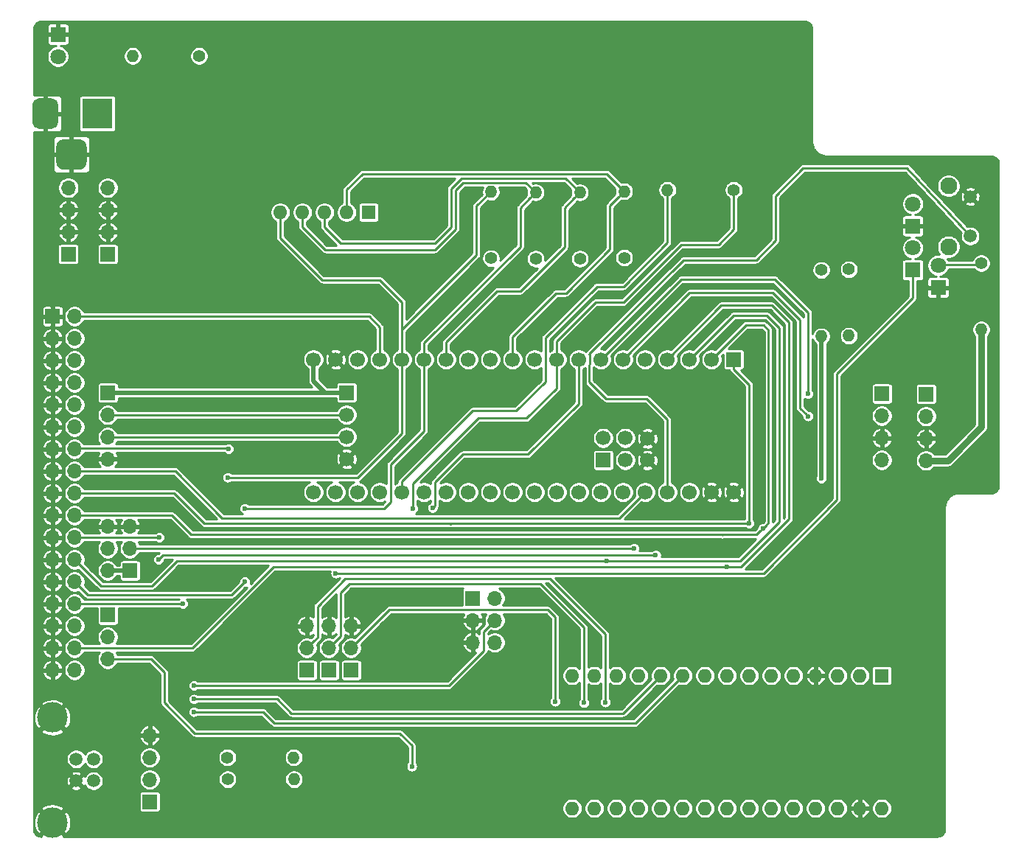
<source format=gbr>
G04 #@! TF.GenerationSoftware,KiCad,Pcbnew,(5.1.9)-1*
G04 #@! TF.CreationDate,2021-01-17T11:33:00+00:00*
G04 #@! TF.ProjectId,Greaseweazle F1 Gotek Rev 2,47726561-7365-4776-9561-7a6c65204631,2*
G04 #@! TF.SameCoordinates,PX6312cb0PY6bcb370*
G04 #@! TF.FileFunction,Copper,L2,Bot*
G04 #@! TF.FilePolarity,Positive*
%FSLAX46Y46*%
G04 Gerber Fmt 4.6, Leading zero omitted, Abs format (unit mm)*
G04 Created by KiCad (PCBNEW (5.1.9)-1) date 2021-01-17 11:33:00*
%MOMM*%
%LPD*%
G01*
G04 APERTURE LIST*
G04 #@! TA.AperFunction,ComponentPad*
%ADD10C,3.500120*%
G04 #@! TD*
G04 #@! TA.AperFunction,ComponentPad*
%ADD11C,1.501140*%
G04 #@! TD*
G04 #@! TA.AperFunction,ComponentPad*
%ADD12O,1.700000X1.700000*%
G04 #@! TD*
G04 #@! TA.AperFunction,ComponentPad*
%ADD13R,1.700000X1.700000*%
G04 #@! TD*
G04 #@! TA.AperFunction,ComponentPad*
%ADD14O,1.600000X1.600000*%
G04 #@! TD*
G04 #@! TA.AperFunction,ComponentPad*
%ADD15R,1.600000X1.600000*%
G04 #@! TD*
G04 #@! TA.AperFunction,ComponentPad*
%ADD16C,1.700000*%
G04 #@! TD*
G04 #@! TA.AperFunction,ComponentPad*
%ADD17C,1.400000*%
G04 #@! TD*
G04 #@! TA.AperFunction,ComponentPad*
%ADD18O,1.400000X1.400000*%
G04 #@! TD*
G04 #@! TA.AperFunction,ComponentPad*
%ADD19C,1.800000*%
G04 #@! TD*
G04 #@! TA.AperFunction,ComponentPad*
%ADD20R,1.800000X1.800000*%
G04 #@! TD*
G04 #@! TA.AperFunction,ComponentPad*
%ADD21R,3.500000X3.500000*%
G04 #@! TD*
G04 #@! TA.AperFunction,ComponentPad*
%ADD22C,1.508000*%
G04 #@! TD*
G04 #@! TA.AperFunction,ComponentPad*
%ADD23C,1.950000*%
G04 #@! TD*
G04 #@! TA.AperFunction,ComponentPad*
%ADD24C,5.000000*%
G04 #@! TD*
G04 #@! TA.AperFunction,ViaPad*
%ADD25C,0.600000*%
G04 #@! TD*
G04 #@! TA.AperFunction,Conductor*
%ADD26C,0.500000*%
G04 #@! TD*
G04 #@! TA.AperFunction,Conductor*
%ADD27C,0.750000*%
G04 #@! TD*
G04 #@! TA.AperFunction,Conductor*
%ADD28C,0.250000*%
G04 #@! TD*
G04 #@! TA.AperFunction,Conductor*
%ADD29C,0.254000*%
G04 #@! TD*
G04 #@! TA.AperFunction,Conductor*
%ADD30C,0.100000*%
G04 #@! TD*
G04 APERTURE END LIST*
D10*
X-6096000Y-17489800D03*
X-6096000Y-5450200D03*
D11*
X-1371600Y-10225400D03*
X-1371600Y-12714600D03*
X-3378200Y-12714600D03*
X-3378200Y-10225400D03*
D12*
X28194000Y5080000D03*
X28194000Y2540000D03*
D13*
X28194000Y0D03*
D12*
X25654000Y5080000D03*
X25654000Y2540000D03*
D13*
X25654000Y0D03*
D12*
X23114000Y5080000D03*
X23114000Y2540000D03*
D13*
X23114000Y0D03*
D12*
X254000Y1270000D03*
X254000Y3810000D03*
D13*
X254000Y6350000D03*
D12*
X44704000Y3175000D03*
X42164000Y3175000D03*
X44704000Y5715000D03*
X42164000Y5715000D03*
X44704000Y8255000D03*
D13*
X42164000Y8255000D03*
X89154000Y31750000D03*
D12*
X89154000Y29210000D03*
X89154000Y26670000D03*
X89154000Y24130000D03*
D13*
X254000Y47777400D03*
D12*
X254000Y50317400D03*
X254000Y52857400D03*
X254000Y55397400D03*
D14*
X53594000Y-15875000D03*
X53594000Y-635000D03*
X89154000Y-15875000D03*
X56134000Y-635000D03*
X86614000Y-15875000D03*
X58674000Y-635000D03*
X84074000Y-15875000D03*
X61214000Y-635000D03*
X81534000Y-15875000D03*
X63754000Y-635000D03*
X78994000Y-15875000D03*
X66294000Y-635000D03*
X76454000Y-15875000D03*
X68834000Y-635000D03*
X73914000Y-15875000D03*
X71374000Y-635000D03*
X71374000Y-15875000D03*
X73914000Y-635000D03*
X68834000Y-15875000D03*
X76454000Y-635000D03*
X66294000Y-15875000D03*
X78994000Y-635000D03*
X63754000Y-15875000D03*
X81534000Y-635000D03*
X61214000Y-15875000D03*
X84074000Y-635000D03*
X58674000Y-15875000D03*
X86614000Y-635000D03*
X56134000Y-15875000D03*
D15*
X89154000Y-635000D03*
D12*
X254000Y16510000D03*
X2794000Y16510000D03*
X254000Y13970000D03*
X2794000Y13970000D03*
X254000Y11430000D03*
D13*
X2794000Y11430000D03*
D12*
X254000Y24231600D03*
X254000Y26771600D03*
X254000Y29311600D03*
D13*
X254000Y31851600D03*
X27686000Y31877000D03*
D16*
X27686000Y29337000D03*
X27686000Y26797000D03*
X27686000Y24257000D03*
X72136000Y20447000D03*
D13*
X72136000Y35687000D03*
D16*
X69596000Y20447000D03*
X69596000Y35687000D03*
X67056000Y20447000D03*
X67056000Y35687000D03*
X64516000Y20447000D03*
X64516000Y35687000D03*
X61976000Y20447000D03*
X61976000Y35687000D03*
X59436000Y20447000D03*
X59436000Y35687000D03*
X56896000Y20447000D03*
X56896000Y35687000D03*
X54356000Y20447000D03*
X54356000Y35687000D03*
X51816000Y20447000D03*
X51816000Y35687000D03*
X49276000Y20447000D03*
X49276000Y35687000D03*
X46736000Y20447000D03*
X46736000Y35687000D03*
X44196000Y20447000D03*
X44196000Y35687000D03*
X41656000Y20447000D03*
X41656000Y35687000D03*
X39116000Y20447000D03*
X39116000Y35687000D03*
X36576000Y20447000D03*
X36576000Y35687000D03*
X34036000Y20447000D03*
X34036000Y35687000D03*
X31496000Y20447000D03*
X31496000Y35687000D03*
X28956000Y20447000D03*
X28956000Y35687000D03*
X26416000Y20447000D03*
X26416000Y35687000D03*
X23876000Y20447000D03*
X23876000Y35687000D03*
X59690000Y24117300D03*
X62230000Y24117300D03*
D13*
X57150000Y24117300D03*
D16*
X62230000Y26593800D03*
X59690000Y26657300D03*
X57150000Y26657300D03*
D17*
X10756900Y70548500D03*
D18*
X3136900Y70548500D03*
D19*
X-5448300Y70485000D03*
D20*
X-5448300Y73025000D03*
G04 #@! TA.AperFunction,ComponentPad*
G36*
G01*
X-5664400Y58344100D02*
X-5664400Y60094100D01*
G75*
G02*
X-4789400Y60969100I875000J0D01*
G01*
X-3039400Y60969100D01*
G75*
G02*
X-2164400Y60094100I0J-875000D01*
G01*
X-2164400Y58344100D01*
G75*
G02*
X-3039400Y57469100I-875000J0D01*
G01*
X-4789400Y57469100D01*
G75*
G02*
X-5664400Y58344100I0J875000D01*
G01*
G37*
G04 #@! TD.AperFunction*
G04 #@! TA.AperFunction,ComponentPad*
G36*
G01*
X-8414400Y62919100D02*
X-8414400Y64919100D01*
G75*
G02*
X-7664400Y65669100I750000J0D01*
G01*
X-6164400Y65669100D01*
G75*
G02*
X-5414400Y64919100I0J-750000D01*
G01*
X-5414400Y62919100D01*
G75*
G02*
X-6164400Y62169100I-750000J0D01*
G01*
X-7664400Y62169100D01*
G75*
G02*
X-8414400Y62919100I0J750000D01*
G01*
G37*
G04 #@! TD.AperFunction*
D21*
X-914400Y63919100D03*
D12*
X5080000Y-7493000D03*
X5080000Y-10033000D03*
X5080000Y-12573000D03*
D13*
X5080000Y-15113000D03*
D19*
X95631000Y46482000D03*
D20*
X95631000Y43942000D03*
D18*
X100584000Y39116000D03*
D17*
X100584000Y46736000D03*
D12*
X94234000Y24079200D03*
X94234000Y26619200D03*
X94234000Y29159200D03*
D13*
X94234000Y31699200D03*
D19*
X92710000Y48488600D03*
D20*
X92710000Y45948600D03*
D19*
X92710000Y53543200D03*
D20*
X92710000Y51003200D03*
D13*
X-4267200Y47777400D03*
D12*
X-4267200Y50317400D03*
X-4267200Y52857400D03*
X-4267200Y55397400D03*
D18*
X44259500Y54927500D03*
D17*
X44259500Y47307500D03*
X49403000Y47244000D03*
D18*
X49403000Y54864000D03*
X54483000Y54864000D03*
D17*
X54483000Y47244000D03*
X59563000Y47371000D03*
D18*
X59563000Y54991000D03*
X21615400Y-10033000D03*
D17*
X13995400Y-10033000D03*
X14020800Y-12547600D03*
D18*
X21640800Y-12547600D03*
D17*
X72148700Y55156100D03*
D18*
X64528700Y55156100D03*
X82219800Y38328600D03*
D17*
X82219800Y45948600D03*
X85369400Y46024800D03*
D18*
X85369400Y38404800D03*
D22*
X99314000Y49845800D03*
X99314000Y54395800D03*
D23*
X96814000Y48620800D03*
X96814000Y55620800D03*
D14*
X20066000Y52578000D03*
X22606000Y52578000D03*
X25146000Y52578000D03*
X27686000Y52578000D03*
D15*
X30226000Y52578000D03*
D12*
X-3556000Y0D03*
X-6096000Y0D03*
X-3556000Y2540000D03*
X-6096000Y2540000D03*
X-3556000Y5080000D03*
X-6096000Y5080000D03*
X-3556000Y7620000D03*
X-6096000Y7620000D03*
X-3556000Y10160000D03*
X-6096000Y10160000D03*
X-3556000Y12700000D03*
X-6096000Y12700000D03*
X-3556000Y15240000D03*
X-6096000Y15240000D03*
X-3556000Y17780000D03*
X-6096000Y17780000D03*
X-3556000Y20320000D03*
X-6096000Y20320000D03*
X-3556000Y22860000D03*
X-6096000Y22860000D03*
X-3556000Y25400000D03*
X-6096000Y25400000D03*
X-3556000Y27940000D03*
X-6096000Y27940000D03*
X-3556000Y30480000D03*
X-6096000Y30480000D03*
X-3556000Y33020000D03*
X-6096000Y33020000D03*
X-3556000Y35560000D03*
X-6096000Y35560000D03*
X-3556000Y38100000D03*
X-6096000Y38100000D03*
X-3556000Y40640000D03*
D13*
X-6096000Y40640000D03*
D24*
X35687000Y52387500D03*
X14605000Y52387500D03*
X14605000Y2667000D03*
X35687000Y2667000D03*
X85471000Y52387500D03*
D25*
X95631000Y19050000D03*
X35814000Y44450000D03*
X71374000Y26670000D03*
X95504000Y-16510000D03*
X75184000Y38100000D03*
X65659000Y17780000D03*
X65659000Y13970000D03*
X86512400Y21513800D03*
X95504000Y-7620000D03*
X95504000Y2540000D03*
X95504000Y11430000D03*
X12954000Y73660000D03*
X80264000Y73660000D03*
X62484000Y73660000D03*
X80264000Y59690000D03*
X80264000Y67310000D03*
X101854000Y58420000D03*
X71374000Y73660000D03*
X1524000Y73660000D03*
X89154000Y58420000D03*
X101854000Y35560000D03*
X101854000Y21590000D03*
X101854000Y48006000D03*
X63500000Y10439400D03*
X43992800Y27914600D03*
X54406800Y25781000D03*
X58788300Y2260600D03*
X56108600Y3771900D03*
X2794000Y36830000D03*
X15494000Y36830000D03*
X7874000Y44450000D03*
X18034000Y44450000D03*
X7874000Y52070000D03*
X12954000Y62230000D03*
X23114000Y62230000D03*
X33274000Y62230000D03*
X71374000Y64770000D03*
X73914000Y52070000D03*
X91694000Y39370000D03*
X68834000Y8890000D03*
X86614000Y-11430000D03*
X86614000Y-3810000D03*
X73914000Y-6350000D03*
X51054000Y-8890000D03*
X40894000Y-11430000D03*
X40894000Y-3810000D03*
X20574000Y-16510000D03*
X12954000Y-16510000D03*
X-7366000Y-11430000D03*
X20574000Y8890000D03*
X5334000Y21590000D03*
X68834000Y52070000D03*
X89154000Y44450000D03*
X63754000Y6350000D03*
X58674000Y8890000D03*
X38354000Y29210000D03*
X30734000Y29210000D03*
X89154000Y11430000D03*
X76454000Y3810000D03*
X33274000Y-3810000D03*
X82219800Y38328600D03*
X82194400Y21996400D03*
X71348600Y11843028D03*
X14020800Y22123398D03*
X8890000Y7620000D03*
X16002000Y10160000D03*
X16002000Y18567400D03*
X10159998Y-3327400D03*
X57556400Y12518030D03*
X6172200Y15240000D03*
X75514202Y16281400D03*
X73914002Y16840200D03*
X10134600Y-4800600D03*
X14122402Y25400000D03*
X80670400Y31724600D03*
X80689551Y29165451D03*
X35305990Y18567400D03*
X37553890Y18643600D03*
X26441400Y11125200D03*
X60680600Y13995400D03*
X6096000Y12700004D03*
X63195200Y13208000D03*
X10160000Y-1778000D03*
X35179000Y-11049000D03*
X54940200Y-3759140D03*
X57404000Y-3683000D03*
X51638200Y-3606760D03*
D26*
X25196800Y31877000D02*
X27686000Y31877000D01*
X23876000Y35687000D02*
X23876000Y33197800D01*
X23876000Y33197800D02*
X25196800Y31877000D01*
X381000Y31877000D02*
X254000Y31750000D01*
X27686000Y31877000D02*
X381000Y31877000D01*
X254000Y11430000D02*
X2794000Y11430000D01*
X82219800Y38328600D02*
X82219800Y22021800D01*
X82219800Y22021800D02*
X82194400Y21996400D01*
D27*
X100584000Y27914600D02*
X100584000Y39116000D01*
X94234000Y24079200D02*
X96748600Y24079200D01*
X96748600Y24079200D02*
X100584000Y27914600D01*
D28*
X78486000Y17330336D02*
X72998692Y11843028D01*
X72998692Y11843028D02*
X71772864Y11843028D01*
X71772864Y11843028D02*
X71348600Y11843028D01*
X76530200Y41884600D02*
X78486000Y39928800D01*
X70713600Y41884600D02*
X76530200Y41884600D01*
X64516000Y35687000D02*
X70713600Y41884600D01*
X78486000Y39928800D02*
X78486000Y17330336D01*
X70924336Y11843028D02*
X71348600Y11843028D01*
X19285228Y11843028D02*
X70924336Y11843028D01*
X-3556000Y2540000D02*
X9982200Y2540000D01*
X9982200Y2540000D02*
X19285228Y11843028D01*
X59563000Y54991000D02*
X57551471Y57002528D01*
X46736000Y38290500D02*
X51752500Y43307000D01*
X46736000Y35687000D02*
X46736000Y38290500D01*
X51752500Y43307000D02*
X52895500Y43307000D01*
X58863001Y54291001D02*
X59563000Y54991000D01*
X52895500Y43307000D02*
X57912000Y48323500D01*
X57912000Y48323500D02*
X57912000Y53340000D01*
X57912000Y53340000D02*
X58863001Y54291001D01*
X27686000Y55181500D02*
X27686000Y52578000D01*
X57594500Y57002528D02*
X29507028Y57002528D01*
X29507028Y57002528D02*
X27686000Y55181500D01*
X28981398Y22123398D02*
X14445064Y22123398D01*
X14445064Y22123398D02*
X14020800Y22123398D01*
X34036000Y27178000D02*
X28981398Y22123398D01*
X34036000Y35687000D02*
X34036000Y27178000D01*
X-3556000Y7620000D02*
X8890000Y7620000D01*
X42608500Y53340000D02*
X44259500Y54927500D01*
X42608500Y47688500D02*
X42608500Y53340000D01*
X34036000Y35687000D02*
X34036000Y39116000D01*
X34036000Y39116000D02*
X42608500Y47688500D01*
X20066000Y49644300D02*
X20066000Y52578000D01*
X24879300Y44831000D02*
X20066000Y49644300D01*
X31496000Y44831000D02*
X24879300Y44831000D01*
X34036000Y35687000D02*
X34036000Y42291000D01*
X34036000Y42291000D02*
X31496000Y44831000D01*
X48264500Y56002500D02*
X41084500Y56002500D01*
X49403000Y54864000D02*
X48264500Y56002500D01*
X48703001Y54164001D02*
X49403000Y54864000D01*
X47625000Y53086000D02*
X48703001Y54164001D01*
X47625000Y48641000D02*
X47625000Y53086000D01*
X36576000Y35687000D02*
X36576000Y37592000D01*
X36576000Y37592000D02*
X47625000Y48641000D01*
X14478000Y8636000D02*
X16002000Y10160000D01*
X-3556000Y10160000D02*
X-2032000Y8636000D01*
X-2032000Y8636000D02*
X14478000Y8636000D01*
X16426264Y18567400D02*
X16002000Y18567400D01*
X32004000Y18567400D02*
X16426264Y18567400D01*
X32721001Y19284401D02*
X32004000Y18567400D01*
X32721001Y23602401D02*
X32721001Y19284401D01*
X36576000Y35687000D02*
X36576000Y27457400D01*
X36576000Y27457400D02*
X32721001Y23602401D01*
X21336000Y-4953000D02*
X19710400Y-3327400D01*
X19710400Y-3327400D02*
X10584262Y-3327400D01*
X59436000Y-4953000D02*
X21336000Y-4953000D01*
X63754000Y-635000D02*
X59436000Y-4953000D01*
X10584262Y-3327400D02*
X10159998Y-3327400D01*
X22606000Y50914300D02*
X22606000Y52578000D01*
X25222200Y48298100D02*
X22606000Y50914300D01*
X37829222Y48298100D02*
X25222200Y48298100D01*
X40195500Y50664378D02*
X37829222Y48298100D01*
X41088120Y56002500D02*
X40195500Y55109880D01*
X40195500Y55109880D02*
X40195500Y50664378D01*
X67056000Y35687000D02*
X72136000Y40767000D01*
X72881130Y12518030D02*
X57980664Y12518030D01*
X72136000Y40767000D02*
X75946000Y40767000D01*
X77393800Y39319200D02*
X77393800Y17030700D01*
X75946000Y40767000D02*
X77393800Y39319200D01*
X77393800Y17030700D02*
X72881130Y12518030D01*
X57980664Y12518030D02*
X57556400Y12518030D01*
X-508000Y9652000D02*
X5334000Y9652000D01*
X57132136Y12518030D02*
X57556400Y12518030D01*
X-3556000Y12700000D02*
X-508000Y9652000D01*
X5334000Y9652000D02*
X8200030Y12518030D01*
X8200030Y12518030D02*
X57132136Y12518030D01*
X6172200Y15240000D02*
X-3556000Y15240000D01*
X70827900Y15519400D02*
X70827900Y15519400D01*
X76149200Y16916398D02*
X75814201Y16581399D01*
X73533000Y39624000D02*
X75565000Y39624000D01*
X76149200Y39039800D02*
X76149200Y16916398D01*
X69596000Y35687000D02*
X73533000Y39624000D01*
X7620000Y17780000D02*
X9850399Y15549601D01*
X75565000Y39624000D02*
X76149200Y39039800D01*
X9850399Y15549601D02*
X74782403Y15549601D01*
X75214203Y15981401D02*
X75514202Y16281400D01*
X74782403Y15549601D02*
X75214203Y15981401D01*
X-3556000Y17780000D02*
X7620000Y17780000D01*
X75814201Y16581399D02*
X75514202Y16281400D01*
X72136000Y34587000D02*
X73914002Y32808998D01*
X73914002Y17264464D02*
X73914002Y16840200D01*
X73914002Y32808998D02*
X73914002Y17264464D01*
X72136000Y35687000D02*
X72136000Y34587000D01*
X73489738Y16840200D02*
X73914002Y16840200D01*
X39709104Y16840200D02*
X73489738Y16840200D01*
X7874000Y20320000D02*
X11353800Y16840200D01*
X-3556000Y20320000D02*
X7874000Y20320000D01*
X11353800Y16840200D02*
X39568874Y16840200D01*
X39568874Y16840200D02*
X39600887Y16808187D01*
X39600887Y16808187D02*
X39677089Y16808185D01*
X39677089Y16808185D02*
X39709104Y16840200D01*
X52844489Y56502511D02*
X40830500Y56502511D01*
X54483000Y54864000D02*
X52844489Y56502511D01*
X53783001Y54164001D02*
X54483000Y54864000D01*
X39116000Y37655500D02*
X44989750Y43529250D01*
X39116000Y35687000D02*
X39116000Y37655500D01*
X44989750Y43529250D02*
X47656750Y43529250D01*
X47656750Y43529250D02*
X52705000Y48577500D01*
X52705000Y48577500D02*
X52705000Y53086000D01*
X52705000Y53086000D02*
X53783001Y54164001D01*
X66294000Y-635000D02*
X60833000Y-6096000D01*
X60833000Y-6096000D02*
X19380200Y-6096000D01*
X18084800Y-4800600D02*
X10558864Y-4800600D01*
X10558864Y-4800600D02*
X10134600Y-4800600D01*
X19380200Y-6096000D02*
X18084800Y-4800600D01*
X25133300Y52565300D02*
X25146000Y52578000D01*
X39695489Y55328613D02*
X39695489Y50871489D01*
X40869387Y56502511D02*
X39695489Y55328613D01*
X39695489Y50871489D02*
X37846000Y49022000D01*
X37846000Y49022000D02*
X27025600Y49022000D01*
X27025600Y49022000D02*
X25133300Y50914300D01*
X25133300Y50914300D02*
X25133300Y52565300D01*
X31496000Y35687000D02*
X31496000Y39370000D01*
X31496000Y39370000D02*
X30289500Y40640000D01*
X30226000Y40640000D02*
X-3556000Y40640000D01*
X64528700Y49085500D02*
X64528700Y54166151D01*
X59512200Y44069000D02*
X64528700Y49085500D01*
X56425002Y44069000D02*
X59512200Y44069000D01*
X34036000Y21649081D02*
X42181119Y29794200D01*
X34036000Y20447000D02*
X34036000Y21649081D01*
X47193200Y29794200D02*
X50501001Y33102001D01*
X50501001Y33102001D02*
X50501001Y38144999D01*
X64528700Y54166151D02*
X64528700Y55156100D01*
X42181119Y29794200D02*
X47193200Y29794200D01*
X50501001Y38144999D02*
X56425002Y44069000D01*
X68897500Y-571500D02*
X68834000Y-635000D01*
X-3505200Y25450800D02*
X-339802Y25450800D01*
X-3556000Y25400000D02*
X-3505200Y25450800D01*
X-339802Y25450800D02*
X-334001Y25456601D01*
X14071602Y25450800D02*
X14122402Y25400000D01*
X-334001Y25456601D02*
X842001Y25456601D01*
X842001Y25456601D02*
X847802Y25450800D01*
X847802Y25450800D02*
X14071602Y25450800D01*
X80670400Y32148864D02*
X80670400Y31724600D01*
X80670400Y41097200D02*
X80670400Y32148864D01*
X76860400Y44907200D02*
X80670400Y41097200D01*
X56896000Y35687000D02*
X66116200Y44907200D01*
X66116200Y44907200D02*
X76860400Y44907200D01*
X59436000Y35687000D02*
X67081400Y43332400D01*
X67081400Y43332400D02*
X76657200Y43332400D01*
X80389552Y29465450D02*
X80689551Y29165451D01*
X79757875Y30097127D02*
X80389552Y29465450D01*
X79757875Y40231725D02*
X79757875Y30097127D01*
X76657200Y43332400D02*
X79757875Y40231725D01*
X61126001Y19597001D02*
X61976000Y20447000D01*
X58978800Y17449800D02*
X61126001Y19597001D01*
X13411200Y17449800D02*
X58978800Y17449800D01*
X-3556000Y22860000D02*
X8001000Y22860000D01*
X8001000Y22860000D02*
X13411200Y17449800D01*
X72161400Y55143400D02*
X72148700Y55156100D01*
X72161400Y50622200D02*
X72161400Y55143400D01*
X51816000Y37769800D02*
X56286400Y42240200D01*
X51816000Y35687000D02*
X51816000Y37769800D01*
X59486800Y42240200D02*
X66116200Y48869600D01*
X66116200Y48869600D02*
X70408800Y48869600D01*
X56286400Y42240200D02*
X59486800Y42240200D01*
X70408800Y48869600D02*
X72161400Y50622200D01*
X35305990Y18991664D02*
X35305990Y18567400D01*
X35305990Y21462990D02*
X35305990Y18991664D01*
X51796124Y35687000D02*
X51790600Y35681476D01*
X51790600Y35681476D02*
X51790600Y32385000D01*
X51790600Y32385000D02*
X48361600Y28956000D01*
X48361600Y28956000D02*
X42799000Y28956000D01*
X51816000Y35687000D02*
X51796124Y35687000D01*
X42799000Y28956000D02*
X35305990Y21462990D01*
X37833300Y18923010D02*
X37553890Y18643600D01*
X37833300Y21577299D02*
X37833300Y18923010D01*
X41046401Y24790400D02*
X37833300Y21577299D01*
X48539400Y24790400D02*
X41046401Y24790400D01*
X54356000Y35687000D02*
X54356000Y30607000D01*
X54356000Y30607000D02*
X48539400Y24790400D01*
X83997800Y34036000D02*
X83997800Y19558000D01*
X83997800Y19558000D02*
X75565000Y11125200D01*
X26865664Y11125200D02*
X26441400Y11125200D01*
X75565000Y11125200D02*
X26865664Y11125200D01*
X92710000Y42748200D02*
X83997800Y34036000D01*
X92710000Y45948600D02*
X92710000Y42748200D01*
X64516000Y28793998D02*
X64516000Y20447000D01*
X66395600Y47117000D02*
X55575200Y36296600D01*
X76936600Y54483000D02*
X76936600Y49326800D01*
X92049600Y57658000D02*
X80111600Y57658000D01*
X80111600Y57658000D02*
X76936600Y54483000D01*
X99314000Y50353800D02*
X99314000Y49845800D01*
X99314000Y49845800D02*
X92049600Y57658000D01*
X74726800Y47117000D02*
X66395600Y47117000D01*
X55581001Y36275001D02*
X55581001Y35098999D01*
X55575200Y36296600D02*
X55575200Y36280802D01*
X55575200Y36280802D02*
X55581001Y36275001D01*
X55581001Y35098999D02*
X55575200Y35093198D01*
X76936600Y49326800D02*
X74726800Y47117000D01*
X55575200Y35093198D02*
X55575200Y33096200D01*
X55575200Y33096200D02*
X57505600Y31165800D01*
X62144198Y31165800D02*
X64516000Y28793998D01*
X57505600Y31165800D02*
X62144198Y31165800D01*
X95758000Y46609000D02*
X95631000Y46482000D01*
X100584000Y46736000D02*
X100457000Y46609000D01*
X100457000Y46609000D02*
X95758000Y46609000D01*
X279400Y29337000D02*
X254000Y29311600D01*
X27686000Y29337000D02*
X279400Y29337000D01*
X279400Y26797000D02*
X254000Y26771600D01*
X27686000Y26797000D02*
X279400Y26797000D01*
X2794000Y13970000D02*
X60655200Y13970000D01*
X60655200Y13970000D02*
X60680600Y13995400D01*
X62770936Y13208000D02*
X63195200Y13208000D01*
X6603996Y13208000D02*
X62770936Y13208000D01*
X6096000Y12700004D02*
X6603996Y13208000D01*
X39446200Y-1778000D02*
X10584264Y-1778000D01*
X10584264Y-1778000D02*
X10160000Y-1778000D01*
X43434000Y2209800D02*
X39446200Y-1778000D01*
X43434000Y4445000D02*
X43434000Y2209800D01*
X44704000Y5715000D02*
X43434000Y4445000D01*
X254000Y1270000D02*
X5207000Y1270000D01*
X6756400Y-279400D02*
X6756400Y-3733800D01*
X6756400Y-3733800D02*
X10261600Y-7239000D01*
X5207000Y1270000D02*
X6756400Y-279400D01*
X10261600Y-7239000D02*
X33782000Y-7239000D01*
X35179000Y-8636000D02*
X35179000Y-11049000D01*
X33782000Y-7239000D02*
X35179000Y-8636000D01*
X25654000Y2540000D02*
X25679400Y2540000D01*
X26968999Y3854999D02*
X26968999Y8858799D01*
X54940200Y4911762D02*
X54940200Y-3334876D01*
X54940200Y-3334876D02*
X54940200Y-3759140D01*
X49971362Y9880600D02*
X54940200Y4911762D01*
X27990800Y9880600D02*
X49971362Y9880600D01*
X26968999Y8858799D02*
X27990800Y9880600D01*
X25654000Y2540000D02*
X26968999Y3854999D01*
X23963999Y3389999D02*
X23114000Y2540000D01*
X57404000Y4114800D02*
X51011192Y10507608D01*
X57404000Y-3683000D02*
X57404000Y4114800D01*
X51011192Y10507608D02*
X27534010Y10507608D01*
X27534010Y10507608D02*
X24339001Y7312599D01*
X24339001Y7312599D02*
X24339001Y3765001D01*
X24339001Y3765001D02*
X23963999Y3389999D01*
X51638200Y6096000D02*
X51638200Y-3182496D01*
X51638200Y-3182496D02*
X51638200Y-3606760D01*
X50794199Y6940001D02*
X51638200Y6096000D01*
X32594001Y6940001D02*
X50794199Y6940001D01*
X28194000Y2540000D02*
X32594001Y6940001D01*
D29*
X80431442Y74505661D02*
X80592512Y74457031D01*
X80741064Y74378045D01*
X80871449Y74271706D01*
X80978697Y74142065D01*
X81058717Y73994071D01*
X81108470Y73833344D01*
X81128000Y73647530D01*
X81128001Y60686059D01*
X81129757Y60668230D01*
X81129702Y60660338D01*
X81130255Y60654696D01*
X81156163Y60408193D01*
X81163564Y60372140D01*
X81170458Y60336000D01*
X81172096Y60330573D01*
X81245391Y60093797D01*
X81259651Y60059874D01*
X81273435Y60025758D01*
X81276096Y60020752D01*
X81393984Y59802722D01*
X81414584Y59772181D01*
X81434711Y59741424D01*
X81438294Y59737030D01*
X81596287Y59546050D01*
X81622438Y59520080D01*
X81648143Y59493832D01*
X81652505Y59490223D01*
X81652511Y59490217D01*
X81652518Y59490213D01*
X81844589Y59333563D01*
X81875265Y59313182D01*
X81905602Y59292410D01*
X81910583Y59289716D01*
X81910587Y59289713D01*
X81910591Y59289711D01*
X82129436Y59173350D01*
X82163473Y59159321D01*
X82197278Y59144832D01*
X82202687Y59143158D01*
X82202694Y59143155D01*
X82202701Y59143154D01*
X82439974Y59071516D01*
X82476090Y59064365D01*
X82512065Y59056718D01*
X82517701Y59056125D01*
X82517703Y59056125D01*
X82764381Y59031938D01*
X82764382Y59031938D01*
X82784059Y59030000D01*
X101674146Y59030000D01*
X101861441Y59011636D01*
X102022501Y58963008D01*
X102171054Y58884021D01*
X102301430Y58777690D01*
X102408674Y58648054D01*
X102488695Y58500058D01*
X102538446Y58339339D01*
X102558000Y58153293D01*
X102558001Y21228864D01*
X102539636Y21041559D01*
X102491008Y20880497D01*
X102412023Y20731949D01*
X102305689Y20601570D01*
X102176054Y20494326D01*
X102028058Y20414305D01*
X101867339Y20364554D01*
X101681293Y20345000D01*
X98024059Y20345000D01*
X98006220Y20343243D01*
X97998339Y20343298D01*
X97992697Y20342745D01*
X97746193Y20316837D01*
X97710140Y20309436D01*
X97674000Y20302542D01*
X97668573Y20300904D01*
X97431797Y20227609D01*
X97397874Y20213349D01*
X97363758Y20199565D01*
X97358752Y20196904D01*
X97140722Y20079016D01*
X97110181Y20058416D01*
X97079424Y20038289D01*
X97075030Y20034706D01*
X96884050Y19876713D01*
X96858116Y19850597D01*
X96831831Y19824857D01*
X96828217Y19820489D01*
X96671563Y19628411D01*
X96651199Y19597762D01*
X96630409Y19567398D01*
X96627719Y19562422D01*
X96627713Y19562413D01*
X96627709Y19562404D01*
X96511350Y19343564D01*
X96497326Y19309539D01*
X96482832Y19275722D01*
X96481156Y19270307D01*
X96409516Y19033026D01*
X96402365Y18996910D01*
X96394718Y18960935D01*
X96394125Y18955297D01*
X96369938Y18708619D01*
X96368000Y18688940D01*
X96368001Y-18217336D01*
X96349636Y-18404641D01*
X96301008Y-18565703D01*
X96222023Y-18714251D01*
X96115689Y-18844630D01*
X95986054Y-18951874D01*
X95838058Y-19031895D01*
X95677339Y-19081646D01*
X95491293Y-19101200D01*
X-4799335Y-19101200D01*
X-4741766Y-19023639D01*
X-6096000Y-17669405D01*
X-7450234Y-19023639D01*
X-7394323Y-19098967D01*
X-7558841Y-19082836D01*
X-7719903Y-19034208D01*
X-7868451Y-18955223D01*
X-7998830Y-18848889D01*
X-8106074Y-18719254D01*
X-8186095Y-18571258D01*
X-8235846Y-18410539D01*
X-8255397Y-18224522D01*
X-8255206Y-17532780D01*
X-8236939Y-17532780D01*
X-8187416Y-17949631D01*
X-8057521Y-18348810D01*
X-7900005Y-18643506D01*
X-7629839Y-18844034D01*
X-6275605Y-17489800D01*
X-5916395Y-17489800D01*
X-4562161Y-18844034D01*
X-4291995Y-18643506D01*
X-4101582Y-18269393D01*
X-3987813Y-17865322D01*
X-3955061Y-17446820D01*
X-4004584Y-17029969D01*
X-4134479Y-16630790D01*
X-4291995Y-16336094D01*
X-4562161Y-16135566D01*
X-5916395Y-17489800D01*
X-6275605Y-17489800D01*
X-7629839Y-16135566D01*
X-7900005Y-16336094D01*
X-8090418Y-16710207D01*
X-8204187Y-17114278D01*
X-8236939Y-17532780D01*
X-8255206Y-17532780D01*
X-8254771Y-15955961D01*
X-7450234Y-15955961D01*
X-6096000Y-17310195D01*
X-4741766Y-15955961D01*
X-4942294Y-15685795D01*
X-5316407Y-15495382D01*
X-5720478Y-15381613D01*
X-6138980Y-15348861D01*
X-6555831Y-15398384D01*
X-6955010Y-15528279D01*
X-7249706Y-15685795D01*
X-7450234Y-15955961D01*
X-8254771Y-15955961D01*
X-8254304Y-14263000D01*
X3847157Y-14263000D01*
X3847157Y-15963000D01*
X3854513Y-16037689D01*
X3876299Y-16109508D01*
X3911678Y-16175696D01*
X3959289Y-16233711D01*
X4017304Y-16281322D01*
X4083492Y-16316701D01*
X4155311Y-16338487D01*
X4230000Y-16345843D01*
X5930000Y-16345843D01*
X6004689Y-16338487D01*
X6076508Y-16316701D01*
X6142696Y-16281322D01*
X6200711Y-16233711D01*
X6248322Y-16175696D01*
X6283701Y-16109508D01*
X6305487Y-16037689D01*
X6312843Y-15963000D01*
X6312843Y-15758682D01*
X52413000Y-15758682D01*
X52413000Y-15991318D01*
X52458386Y-16219485D01*
X52547412Y-16434413D01*
X52676658Y-16627843D01*
X52841157Y-16792342D01*
X53034587Y-16921588D01*
X53249515Y-17010614D01*
X53477682Y-17056000D01*
X53710318Y-17056000D01*
X53938485Y-17010614D01*
X54153413Y-16921588D01*
X54346843Y-16792342D01*
X54511342Y-16627843D01*
X54640588Y-16434413D01*
X54729614Y-16219485D01*
X54775000Y-15991318D01*
X54775000Y-15758682D01*
X54953000Y-15758682D01*
X54953000Y-15991318D01*
X54998386Y-16219485D01*
X55087412Y-16434413D01*
X55216658Y-16627843D01*
X55381157Y-16792342D01*
X55574587Y-16921588D01*
X55789515Y-17010614D01*
X56017682Y-17056000D01*
X56250318Y-17056000D01*
X56478485Y-17010614D01*
X56693413Y-16921588D01*
X56886843Y-16792342D01*
X57051342Y-16627843D01*
X57180588Y-16434413D01*
X57269614Y-16219485D01*
X57315000Y-15991318D01*
X57315000Y-15758682D01*
X57493000Y-15758682D01*
X57493000Y-15991318D01*
X57538386Y-16219485D01*
X57627412Y-16434413D01*
X57756658Y-16627843D01*
X57921157Y-16792342D01*
X58114587Y-16921588D01*
X58329515Y-17010614D01*
X58557682Y-17056000D01*
X58790318Y-17056000D01*
X59018485Y-17010614D01*
X59233413Y-16921588D01*
X59426843Y-16792342D01*
X59591342Y-16627843D01*
X59720588Y-16434413D01*
X59809614Y-16219485D01*
X59855000Y-15991318D01*
X59855000Y-15758682D01*
X60033000Y-15758682D01*
X60033000Y-15991318D01*
X60078386Y-16219485D01*
X60167412Y-16434413D01*
X60296658Y-16627843D01*
X60461157Y-16792342D01*
X60654587Y-16921588D01*
X60869515Y-17010614D01*
X61097682Y-17056000D01*
X61330318Y-17056000D01*
X61558485Y-17010614D01*
X61773413Y-16921588D01*
X61966843Y-16792342D01*
X62131342Y-16627843D01*
X62260588Y-16434413D01*
X62349614Y-16219485D01*
X62395000Y-15991318D01*
X62395000Y-15758682D01*
X62573000Y-15758682D01*
X62573000Y-15991318D01*
X62618386Y-16219485D01*
X62707412Y-16434413D01*
X62836658Y-16627843D01*
X63001157Y-16792342D01*
X63194587Y-16921588D01*
X63409515Y-17010614D01*
X63637682Y-17056000D01*
X63870318Y-17056000D01*
X64098485Y-17010614D01*
X64313413Y-16921588D01*
X64506843Y-16792342D01*
X64671342Y-16627843D01*
X64800588Y-16434413D01*
X64889614Y-16219485D01*
X64935000Y-15991318D01*
X64935000Y-15758682D01*
X65113000Y-15758682D01*
X65113000Y-15991318D01*
X65158386Y-16219485D01*
X65247412Y-16434413D01*
X65376658Y-16627843D01*
X65541157Y-16792342D01*
X65734587Y-16921588D01*
X65949515Y-17010614D01*
X66177682Y-17056000D01*
X66410318Y-17056000D01*
X66638485Y-17010614D01*
X66853413Y-16921588D01*
X67046843Y-16792342D01*
X67211342Y-16627843D01*
X67340588Y-16434413D01*
X67429614Y-16219485D01*
X67475000Y-15991318D01*
X67475000Y-15758682D01*
X67653000Y-15758682D01*
X67653000Y-15991318D01*
X67698386Y-16219485D01*
X67787412Y-16434413D01*
X67916658Y-16627843D01*
X68081157Y-16792342D01*
X68274587Y-16921588D01*
X68489515Y-17010614D01*
X68717682Y-17056000D01*
X68950318Y-17056000D01*
X69178485Y-17010614D01*
X69393413Y-16921588D01*
X69586843Y-16792342D01*
X69751342Y-16627843D01*
X69880588Y-16434413D01*
X69969614Y-16219485D01*
X70015000Y-15991318D01*
X70015000Y-15758682D01*
X70193000Y-15758682D01*
X70193000Y-15991318D01*
X70238386Y-16219485D01*
X70327412Y-16434413D01*
X70456658Y-16627843D01*
X70621157Y-16792342D01*
X70814587Y-16921588D01*
X71029515Y-17010614D01*
X71257682Y-17056000D01*
X71490318Y-17056000D01*
X71718485Y-17010614D01*
X71933413Y-16921588D01*
X72126843Y-16792342D01*
X72291342Y-16627843D01*
X72420588Y-16434413D01*
X72509614Y-16219485D01*
X72555000Y-15991318D01*
X72555000Y-15758682D01*
X72733000Y-15758682D01*
X72733000Y-15991318D01*
X72778386Y-16219485D01*
X72867412Y-16434413D01*
X72996658Y-16627843D01*
X73161157Y-16792342D01*
X73354587Y-16921588D01*
X73569515Y-17010614D01*
X73797682Y-17056000D01*
X74030318Y-17056000D01*
X74258485Y-17010614D01*
X74473413Y-16921588D01*
X74666843Y-16792342D01*
X74831342Y-16627843D01*
X74960588Y-16434413D01*
X75049614Y-16219485D01*
X75095000Y-15991318D01*
X75095000Y-15758682D01*
X75273000Y-15758682D01*
X75273000Y-15991318D01*
X75318386Y-16219485D01*
X75407412Y-16434413D01*
X75536658Y-16627843D01*
X75701157Y-16792342D01*
X75894587Y-16921588D01*
X76109515Y-17010614D01*
X76337682Y-17056000D01*
X76570318Y-17056000D01*
X76798485Y-17010614D01*
X77013413Y-16921588D01*
X77206843Y-16792342D01*
X77371342Y-16627843D01*
X77500588Y-16434413D01*
X77589614Y-16219485D01*
X77635000Y-15991318D01*
X77635000Y-15758682D01*
X77813000Y-15758682D01*
X77813000Y-15991318D01*
X77858386Y-16219485D01*
X77947412Y-16434413D01*
X78076658Y-16627843D01*
X78241157Y-16792342D01*
X78434587Y-16921588D01*
X78649515Y-17010614D01*
X78877682Y-17056000D01*
X79110318Y-17056000D01*
X79338485Y-17010614D01*
X79553413Y-16921588D01*
X79746843Y-16792342D01*
X79911342Y-16627843D01*
X80040588Y-16434413D01*
X80129614Y-16219485D01*
X80175000Y-15991318D01*
X80175000Y-15758682D01*
X80353000Y-15758682D01*
X80353000Y-15991318D01*
X80398386Y-16219485D01*
X80487412Y-16434413D01*
X80616658Y-16627843D01*
X80781157Y-16792342D01*
X80974587Y-16921588D01*
X81189515Y-17010614D01*
X81417682Y-17056000D01*
X81650318Y-17056000D01*
X81878485Y-17010614D01*
X82093413Y-16921588D01*
X82286843Y-16792342D01*
X82451342Y-16627843D01*
X82580588Y-16434413D01*
X82669614Y-16219485D01*
X82715000Y-15991318D01*
X82715000Y-15758682D01*
X82893000Y-15758682D01*
X82893000Y-15991318D01*
X82938386Y-16219485D01*
X83027412Y-16434413D01*
X83156658Y-16627843D01*
X83321157Y-16792342D01*
X83514587Y-16921588D01*
X83729515Y-17010614D01*
X83957682Y-17056000D01*
X84190318Y-17056000D01*
X84418485Y-17010614D01*
X84633413Y-16921588D01*
X84826843Y-16792342D01*
X84991342Y-16627843D01*
X85120588Y-16434413D01*
X85209614Y-16219485D01*
X85216649Y-16184115D01*
X85474165Y-16184115D01*
X85556372Y-16400546D01*
X85679223Y-16596781D01*
X85837997Y-16765278D01*
X86026592Y-16899562D01*
X86237761Y-16994473D01*
X86304886Y-17014829D01*
X86487000Y-16953297D01*
X86487000Y-16002000D01*
X86741000Y-16002000D01*
X86741000Y-16953297D01*
X86923114Y-17014829D01*
X86990239Y-16994473D01*
X87201408Y-16899562D01*
X87390003Y-16765278D01*
X87548777Y-16596781D01*
X87671628Y-16400546D01*
X87753835Y-16184115D01*
X87692908Y-16002000D01*
X86741000Y-16002000D01*
X86487000Y-16002000D01*
X85535092Y-16002000D01*
X85474165Y-16184115D01*
X85216649Y-16184115D01*
X85255000Y-15991318D01*
X85255000Y-15758682D01*
X87973000Y-15758682D01*
X87973000Y-15991318D01*
X88018386Y-16219485D01*
X88107412Y-16434413D01*
X88236658Y-16627843D01*
X88401157Y-16792342D01*
X88594587Y-16921588D01*
X88809515Y-17010614D01*
X89037682Y-17056000D01*
X89270318Y-17056000D01*
X89498485Y-17010614D01*
X89713413Y-16921588D01*
X89906843Y-16792342D01*
X90071342Y-16627843D01*
X90200588Y-16434413D01*
X90289614Y-16219485D01*
X90335000Y-15991318D01*
X90335000Y-15758682D01*
X90289614Y-15530515D01*
X90200588Y-15315587D01*
X90071342Y-15122157D01*
X89906843Y-14957658D01*
X89713413Y-14828412D01*
X89498485Y-14739386D01*
X89270318Y-14694000D01*
X89037682Y-14694000D01*
X88809515Y-14739386D01*
X88594587Y-14828412D01*
X88401157Y-14957658D01*
X88236658Y-15122157D01*
X88107412Y-15315587D01*
X88018386Y-15530515D01*
X87973000Y-15758682D01*
X85255000Y-15758682D01*
X85216650Y-15565885D01*
X85474165Y-15565885D01*
X85535092Y-15748000D01*
X86487000Y-15748000D01*
X86487000Y-14796703D01*
X86741000Y-14796703D01*
X86741000Y-15748000D01*
X87692908Y-15748000D01*
X87753835Y-15565885D01*
X87671628Y-15349454D01*
X87548777Y-15153219D01*
X87390003Y-14984722D01*
X87201408Y-14850438D01*
X86990239Y-14755527D01*
X86923114Y-14735171D01*
X86741000Y-14796703D01*
X86487000Y-14796703D01*
X86304886Y-14735171D01*
X86237761Y-14755527D01*
X86026592Y-14850438D01*
X85837997Y-14984722D01*
X85679223Y-15153219D01*
X85556372Y-15349454D01*
X85474165Y-15565885D01*
X85216650Y-15565885D01*
X85209614Y-15530515D01*
X85120588Y-15315587D01*
X84991342Y-15122157D01*
X84826843Y-14957658D01*
X84633413Y-14828412D01*
X84418485Y-14739386D01*
X84190318Y-14694000D01*
X83957682Y-14694000D01*
X83729515Y-14739386D01*
X83514587Y-14828412D01*
X83321157Y-14957658D01*
X83156658Y-15122157D01*
X83027412Y-15315587D01*
X82938386Y-15530515D01*
X82893000Y-15758682D01*
X82715000Y-15758682D01*
X82669614Y-15530515D01*
X82580588Y-15315587D01*
X82451342Y-15122157D01*
X82286843Y-14957658D01*
X82093413Y-14828412D01*
X81878485Y-14739386D01*
X81650318Y-14694000D01*
X81417682Y-14694000D01*
X81189515Y-14739386D01*
X80974587Y-14828412D01*
X80781157Y-14957658D01*
X80616658Y-15122157D01*
X80487412Y-15315587D01*
X80398386Y-15530515D01*
X80353000Y-15758682D01*
X80175000Y-15758682D01*
X80129614Y-15530515D01*
X80040588Y-15315587D01*
X79911342Y-15122157D01*
X79746843Y-14957658D01*
X79553413Y-14828412D01*
X79338485Y-14739386D01*
X79110318Y-14694000D01*
X78877682Y-14694000D01*
X78649515Y-14739386D01*
X78434587Y-14828412D01*
X78241157Y-14957658D01*
X78076658Y-15122157D01*
X77947412Y-15315587D01*
X77858386Y-15530515D01*
X77813000Y-15758682D01*
X77635000Y-15758682D01*
X77589614Y-15530515D01*
X77500588Y-15315587D01*
X77371342Y-15122157D01*
X77206843Y-14957658D01*
X77013413Y-14828412D01*
X76798485Y-14739386D01*
X76570318Y-14694000D01*
X76337682Y-14694000D01*
X76109515Y-14739386D01*
X75894587Y-14828412D01*
X75701157Y-14957658D01*
X75536658Y-15122157D01*
X75407412Y-15315587D01*
X75318386Y-15530515D01*
X75273000Y-15758682D01*
X75095000Y-15758682D01*
X75049614Y-15530515D01*
X74960588Y-15315587D01*
X74831342Y-15122157D01*
X74666843Y-14957658D01*
X74473413Y-14828412D01*
X74258485Y-14739386D01*
X74030318Y-14694000D01*
X73797682Y-14694000D01*
X73569515Y-14739386D01*
X73354587Y-14828412D01*
X73161157Y-14957658D01*
X72996658Y-15122157D01*
X72867412Y-15315587D01*
X72778386Y-15530515D01*
X72733000Y-15758682D01*
X72555000Y-15758682D01*
X72509614Y-15530515D01*
X72420588Y-15315587D01*
X72291342Y-15122157D01*
X72126843Y-14957658D01*
X71933413Y-14828412D01*
X71718485Y-14739386D01*
X71490318Y-14694000D01*
X71257682Y-14694000D01*
X71029515Y-14739386D01*
X70814587Y-14828412D01*
X70621157Y-14957658D01*
X70456658Y-15122157D01*
X70327412Y-15315587D01*
X70238386Y-15530515D01*
X70193000Y-15758682D01*
X70015000Y-15758682D01*
X69969614Y-15530515D01*
X69880588Y-15315587D01*
X69751342Y-15122157D01*
X69586843Y-14957658D01*
X69393413Y-14828412D01*
X69178485Y-14739386D01*
X68950318Y-14694000D01*
X68717682Y-14694000D01*
X68489515Y-14739386D01*
X68274587Y-14828412D01*
X68081157Y-14957658D01*
X67916658Y-15122157D01*
X67787412Y-15315587D01*
X67698386Y-15530515D01*
X67653000Y-15758682D01*
X67475000Y-15758682D01*
X67429614Y-15530515D01*
X67340588Y-15315587D01*
X67211342Y-15122157D01*
X67046843Y-14957658D01*
X66853413Y-14828412D01*
X66638485Y-14739386D01*
X66410318Y-14694000D01*
X66177682Y-14694000D01*
X65949515Y-14739386D01*
X65734587Y-14828412D01*
X65541157Y-14957658D01*
X65376658Y-15122157D01*
X65247412Y-15315587D01*
X65158386Y-15530515D01*
X65113000Y-15758682D01*
X64935000Y-15758682D01*
X64889614Y-15530515D01*
X64800588Y-15315587D01*
X64671342Y-15122157D01*
X64506843Y-14957658D01*
X64313413Y-14828412D01*
X64098485Y-14739386D01*
X63870318Y-14694000D01*
X63637682Y-14694000D01*
X63409515Y-14739386D01*
X63194587Y-14828412D01*
X63001157Y-14957658D01*
X62836658Y-15122157D01*
X62707412Y-15315587D01*
X62618386Y-15530515D01*
X62573000Y-15758682D01*
X62395000Y-15758682D01*
X62349614Y-15530515D01*
X62260588Y-15315587D01*
X62131342Y-15122157D01*
X61966843Y-14957658D01*
X61773413Y-14828412D01*
X61558485Y-14739386D01*
X61330318Y-14694000D01*
X61097682Y-14694000D01*
X60869515Y-14739386D01*
X60654587Y-14828412D01*
X60461157Y-14957658D01*
X60296658Y-15122157D01*
X60167412Y-15315587D01*
X60078386Y-15530515D01*
X60033000Y-15758682D01*
X59855000Y-15758682D01*
X59809614Y-15530515D01*
X59720588Y-15315587D01*
X59591342Y-15122157D01*
X59426843Y-14957658D01*
X59233413Y-14828412D01*
X59018485Y-14739386D01*
X58790318Y-14694000D01*
X58557682Y-14694000D01*
X58329515Y-14739386D01*
X58114587Y-14828412D01*
X57921157Y-14957658D01*
X57756658Y-15122157D01*
X57627412Y-15315587D01*
X57538386Y-15530515D01*
X57493000Y-15758682D01*
X57315000Y-15758682D01*
X57269614Y-15530515D01*
X57180588Y-15315587D01*
X57051342Y-15122157D01*
X56886843Y-14957658D01*
X56693413Y-14828412D01*
X56478485Y-14739386D01*
X56250318Y-14694000D01*
X56017682Y-14694000D01*
X55789515Y-14739386D01*
X55574587Y-14828412D01*
X55381157Y-14957658D01*
X55216658Y-15122157D01*
X55087412Y-15315587D01*
X54998386Y-15530515D01*
X54953000Y-15758682D01*
X54775000Y-15758682D01*
X54729614Y-15530515D01*
X54640588Y-15315587D01*
X54511342Y-15122157D01*
X54346843Y-14957658D01*
X54153413Y-14828412D01*
X53938485Y-14739386D01*
X53710318Y-14694000D01*
X53477682Y-14694000D01*
X53249515Y-14739386D01*
X53034587Y-14828412D01*
X52841157Y-14957658D01*
X52676658Y-15122157D01*
X52547412Y-15315587D01*
X52458386Y-15530515D01*
X52413000Y-15758682D01*
X6312843Y-15758682D01*
X6312843Y-14263000D01*
X6305487Y-14188311D01*
X6283701Y-14116492D01*
X6248322Y-14050304D01*
X6200711Y-13992289D01*
X6142696Y-13944678D01*
X6076508Y-13909299D01*
X6004689Y-13887513D01*
X5930000Y-13880157D01*
X4230000Y-13880157D01*
X4155311Y-13887513D01*
X4083492Y-13909299D01*
X4017304Y-13944678D01*
X3959289Y-13992289D01*
X3911678Y-14050304D01*
X3876299Y-14116492D01*
X3854513Y-14188311D01*
X3847157Y-14263000D01*
X-8254304Y-14263000D01*
X-8254103Y-13535569D01*
X-4019564Y-13535569D01*
X-3939612Y-13703381D01*
X-3735922Y-13793908D01*
X-3518486Y-13842958D01*
X-3295659Y-13848645D01*
X-3076004Y-13810752D01*
X-2867962Y-13730734D01*
X-2816788Y-13703381D01*
X-2736836Y-13535569D01*
X-3378200Y-12894205D01*
X-4019564Y-13535569D01*
X-8254103Y-13535569D01*
X-8253899Y-12797141D01*
X-4512245Y-12797141D01*
X-4474352Y-13016796D01*
X-4394334Y-13224838D01*
X-4366981Y-13276012D01*
X-4199169Y-13355964D01*
X-3557805Y-12714600D01*
X-3198595Y-12714600D01*
X-2557231Y-13355964D01*
X-2389419Y-13276012D01*
X-2376188Y-13246243D01*
X-2374384Y-13250599D01*
X-2250548Y-13435934D01*
X-2092934Y-13593548D01*
X-1907599Y-13717384D01*
X-1701667Y-13802684D01*
X-1483050Y-13846170D01*
X-1260150Y-13846170D01*
X-1041533Y-13802684D01*
X-835601Y-13717384D01*
X-650266Y-13593548D01*
X-492652Y-13435934D01*
X-368816Y-13250599D01*
X-283516Y-13044667D01*
X-240030Y-12826050D01*
X-240030Y-12603150D01*
X-270144Y-12451757D01*
X3849000Y-12451757D01*
X3849000Y-12694243D01*
X3896307Y-12932069D01*
X3989102Y-13156097D01*
X4123820Y-13357717D01*
X4295283Y-13529180D01*
X4496903Y-13663898D01*
X4720931Y-13756693D01*
X4958757Y-13804000D01*
X5201243Y-13804000D01*
X5439069Y-13756693D01*
X5663097Y-13663898D01*
X5864717Y-13529180D01*
X6036180Y-13357717D01*
X6170898Y-13156097D01*
X6263693Y-12932069D01*
X6311000Y-12694243D01*
X6311000Y-12451757D01*
X6308887Y-12441131D01*
X12939800Y-12441131D01*
X12939800Y-12654069D01*
X12981343Y-12862916D01*
X13062831Y-13059645D01*
X13181133Y-13236697D01*
X13331703Y-13387267D01*
X13508755Y-13505569D01*
X13705484Y-13587057D01*
X13914331Y-13628600D01*
X14127269Y-13628600D01*
X14336116Y-13587057D01*
X14532845Y-13505569D01*
X14709897Y-13387267D01*
X14860467Y-13236697D01*
X14978769Y-13059645D01*
X15060257Y-12862916D01*
X15101800Y-12654069D01*
X15101800Y-12441131D01*
X20559800Y-12441131D01*
X20559800Y-12654069D01*
X20601343Y-12862916D01*
X20682831Y-13059645D01*
X20801133Y-13236697D01*
X20951703Y-13387267D01*
X21128755Y-13505569D01*
X21325484Y-13587057D01*
X21534331Y-13628600D01*
X21747269Y-13628600D01*
X21956116Y-13587057D01*
X22152845Y-13505569D01*
X22329897Y-13387267D01*
X22480467Y-13236697D01*
X22598769Y-13059645D01*
X22680257Y-12862916D01*
X22721800Y-12654069D01*
X22721800Y-12441131D01*
X22680257Y-12232284D01*
X22598769Y-12035555D01*
X22480467Y-11858503D01*
X22329897Y-11707933D01*
X22152845Y-11589631D01*
X21956116Y-11508143D01*
X21747269Y-11466600D01*
X21534331Y-11466600D01*
X21325484Y-11508143D01*
X21128755Y-11589631D01*
X20951703Y-11707933D01*
X20801133Y-11858503D01*
X20682831Y-12035555D01*
X20601343Y-12232284D01*
X20559800Y-12441131D01*
X15101800Y-12441131D01*
X15060257Y-12232284D01*
X14978769Y-12035555D01*
X14860467Y-11858503D01*
X14709897Y-11707933D01*
X14532845Y-11589631D01*
X14336116Y-11508143D01*
X14127269Y-11466600D01*
X13914331Y-11466600D01*
X13705484Y-11508143D01*
X13508755Y-11589631D01*
X13331703Y-11707933D01*
X13181133Y-11858503D01*
X13062831Y-12035555D01*
X12981343Y-12232284D01*
X12939800Y-12441131D01*
X6308887Y-12441131D01*
X6263693Y-12213931D01*
X6170898Y-11989903D01*
X6036180Y-11788283D01*
X5864717Y-11616820D01*
X5663097Y-11482102D01*
X5439069Y-11389307D01*
X5201243Y-11342000D01*
X4958757Y-11342000D01*
X4720931Y-11389307D01*
X4496903Y-11482102D01*
X4295283Y-11616820D01*
X4123820Y-11788283D01*
X3989102Y-11989903D01*
X3896307Y-12213931D01*
X3849000Y-12451757D01*
X-270144Y-12451757D01*
X-283516Y-12384533D01*
X-368816Y-12178601D01*
X-492652Y-11993266D01*
X-650266Y-11835652D01*
X-835601Y-11711816D01*
X-1041533Y-11626516D01*
X-1260150Y-11583030D01*
X-1483050Y-11583030D01*
X-1701667Y-11626516D01*
X-1907599Y-11711816D01*
X-2092934Y-11835652D01*
X-2250548Y-11993266D01*
X-2374384Y-12178601D01*
X-2375018Y-12180131D01*
X-2389419Y-12153188D01*
X-2557231Y-12073236D01*
X-3198595Y-12714600D01*
X-3557805Y-12714600D01*
X-4199169Y-12073236D01*
X-4366981Y-12153188D01*
X-4457508Y-12356878D01*
X-4506558Y-12574314D01*
X-4512245Y-12797141D01*
X-8253899Y-12797141D01*
X-8253650Y-11893631D01*
X-4019564Y-11893631D01*
X-3378200Y-12534995D01*
X-2736836Y-11893631D01*
X-2816788Y-11725819D01*
X-3020478Y-11635292D01*
X-3237914Y-11586242D01*
X-3460741Y-11580555D01*
X-3680396Y-11618448D01*
X-3888438Y-11698466D01*
X-3939612Y-11725819D01*
X-4019564Y-11893631D01*
X-8253650Y-11893631D01*
X-8253158Y-10113950D01*
X-4509770Y-10113950D01*
X-4509770Y-10336850D01*
X-4466284Y-10555467D01*
X-4380984Y-10761399D01*
X-4257148Y-10946734D01*
X-4099534Y-11104348D01*
X-3914199Y-11228184D01*
X-3708267Y-11313484D01*
X-3489650Y-11356970D01*
X-3266750Y-11356970D01*
X-3048133Y-11313484D01*
X-2842201Y-11228184D01*
X-2656866Y-11104348D01*
X-2499252Y-10946734D01*
X-2375416Y-10761399D01*
X-2374900Y-10760153D01*
X-2374384Y-10761399D01*
X-2250548Y-10946734D01*
X-2092934Y-11104348D01*
X-1907599Y-11228184D01*
X-1701667Y-11313484D01*
X-1483050Y-11356970D01*
X-1260150Y-11356970D01*
X-1041533Y-11313484D01*
X-835601Y-11228184D01*
X-650266Y-11104348D01*
X-492652Y-10946734D01*
X-368816Y-10761399D01*
X-283516Y-10555467D01*
X-240030Y-10336850D01*
X-240030Y-10113950D01*
X-280249Y-9911757D01*
X3849000Y-9911757D01*
X3849000Y-10154243D01*
X3896307Y-10392069D01*
X3989102Y-10616097D01*
X4123820Y-10817717D01*
X4295283Y-10989180D01*
X4496903Y-11123898D01*
X4720931Y-11216693D01*
X4958757Y-11264000D01*
X5201243Y-11264000D01*
X5439069Y-11216693D01*
X5663097Y-11123898D01*
X5864717Y-10989180D01*
X6036180Y-10817717D01*
X6170898Y-10616097D01*
X6263693Y-10392069D01*
X6311000Y-10154243D01*
X6311000Y-9926531D01*
X12914400Y-9926531D01*
X12914400Y-10139469D01*
X12955943Y-10348316D01*
X13037431Y-10545045D01*
X13155733Y-10722097D01*
X13306303Y-10872667D01*
X13483355Y-10990969D01*
X13680084Y-11072457D01*
X13888931Y-11114000D01*
X14101869Y-11114000D01*
X14310716Y-11072457D01*
X14507445Y-10990969D01*
X14684497Y-10872667D01*
X14835067Y-10722097D01*
X14953369Y-10545045D01*
X15034857Y-10348316D01*
X15076400Y-10139469D01*
X15076400Y-9926531D01*
X20534400Y-9926531D01*
X20534400Y-10139469D01*
X20575943Y-10348316D01*
X20657431Y-10545045D01*
X20775733Y-10722097D01*
X20926303Y-10872667D01*
X21103355Y-10990969D01*
X21300084Y-11072457D01*
X21508931Y-11114000D01*
X21721869Y-11114000D01*
X21930716Y-11072457D01*
X22127445Y-10990969D01*
X22304497Y-10872667D01*
X22455067Y-10722097D01*
X22573369Y-10545045D01*
X22654857Y-10348316D01*
X22696400Y-10139469D01*
X22696400Y-9926531D01*
X22654857Y-9717684D01*
X22573369Y-9520955D01*
X22455067Y-9343903D01*
X22304497Y-9193333D01*
X22127445Y-9075031D01*
X21930716Y-8993543D01*
X21721869Y-8952000D01*
X21508931Y-8952000D01*
X21300084Y-8993543D01*
X21103355Y-9075031D01*
X20926303Y-9193333D01*
X20775733Y-9343903D01*
X20657431Y-9520955D01*
X20575943Y-9717684D01*
X20534400Y-9926531D01*
X15076400Y-9926531D01*
X15034857Y-9717684D01*
X14953369Y-9520955D01*
X14835067Y-9343903D01*
X14684497Y-9193333D01*
X14507445Y-9075031D01*
X14310716Y-8993543D01*
X14101869Y-8952000D01*
X13888931Y-8952000D01*
X13680084Y-8993543D01*
X13483355Y-9075031D01*
X13306303Y-9193333D01*
X13155733Y-9343903D01*
X13037431Y-9520955D01*
X12955943Y-9717684D01*
X12914400Y-9926531D01*
X6311000Y-9926531D01*
X6311000Y-9911757D01*
X6263693Y-9673931D01*
X6170898Y-9449903D01*
X6036180Y-9248283D01*
X5864717Y-9076820D01*
X5663097Y-8942102D01*
X5439069Y-8849307D01*
X5201243Y-8802000D01*
X4958757Y-8802000D01*
X4720931Y-8849307D01*
X4496903Y-8942102D01*
X4295283Y-9076820D01*
X4123820Y-9248283D01*
X3989102Y-9449903D01*
X3896307Y-9673931D01*
X3849000Y-9911757D01*
X-280249Y-9911757D01*
X-283516Y-9895333D01*
X-368816Y-9689401D01*
X-492652Y-9504066D01*
X-650266Y-9346452D01*
X-835601Y-9222616D01*
X-1041533Y-9137316D01*
X-1260150Y-9093830D01*
X-1483050Y-9093830D01*
X-1701667Y-9137316D01*
X-1907599Y-9222616D01*
X-2092934Y-9346452D01*
X-2250548Y-9504066D01*
X-2374384Y-9689401D01*
X-2374900Y-9690647D01*
X-2375416Y-9689401D01*
X-2499252Y-9504066D01*
X-2656866Y-9346452D01*
X-2842201Y-9222616D01*
X-3048133Y-9137316D01*
X-3266750Y-9093830D01*
X-3489650Y-9093830D01*
X-3708267Y-9137316D01*
X-3914199Y-9222616D01*
X-4099534Y-9346452D01*
X-4257148Y-9504066D01*
X-4380984Y-9689401D01*
X-4466284Y-9895333D01*
X-4509770Y-10113950D01*
X-8253158Y-10113950D01*
X-8252521Y-7809980D01*
X3890511Y-7809980D01*
X3914866Y-7890288D01*
X4014761Y-8109961D01*
X4155592Y-8305924D01*
X4331948Y-8470647D01*
X4537051Y-8597799D01*
X4763019Y-8682495D01*
X4953000Y-8622187D01*
X4953000Y-7620000D01*
X5207000Y-7620000D01*
X5207000Y-8622187D01*
X5396981Y-8682495D01*
X5622949Y-8597799D01*
X5828052Y-8470647D01*
X6004408Y-8305924D01*
X6145239Y-8109961D01*
X6245134Y-7890288D01*
X6269489Y-7809980D01*
X6208627Y-7620000D01*
X5207000Y-7620000D01*
X4953000Y-7620000D01*
X3951373Y-7620000D01*
X3890511Y-7809980D01*
X-8252521Y-7809980D01*
X-8252292Y-6984039D01*
X-7450234Y-6984039D01*
X-7249706Y-7254205D01*
X-6875593Y-7444618D01*
X-6471522Y-7558387D01*
X-6053020Y-7591139D01*
X-5636169Y-7541616D01*
X-5236990Y-7411721D01*
X-4942294Y-7254205D01*
X-4884262Y-7176020D01*
X3890511Y-7176020D01*
X3951373Y-7366000D01*
X4953000Y-7366000D01*
X4953000Y-6363813D01*
X5207000Y-6363813D01*
X5207000Y-7366000D01*
X6208627Y-7366000D01*
X6269489Y-7176020D01*
X6245134Y-7095712D01*
X6145239Y-6876039D01*
X6004408Y-6680076D01*
X5828052Y-6515353D01*
X5622949Y-6388201D01*
X5396981Y-6303505D01*
X5207000Y-6363813D01*
X4953000Y-6363813D01*
X4763019Y-6303505D01*
X4537051Y-6388201D01*
X4331948Y-6515353D01*
X4155592Y-6680076D01*
X4014761Y-6876039D01*
X3914866Y-7095712D01*
X3890511Y-7176020D01*
X-4884262Y-7176020D01*
X-4741766Y-6984039D01*
X-6096000Y-5629805D01*
X-7450234Y-6984039D01*
X-8252292Y-6984039D01*
X-8251879Y-5493180D01*
X-8236939Y-5493180D01*
X-8187416Y-5910031D01*
X-8057521Y-6309210D01*
X-7900005Y-6603906D01*
X-7629839Y-6804434D01*
X-6275605Y-5450200D01*
X-5916395Y-5450200D01*
X-4562161Y-6804434D01*
X-4291995Y-6603906D01*
X-4101582Y-6229793D01*
X-3987813Y-5825722D01*
X-3955061Y-5407220D01*
X-4004584Y-4990369D01*
X-4134479Y-4591190D01*
X-4291995Y-4296494D01*
X-4562161Y-4095966D01*
X-5916395Y-5450200D01*
X-6275605Y-5450200D01*
X-7629839Y-4095966D01*
X-7900005Y-4296494D01*
X-8090418Y-4670607D01*
X-8204187Y-5074678D01*
X-8236939Y-5493180D01*
X-8251879Y-5493180D01*
X-8251444Y-3916361D01*
X-7450234Y-3916361D01*
X-6096000Y-5270595D01*
X-4741766Y-3916361D01*
X-4942294Y-3646195D01*
X-5316407Y-3455782D01*
X-5720478Y-3342013D01*
X-6138980Y-3309261D01*
X-6555831Y-3358784D01*
X-6955010Y-3488679D01*
X-7249706Y-3646195D01*
X-7450234Y-3916361D01*
X-8251444Y-3916361D01*
X-8250450Y-316980D01*
X-7285489Y-316980D01*
X-7261134Y-397288D01*
X-7161239Y-616961D01*
X-7020408Y-812924D01*
X-6844052Y-977647D01*
X-6638949Y-1104799D01*
X-6412981Y-1189495D01*
X-6223000Y-1129187D01*
X-6223000Y-127000D01*
X-5969000Y-127000D01*
X-5969000Y-1129187D01*
X-5779019Y-1189495D01*
X-5553051Y-1104799D01*
X-5347948Y-977647D01*
X-5171592Y-812924D01*
X-5030761Y-616961D01*
X-4930866Y-397288D01*
X-4906511Y-316980D01*
X-4967373Y-127000D01*
X-5969000Y-127000D01*
X-6223000Y-127000D01*
X-7224627Y-127000D01*
X-7285489Y-316980D01*
X-8250450Y-316980D01*
X-8250330Y121243D01*
X-4787000Y121243D01*
X-4787000Y-121243D01*
X-4739693Y-359069D01*
X-4646898Y-583097D01*
X-4512180Y-784717D01*
X-4340717Y-956180D01*
X-4139097Y-1090898D01*
X-3915069Y-1183693D01*
X-3677243Y-1231000D01*
X-3434757Y-1231000D01*
X-3196931Y-1183693D01*
X-2972903Y-1090898D01*
X-2771283Y-956180D01*
X-2599820Y-784717D01*
X-2465102Y-583097D01*
X-2372307Y-359069D01*
X-2325000Y-121243D01*
X-2325000Y121243D01*
X-2372307Y359069D01*
X-2465102Y583097D01*
X-2599820Y784717D01*
X-2771283Y956180D01*
X-2972903Y1090898D01*
X-3196931Y1183693D01*
X-3434757Y1231000D01*
X-3677243Y1231000D01*
X-3915069Y1183693D01*
X-4139097Y1090898D01*
X-4340717Y956180D01*
X-4512180Y784717D01*
X-4646898Y583097D01*
X-4739693Y359069D01*
X-4787000Y121243D01*
X-8250330Y121243D01*
X-8250275Y316980D01*
X-7285489Y316980D01*
X-7224627Y127000D01*
X-6223000Y127000D01*
X-6223000Y1129187D01*
X-5969000Y1129187D01*
X-5969000Y127000D01*
X-4967373Y127000D01*
X-4906511Y316980D01*
X-4930866Y397288D01*
X-5030761Y616961D01*
X-5171592Y812924D01*
X-5347948Y977647D01*
X-5553051Y1104799D01*
X-5779019Y1189495D01*
X-5969000Y1129187D01*
X-6223000Y1129187D01*
X-6412981Y1189495D01*
X-6638949Y1104799D01*
X-6844052Y977647D01*
X-7020408Y812924D01*
X-7161239Y616961D01*
X-7261134Y397288D01*
X-7285489Y316980D01*
X-8250275Y316980D01*
X-8249749Y2223020D01*
X-7285489Y2223020D01*
X-7261134Y2142712D01*
X-7161239Y1923039D01*
X-7020408Y1727076D01*
X-6844052Y1562353D01*
X-6638949Y1435201D01*
X-6412981Y1350505D01*
X-6223000Y1410813D01*
X-6223000Y2413000D01*
X-5969000Y2413000D01*
X-5969000Y1410813D01*
X-5779019Y1350505D01*
X-5553051Y1435201D01*
X-5347948Y1562353D01*
X-5171592Y1727076D01*
X-5030761Y1923039D01*
X-4930866Y2142712D01*
X-4906511Y2223020D01*
X-4967373Y2413000D01*
X-5969000Y2413000D01*
X-6223000Y2413000D01*
X-7224627Y2413000D01*
X-7285489Y2223020D01*
X-8249749Y2223020D01*
X-8249574Y2856980D01*
X-7285489Y2856980D01*
X-7224627Y2667000D01*
X-6223000Y2667000D01*
X-6223000Y3669187D01*
X-5969000Y3669187D01*
X-5969000Y2667000D01*
X-4967373Y2667000D01*
X-4906511Y2856980D01*
X-4930866Y2937288D01*
X-5030761Y3156961D01*
X-5171592Y3352924D01*
X-5347948Y3517647D01*
X-5553051Y3644799D01*
X-5779019Y3729495D01*
X-5969000Y3669187D01*
X-6223000Y3669187D01*
X-6412981Y3729495D01*
X-6638949Y3644799D01*
X-6844052Y3517647D01*
X-7020408Y3352924D01*
X-7161239Y3156961D01*
X-7261134Y2937288D01*
X-7285489Y2856980D01*
X-8249574Y2856980D01*
X-8249048Y4763020D01*
X-7285489Y4763020D01*
X-7261134Y4682712D01*
X-7161239Y4463039D01*
X-7020408Y4267076D01*
X-6844052Y4102353D01*
X-6638949Y3975201D01*
X-6412981Y3890505D01*
X-6223000Y3950813D01*
X-6223000Y4953000D01*
X-5969000Y4953000D01*
X-5969000Y3950813D01*
X-5779019Y3890505D01*
X-5553051Y3975201D01*
X-5347948Y4102353D01*
X-5171592Y4267076D01*
X-5030761Y4463039D01*
X-4930866Y4682712D01*
X-4906511Y4763020D01*
X-4967373Y4953000D01*
X-5969000Y4953000D01*
X-6223000Y4953000D01*
X-7224627Y4953000D01*
X-7285489Y4763020D01*
X-8249048Y4763020D01*
X-8248928Y5201243D01*
X-4787000Y5201243D01*
X-4787000Y4958757D01*
X-4739693Y4720931D01*
X-4646898Y4496903D01*
X-4512180Y4295283D01*
X-4340717Y4123820D01*
X-4139097Y3989102D01*
X-3915069Y3896307D01*
X-3677243Y3849000D01*
X-3434757Y3849000D01*
X-3196931Y3896307D01*
X-2972903Y3989102D01*
X-2771283Y4123820D01*
X-2599820Y4295283D01*
X-2465102Y4496903D01*
X-2372307Y4720931D01*
X-2325000Y4958757D01*
X-2325000Y5201243D01*
X-2372307Y5439069D01*
X-2465102Y5663097D01*
X-2599820Y5864717D01*
X-2771283Y6036180D01*
X-2972903Y6170898D01*
X-3196931Y6263693D01*
X-3434757Y6311000D01*
X-3677243Y6311000D01*
X-3915069Y6263693D01*
X-4139097Y6170898D01*
X-4340717Y6036180D01*
X-4512180Y5864717D01*
X-4646898Y5663097D01*
X-4739693Y5439069D01*
X-4787000Y5201243D01*
X-8248928Y5201243D01*
X-8248873Y5396980D01*
X-7285489Y5396980D01*
X-7224627Y5207000D01*
X-6223000Y5207000D01*
X-6223000Y6209187D01*
X-5969000Y6209187D01*
X-5969000Y5207000D01*
X-4967373Y5207000D01*
X-4906511Y5396980D01*
X-4930866Y5477288D01*
X-5030761Y5696961D01*
X-5171592Y5892924D01*
X-5347948Y6057647D01*
X-5553051Y6184799D01*
X-5779019Y6269495D01*
X-5969000Y6209187D01*
X-6223000Y6209187D01*
X-6412981Y6269495D01*
X-6638949Y6184799D01*
X-6844052Y6057647D01*
X-7020408Y5892924D01*
X-7161239Y5696961D01*
X-7261134Y5477288D01*
X-7285489Y5396980D01*
X-8248873Y5396980D01*
X-8248346Y7303020D01*
X-7285489Y7303020D01*
X-7261134Y7222712D01*
X-7161239Y7003039D01*
X-7020408Y6807076D01*
X-6844052Y6642353D01*
X-6638949Y6515201D01*
X-6412981Y6430505D01*
X-6223000Y6490813D01*
X-6223000Y7493000D01*
X-5969000Y7493000D01*
X-5969000Y6490813D01*
X-5779019Y6430505D01*
X-5553051Y6515201D01*
X-5347948Y6642353D01*
X-5171592Y6807076D01*
X-5030761Y7003039D01*
X-4930866Y7222712D01*
X-4906511Y7303020D01*
X-4967373Y7493000D01*
X-5969000Y7493000D01*
X-6223000Y7493000D01*
X-7224627Y7493000D01*
X-7285489Y7303020D01*
X-8248346Y7303020D01*
X-8248171Y7936980D01*
X-7285489Y7936980D01*
X-7224627Y7747000D01*
X-6223000Y7747000D01*
X-6223000Y8749187D01*
X-5969000Y8749187D01*
X-5969000Y7747000D01*
X-4967373Y7747000D01*
X-4906511Y7936980D01*
X-4930866Y8017288D01*
X-5030761Y8236961D01*
X-5171592Y8432924D01*
X-5347948Y8597647D01*
X-5553051Y8724799D01*
X-5779019Y8809495D01*
X-5969000Y8749187D01*
X-6223000Y8749187D01*
X-6412981Y8809495D01*
X-6638949Y8724799D01*
X-6844052Y8597647D01*
X-7020408Y8432924D01*
X-7161239Y8236961D01*
X-7261134Y8017288D01*
X-7285489Y7936980D01*
X-8248171Y7936980D01*
X-8247644Y9843020D01*
X-7285489Y9843020D01*
X-7261134Y9762712D01*
X-7161239Y9543039D01*
X-7020408Y9347076D01*
X-6844052Y9182353D01*
X-6638949Y9055201D01*
X-6412981Y8970505D01*
X-6223000Y9030813D01*
X-6223000Y10033000D01*
X-5969000Y10033000D01*
X-5969000Y9030813D01*
X-5779019Y8970505D01*
X-5553051Y9055201D01*
X-5347948Y9182353D01*
X-5171592Y9347076D01*
X-5030761Y9543039D01*
X-4930866Y9762712D01*
X-4906511Y9843020D01*
X-4967373Y10033000D01*
X-5969000Y10033000D01*
X-6223000Y10033000D01*
X-7224627Y10033000D01*
X-7285489Y9843020D01*
X-8247644Y9843020D01*
X-8247469Y10476980D01*
X-7285489Y10476980D01*
X-7224627Y10287000D01*
X-6223000Y10287000D01*
X-6223000Y11289187D01*
X-5969000Y11289187D01*
X-5969000Y10287000D01*
X-4967373Y10287000D01*
X-4906511Y10476980D01*
X-4930866Y10557288D01*
X-5030761Y10776961D01*
X-5171592Y10972924D01*
X-5347948Y11137647D01*
X-5553051Y11264799D01*
X-5779019Y11349495D01*
X-5969000Y11289187D01*
X-6223000Y11289187D01*
X-6412981Y11349495D01*
X-6638949Y11264799D01*
X-6844052Y11137647D01*
X-7020408Y10972924D01*
X-7161239Y10776961D01*
X-7261134Y10557288D01*
X-7285489Y10476980D01*
X-8247469Y10476980D01*
X-8246942Y12383020D01*
X-7285489Y12383020D01*
X-7261134Y12302712D01*
X-7161239Y12083039D01*
X-7020408Y11887076D01*
X-6844052Y11722353D01*
X-6638949Y11595201D01*
X-6412981Y11510505D01*
X-6223000Y11570813D01*
X-6223000Y12573000D01*
X-5969000Y12573000D01*
X-5969000Y11570813D01*
X-5779019Y11510505D01*
X-5553051Y11595201D01*
X-5347948Y11722353D01*
X-5171592Y11887076D01*
X-5030761Y12083039D01*
X-4930866Y12302712D01*
X-4906511Y12383020D01*
X-4967373Y12573000D01*
X-5969000Y12573000D01*
X-6223000Y12573000D01*
X-7224627Y12573000D01*
X-7285489Y12383020D01*
X-8246942Y12383020D01*
X-8246767Y13016980D01*
X-7285489Y13016980D01*
X-7224627Y12827000D01*
X-6223000Y12827000D01*
X-6223000Y13829187D01*
X-5969000Y13829187D01*
X-5969000Y12827000D01*
X-4967373Y12827000D01*
X-4906511Y13016980D01*
X-4930866Y13097288D01*
X-5030761Y13316961D01*
X-5171592Y13512924D01*
X-5347948Y13677647D01*
X-5553051Y13804799D01*
X-5779019Y13889495D01*
X-5969000Y13829187D01*
X-6223000Y13829187D01*
X-6412981Y13889495D01*
X-6638949Y13804799D01*
X-6844052Y13677647D01*
X-7020408Y13512924D01*
X-7161239Y13316961D01*
X-7261134Y13097288D01*
X-7285489Y13016980D01*
X-8246767Y13016980D01*
X-8246240Y14923020D01*
X-7285489Y14923020D01*
X-7261134Y14842712D01*
X-7161239Y14623039D01*
X-7020408Y14427076D01*
X-6844052Y14262353D01*
X-6638949Y14135201D01*
X-6412981Y14050505D01*
X-6223000Y14110813D01*
X-6223000Y15113000D01*
X-5969000Y15113000D01*
X-5969000Y14110813D01*
X-5779019Y14050505D01*
X-5553051Y14135201D01*
X-5347948Y14262353D01*
X-5171592Y14427076D01*
X-5030761Y14623039D01*
X-4930866Y14842712D01*
X-4906511Y14923020D01*
X-4967373Y15113000D01*
X-5969000Y15113000D01*
X-6223000Y15113000D01*
X-7224627Y15113000D01*
X-7285489Y14923020D01*
X-8246240Y14923020D01*
X-8246065Y15556980D01*
X-7285489Y15556980D01*
X-7224627Y15367000D01*
X-6223000Y15367000D01*
X-6223000Y16369187D01*
X-5969000Y16369187D01*
X-5969000Y15367000D01*
X-4967373Y15367000D01*
X-4906511Y15556980D01*
X-4930866Y15637288D01*
X-5030761Y15856961D01*
X-5171592Y16052924D01*
X-5347948Y16217647D01*
X-5553051Y16344799D01*
X-5779019Y16429495D01*
X-5969000Y16369187D01*
X-6223000Y16369187D01*
X-6412981Y16429495D01*
X-6638949Y16344799D01*
X-6844052Y16217647D01*
X-7020408Y16052924D01*
X-7161239Y15856961D01*
X-7261134Y15637288D01*
X-7285489Y15556980D01*
X-8246065Y15556980D01*
X-8245538Y17463020D01*
X-7285489Y17463020D01*
X-7261134Y17382712D01*
X-7161239Y17163039D01*
X-7020408Y16967076D01*
X-6844052Y16802353D01*
X-6638949Y16675201D01*
X-6412981Y16590505D01*
X-6223000Y16650813D01*
X-6223000Y17653000D01*
X-5969000Y17653000D01*
X-5969000Y16650813D01*
X-5779019Y16590505D01*
X-5553051Y16675201D01*
X-5347948Y16802353D01*
X-5171592Y16967076D01*
X-5030761Y17163039D01*
X-4930866Y17382712D01*
X-4906511Y17463020D01*
X-4967373Y17653000D01*
X-5969000Y17653000D01*
X-6223000Y17653000D01*
X-7224627Y17653000D01*
X-7285489Y17463020D01*
X-8245538Y17463020D01*
X-8245363Y18096980D01*
X-7285489Y18096980D01*
X-7224627Y17907000D01*
X-6223000Y17907000D01*
X-6223000Y18909187D01*
X-5969000Y18909187D01*
X-5969000Y17907000D01*
X-4967373Y17907000D01*
X-4906511Y18096980D01*
X-4930866Y18177288D01*
X-5030761Y18396961D01*
X-5171592Y18592924D01*
X-5347948Y18757647D01*
X-5553051Y18884799D01*
X-5779019Y18969495D01*
X-5969000Y18909187D01*
X-6223000Y18909187D01*
X-6412981Y18969495D01*
X-6638949Y18884799D01*
X-6844052Y18757647D01*
X-7020408Y18592924D01*
X-7161239Y18396961D01*
X-7261134Y18177288D01*
X-7285489Y18096980D01*
X-8245363Y18096980D01*
X-8244836Y20003020D01*
X-7285489Y20003020D01*
X-7261134Y19922712D01*
X-7161239Y19703039D01*
X-7020408Y19507076D01*
X-6844052Y19342353D01*
X-6638949Y19215201D01*
X-6412981Y19130505D01*
X-6223000Y19190813D01*
X-6223000Y20193000D01*
X-5969000Y20193000D01*
X-5969000Y19190813D01*
X-5779019Y19130505D01*
X-5553051Y19215201D01*
X-5347948Y19342353D01*
X-5171592Y19507076D01*
X-5030761Y19703039D01*
X-4930866Y19922712D01*
X-4906511Y20003020D01*
X-4967373Y20193000D01*
X-5969000Y20193000D01*
X-6223000Y20193000D01*
X-7224627Y20193000D01*
X-7285489Y20003020D01*
X-8244836Y20003020D01*
X-8244661Y20636980D01*
X-7285489Y20636980D01*
X-7224627Y20447000D01*
X-6223000Y20447000D01*
X-6223000Y21449187D01*
X-5969000Y21449187D01*
X-5969000Y20447000D01*
X-4967373Y20447000D01*
X-4906511Y20636980D01*
X-4930866Y20717288D01*
X-5030761Y20936961D01*
X-5171592Y21132924D01*
X-5347948Y21297647D01*
X-5553051Y21424799D01*
X-5779019Y21509495D01*
X-5969000Y21449187D01*
X-6223000Y21449187D01*
X-6412981Y21509495D01*
X-6638949Y21424799D01*
X-6844052Y21297647D01*
X-7020408Y21132924D01*
X-7161239Y20936961D01*
X-7261134Y20717288D01*
X-7285489Y20636980D01*
X-8244661Y20636980D01*
X-8244134Y22543020D01*
X-7285489Y22543020D01*
X-7261134Y22462712D01*
X-7161239Y22243039D01*
X-7020408Y22047076D01*
X-6844052Y21882353D01*
X-6638949Y21755201D01*
X-6412981Y21670505D01*
X-6223000Y21730813D01*
X-6223000Y22733000D01*
X-5969000Y22733000D01*
X-5969000Y21730813D01*
X-5779019Y21670505D01*
X-5553051Y21755201D01*
X-5347948Y21882353D01*
X-5171592Y22047076D01*
X-5030761Y22243039D01*
X-4930866Y22462712D01*
X-4906511Y22543020D01*
X-4967373Y22733000D01*
X-5969000Y22733000D01*
X-6223000Y22733000D01*
X-7224627Y22733000D01*
X-7285489Y22543020D01*
X-8244134Y22543020D01*
X-8244014Y22981243D01*
X-4787000Y22981243D01*
X-4787000Y22738757D01*
X-4739693Y22500931D01*
X-4646898Y22276903D01*
X-4512180Y22075283D01*
X-4340717Y21903820D01*
X-4139097Y21769102D01*
X-3915069Y21676307D01*
X-3677243Y21629000D01*
X-3434757Y21629000D01*
X-3196931Y21676307D01*
X-2972903Y21769102D01*
X-2771283Y21903820D01*
X-2599820Y22075283D01*
X-2465102Y22276903D01*
X-2433168Y22354000D01*
X7791409Y22354000D01*
X12799208Y17346200D01*
X11563392Y17346200D01*
X8249376Y20660215D01*
X8233527Y20679527D01*
X8156479Y20742759D01*
X8068575Y20789745D01*
X7973193Y20818678D01*
X7898854Y20826000D01*
X7898846Y20826000D01*
X7874000Y20828447D01*
X7849154Y20826000D01*
X-2433168Y20826000D01*
X-2465102Y20903097D01*
X-2599820Y21104717D01*
X-2771283Y21276180D01*
X-2972903Y21410898D01*
X-3196931Y21503693D01*
X-3434757Y21551000D01*
X-3677243Y21551000D01*
X-3915069Y21503693D01*
X-4139097Y21410898D01*
X-4340717Y21276180D01*
X-4512180Y21104717D01*
X-4646898Y20903097D01*
X-4739693Y20679069D01*
X-4787000Y20441243D01*
X-4787000Y20198757D01*
X-4739693Y19960931D01*
X-4646898Y19736903D01*
X-4512180Y19535283D01*
X-4340717Y19363820D01*
X-4139097Y19229102D01*
X-3915069Y19136307D01*
X-3677243Y19089000D01*
X-3434757Y19089000D01*
X-3196931Y19136307D01*
X-2972903Y19229102D01*
X-2771283Y19363820D01*
X-2599820Y19535283D01*
X-2465102Y19736903D01*
X-2433168Y19814000D01*
X7664409Y19814000D01*
X10978428Y16499980D01*
X10994273Y16480673D01*
X11071321Y16417441D01*
X11159225Y16370455D01*
X11231692Y16348473D01*
X11254606Y16341522D01*
X11260648Y16340927D01*
X11328946Y16334200D01*
X11328953Y16334200D01*
X11353799Y16331753D01*
X11378645Y16334200D01*
X39420297Y16334200D01*
X39471686Y16318612D01*
X39501681Y16309512D01*
X39501686Y16309512D01*
X39501694Y16309509D01*
X39549620Y16304789D01*
X39576020Y16302188D01*
X39576030Y16302188D01*
X39600886Y16299740D01*
X39625731Y16302187D01*
X39652231Y16302186D01*
X39677089Y16299738D01*
X39736141Y16305554D01*
X39776268Y16309505D01*
X39776272Y16309506D01*
X39776281Y16309507D01*
X39832383Y16326525D01*
X39857688Y16334200D01*
X73456923Y16334200D01*
X73479890Y16311233D01*
X73591428Y16236706D01*
X73715362Y16185371D01*
X73846929Y16159200D01*
X73981075Y16159200D01*
X74112642Y16185371D01*
X74236576Y16236706D01*
X74348114Y16311233D01*
X74442969Y16406088D01*
X74517496Y16517626D01*
X74568831Y16641560D01*
X74595002Y16773127D01*
X74595002Y16907273D01*
X74568831Y17038840D01*
X74517496Y17162774D01*
X74442969Y17274312D01*
X74420002Y17297279D01*
X74420002Y32784144D01*
X74422450Y32808998D01*
X74412680Y32908191D01*
X74383747Y33003573D01*
X74375008Y33019922D01*
X74336761Y33091477D01*
X74273529Y33168525D01*
X74254222Y33184370D01*
X72984434Y34454157D01*
X72986000Y34454157D01*
X73060689Y34461513D01*
X73132508Y34483299D01*
X73198696Y34518678D01*
X73256711Y34566289D01*
X73304322Y34624304D01*
X73339701Y34690492D01*
X73361487Y34762311D01*
X73368843Y34837000D01*
X73368843Y36537000D01*
X73361487Y36611689D01*
X73339701Y36683508D01*
X73304322Y36749696D01*
X73256711Y36807711D01*
X73198696Y36855322D01*
X73132508Y36890701D01*
X73060689Y36912487D01*
X72986000Y36919843D01*
X71544434Y36919843D01*
X73742592Y39118000D01*
X75355409Y39118000D01*
X75643200Y38830208D01*
X75643201Y17125990D01*
X75479611Y16962400D01*
X75447129Y16962400D01*
X75315562Y16936229D01*
X75191628Y16884894D01*
X75080090Y16810367D01*
X74985235Y16715512D01*
X74910708Y16603974D01*
X74859373Y16480040D01*
X74833202Y16348473D01*
X74833202Y16315992D01*
X74572812Y16055601D01*
X10059991Y16055601D01*
X7995376Y18120215D01*
X7979527Y18139527D01*
X7902479Y18202759D01*
X7814575Y18249745D01*
X7719193Y18278678D01*
X7644854Y18286000D01*
X7644846Y18286000D01*
X7620000Y18288447D01*
X7595154Y18286000D01*
X-2433168Y18286000D01*
X-2465102Y18363097D01*
X-2599820Y18564717D01*
X-2771283Y18736180D01*
X-2972903Y18870898D01*
X-3196931Y18963693D01*
X-3434757Y19011000D01*
X-3677243Y19011000D01*
X-3915069Y18963693D01*
X-4139097Y18870898D01*
X-4340717Y18736180D01*
X-4512180Y18564717D01*
X-4646898Y18363097D01*
X-4739693Y18139069D01*
X-4787000Y17901243D01*
X-4787000Y17658757D01*
X-4739693Y17420931D01*
X-4646898Y17196903D01*
X-4512180Y16995283D01*
X-4340717Y16823820D01*
X-4139097Y16689102D01*
X-3915069Y16596307D01*
X-3677243Y16549000D01*
X-3434757Y16549000D01*
X-3196931Y16596307D01*
X-2972903Y16689102D01*
X-2771283Y16823820D01*
X-2599820Y16995283D01*
X-2465102Y17196903D01*
X-2433168Y17274000D01*
X-705568Y17274000D01*
X-811239Y17126961D01*
X-911134Y16907288D01*
X-935489Y16826980D01*
X-874627Y16637000D01*
X127000Y16637000D01*
X127000Y16657000D01*
X381000Y16657000D01*
X381000Y16637000D01*
X1382627Y16637000D01*
X1443489Y16826980D01*
X1419134Y16907288D01*
X1319239Y17126961D01*
X1213568Y17274000D01*
X1834432Y17274000D01*
X1728761Y17126961D01*
X1628866Y16907288D01*
X1604511Y16826980D01*
X1665373Y16637000D01*
X2667000Y16637000D01*
X2667000Y16657000D01*
X2921000Y16657000D01*
X2921000Y16637000D01*
X3922627Y16637000D01*
X3983489Y16826980D01*
X3959134Y16907288D01*
X3859239Y17126961D01*
X3753568Y17274000D01*
X7410409Y17274000D01*
X9475027Y15209381D01*
X9490872Y15190074D01*
X9567920Y15126842D01*
X9624422Y15096641D01*
X9655824Y15079856D01*
X9751206Y15050923D01*
X9850399Y15041153D01*
X9875253Y15043601D01*
X70653283Y15043601D01*
X70728707Y15020722D01*
X70803046Y15013400D01*
X70852754Y15013400D01*
X70927093Y15020722D01*
X71002517Y15043601D01*
X74691110Y15043601D01*
X72671539Y13024030D01*
X63852947Y13024030D01*
X63876200Y13140927D01*
X63876200Y13275073D01*
X63850029Y13406640D01*
X63798694Y13530574D01*
X63724167Y13642112D01*
X63629312Y13736967D01*
X63517774Y13811494D01*
X63393840Y13862829D01*
X63262273Y13889000D01*
X63128127Y13889000D01*
X62996560Y13862829D01*
X62872626Y13811494D01*
X62761088Y13736967D01*
X62738121Y13714000D01*
X61301149Y13714000D01*
X61335429Y13796760D01*
X61361600Y13928327D01*
X61361600Y14062473D01*
X61335429Y14194040D01*
X61284094Y14317974D01*
X61209567Y14429512D01*
X61114712Y14524367D01*
X61003174Y14598894D01*
X60879240Y14650229D01*
X60747673Y14676400D01*
X60613527Y14676400D01*
X60481960Y14650229D01*
X60358026Y14598894D01*
X60246488Y14524367D01*
X60198121Y14476000D01*
X3916832Y14476000D01*
X3884898Y14553097D01*
X3764023Y14734000D01*
X5715121Y14734000D01*
X5738088Y14711033D01*
X5849626Y14636506D01*
X5973560Y14585171D01*
X6105127Y14559000D01*
X6239273Y14559000D01*
X6370840Y14585171D01*
X6494774Y14636506D01*
X6606312Y14711033D01*
X6701167Y14805888D01*
X6775694Y14917426D01*
X6827029Y15041360D01*
X6853200Y15172927D01*
X6853200Y15307073D01*
X6827029Y15438640D01*
X6775694Y15562574D01*
X6701167Y15674112D01*
X6606312Y15768967D01*
X6494774Y15843494D01*
X6370840Y15894829D01*
X6239273Y15921000D01*
X6105127Y15921000D01*
X5973560Y15894829D01*
X5849626Y15843494D01*
X5738088Y15768967D01*
X5715121Y15746000D01*
X3753568Y15746000D01*
X3859239Y15893039D01*
X3959134Y16112712D01*
X3983489Y16193020D01*
X3922627Y16383000D01*
X2921000Y16383000D01*
X2921000Y16363000D01*
X2667000Y16363000D01*
X2667000Y16383000D01*
X1665373Y16383000D01*
X1604511Y16193020D01*
X1628866Y16112712D01*
X1728761Y15893039D01*
X1834432Y15746000D01*
X1213568Y15746000D01*
X1319239Y15893039D01*
X1419134Y16112712D01*
X1443489Y16193020D01*
X1382627Y16383000D01*
X381000Y16383000D01*
X381000Y16363000D01*
X127000Y16363000D01*
X127000Y16383000D01*
X-874627Y16383000D01*
X-935489Y16193020D01*
X-911134Y16112712D01*
X-811239Y15893039D01*
X-705568Y15746000D01*
X-2433168Y15746000D01*
X-2465102Y15823097D01*
X-2599820Y16024717D01*
X-2771283Y16196180D01*
X-2972903Y16330898D01*
X-3196931Y16423693D01*
X-3434757Y16471000D01*
X-3677243Y16471000D01*
X-3915069Y16423693D01*
X-4139097Y16330898D01*
X-4340717Y16196180D01*
X-4512180Y16024717D01*
X-4646898Y15823097D01*
X-4739693Y15599069D01*
X-4787000Y15361243D01*
X-4787000Y15118757D01*
X-4739693Y14880931D01*
X-4646898Y14656903D01*
X-4512180Y14455283D01*
X-4340717Y14283820D01*
X-4139097Y14149102D01*
X-3915069Y14056307D01*
X-3677243Y14009000D01*
X-3434757Y14009000D01*
X-3196931Y14056307D01*
X-2972903Y14149102D01*
X-2771283Y14283820D01*
X-2599820Y14455283D01*
X-2465102Y14656903D01*
X-2433168Y14734000D01*
X-716023Y14734000D01*
X-836898Y14553097D01*
X-929693Y14329069D01*
X-977000Y14091243D01*
X-977000Y13848757D01*
X-929693Y13610931D01*
X-836898Y13386903D01*
X-702180Y13185283D01*
X-530717Y13013820D01*
X-329097Y12879102D01*
X-105069Y12786307D01*
X132757Y12739000D01*
X375243Y12739000D01*
X613069Y12786307D01*
X837097Y12879102D01*
X1038717Y13013820D01*
X1210180Y13185283D01*
X1344898Y13386903D01*
X1437693Y13610931D01*
X1485000Y13848757D01*
X1485000Y14091243D01*
X1437693Y14329069D01*
X1344898Y14553097D01*
X1224023Y14734000D01*
X1823977Y14734000D01*
X1703102Y14553097D01*
X1610307Y14329069D01*
X1563000Y14091243D01*
X1563000Y13848757D01*
X1610307Y13610931D01*
X1703102Y13386903D01*
X1837820Y13185283D01*
X2009283Y13013820D01*
X2210903Y12879102D01*
X2434931Y12786307D01*
X2672757Y12739000D01*
X2915243Y12739000D01*
X3153069Y12786307D01*
X3377097Y12879102D01*
X3578717Y13013820D01*
X3750180Y13185283D01*
X3884898Y13386903D01*
X3916832Y13464000D01*
X6144404Y13464000D01*
X6061408Y13381004D01*
X6028927Y13381004D01*
X5897360Y13354833D01*
X5773426Y13303498D01*
X5661888Y13228971D01*
X5567033Y13134116D01*
X5492506Y13022578D01*
X5441171Y12898644D01*
X5415000Y12767077D01*
X5415000Y12632931D01*
X5441171Y12501364D01*
X5492506Y12377430D01*
X5567033Y12265892D01*
X5661888Y12171037D01*
X5773426Y12096510D01*
X5897360Y12045175D01*
X6028927Y12019004D01*
X6163073Y12019004D01*
X6294640Y12045175D01*
X6418574Y12096510D01*
X6530112Y12171037D01*
X6624967Y12265892D01*
X6699494Y12377430D01*
X6750829Y12501364D01*
X6777000Y12632931D01*
X6777000Y12665412D01*
X6813588Y12702000D01*
X7668408Y12702000D01*
X5124409Y10158000D01*
X-298408Y10158000D01*
X-1691651Y11551243D01*
X-977000Y11551243D01*
X-977000Y11308757D01*
X-929693Y11070931D01*
X-836898Y10846903D01*
X-702180Y10645283D01*
X-530717Y10473820D01*
X-329097Y10339102D01*
X-105069Y10246307D01*
X132757Y10199000D01*
X375243Y10199000D01*
X613069Y10246307D01*
X837097Y10339102D01*
X1038717Y10473820D01*
X1210180Y10645283D01*
X1312890Y10799000D01*
X1561157Y10799000D01*
X1561157Y10580000D01*
X1568513Y10505311D01*
X1590299Y10433492D01*
X1625678Y10367304D01*
X1673289Y10309289D01*
X1731304Y10261678D01*
X1797492Y10226299D01*
X1869311Y10204513D01*
X1944000Y10197157D01*
X3644000Y10197157D01*
X3718689Y10204513D01*
X3790508Y10226299D01*
X3856696Y10261678D01*
X3914711Y10309289D01*
X3962322Y10367304D01*
X3997701Y10433492D01*
X4019487Y10505311D01*
X4026843Y10580000D01*
X4026843Y12280000D01*
X4019487Y12354689D01*
X3997701Y12426508D01*
X3962322Y12492696D01*
X3914711Y12550711D01*
X3856696Y12598322D01*
X3790508Y12633701D01*
X3718689Y12655487D01*
X3644000Y12662843D01*
X1944000Y12662843D01*
X1869311Y12655487D01*
X1797492Y12633701D01*
X1731304Y12598322D01*
X1673289Y12550711D01*
X1625678Y12492696D01*
X1590299Y12426508D01*
X1568513Y12354689D01*
X1561157Y12280000D01*
X1561157Y12061000D01*
X1312890Y12061000D01*
X1210180Y12214717D01*
X1038717Y12386180D01*
X837097Y12520898D01*
X613069Y12613693D01*
X375243Y12661000D01*
X132757Y12661000D01*
X-105069Y12613693D01*
X-329097Y12520898D01*
X-530717Y12386180D01*
X-702180Y12214717D01*
X-836898Y12013097D01*
X-929693Y11789069D01*
X-977000Y11551243D01*
X-1691651Y11551243D01*
X-2404242Y12263833D01*
X-2372307Y12340931D01*
X-2325000Y12578757D01*
X-2325000Y12821243D01*
X-2372307Y13059069D01*
X-2465102Y13283097D01*
X-2599820Y13484717D01*
X-2771283Y13656180D01*
X-2972903Y13790898D01*
X-3196931Y13883693D01*
X-3434757Y13931000D01*
X-3677243Y13931000D01*
X-3915069Y13883693D01*
X-4139097Y13790898D01*
X-4340717Y13656180D01*
X-4512180Y13484717D01*
X-4646898Y13283097D01*
X-4739693Y13059069D01*
X-4787000Y12821243D01*
X-4787000Y12578757D01*
X-4739693Y12340931D01*
X-4646898Y12116903D01*
X-4512180Y11915283D01*
X-4340717Y11743820D01*
X-4139097Y11609102D01*
X-3915069Y11516307D01*
X-3677243Y11469000D01*
X-3434757Y11469000D01*
X-3196931Y11516307D01*
X-3119833Y11548242D01*
X-883372Y9311780D01*
X-867527Y9292473D01*
X-790479Y9229241D01*
X-702758Y9182353D01*
X-702575Y9182255D01*
X-607193Y9153322D01*
X-508000Y9143552D01*
X-483146Y9146000D01*
X5309154Y9146000D01*
X5334000Y9143553D01*
X5358846Y9146000D01*
X5358854Y9146000D01*
X5433193Y9153322D01*
X5528575Y9182255D01*
X5616479Y9229241D01*
X5693527Y9292473D01*
X5709376Y9311785D01*
X8409622Y12012030D01*
X18738638Y12012030D01*
X16634810Y9908202D01*
X16656829Y9961360D01*
X16683000Y10092927D01*
X16683000Y10227073D01*
X16656829Y10358640D01*
X16605494Y10482574D01*
X16530967Y10594112D01*
X16436112Y10688967D01*
X16324574Y10763494D01*
X16200640Y10814829D01*
X16069073Y10841000D01*
X15934927Y10841000D01*
X15803360Y10814829D01*
X15679426Y10763494D01*
X15567888Y10688967D01*
X15473033Y10594112D01*
X15398506Y10482574D01*
X15347171Y10358640D01*
X15321000Y10227073D01*
X15321000Y10194592D01*
X14268409Y9142000D01*
X-1822408Y9142000D01*
X-2404242Y9723833D01*
X-2372307Y9800931D01*
X-2325000Y10038757D01*
X-2325000Y10281243D01*
X-2372307Y10519069D01*
X-2465102Y10743097D01*
X-2599820Y10944717D01*
X-2771283Y11116180D01*
X-2972903Y11250898D01*
X-3196931Y11343693D01*
X-3434757Y11391000D01*
X-3677243Y11391000D01*
X-3915069Y11343693D01*
X-4139097Y11250898D01*
X-4340717Y11116180D01*
X-4512180Y10944717D01*
X-4646898Y10743097D01*
X-4739693Y10519069D01*
X-4787000Y10281243D01*
X-4787000Y10038757D01*
X-4739693Y9800931D01*
X-4646898Y9576903D01*
X-4512180Y9375283D01*
X-4340717Y9203820D01*
X-4139097Y9069102D01*
X-3915069Y8976307D01*
X-3677243Y8929000D01*
X-3434757Y8929000D01*
X-3196931Y8976307D01*
X-3119833Y9008242D01*
X-2407372Y8295780D01*
X-2391527Y8276473D01*
X-2314479Y8213241D01*
X-2226575Y8166255D01*
X-2169582Y8148967D01*
X-2131194Y8137322D01*
X-2121306Y8136348D01*
X-2056854Y8130000D01*
X-2056847Y8130000D01*
X-2032001Y8127553D01*
X-2007155Y8130000D01*
X8436921Y8130000D01*
X8432921Y8126000D01*
X-2433168Y8126000D01*
X-2465102Y8203097D01*
X-2599820Y8404717D01*
X-2771283Y8576180D01*
X-2972903Y8710898D01*
X-3196931Y8803693D01*
X-3434757Y8851000D01*
X-3677243Y8851000D01*
X-3915069Y8803693D01*
X-4139097Y8710898D01*
X-4340717Y8576180D01*
X-4512180Y8404717D01*
X-4646898Y8203097D01*
X-4739693Y7979069D01*
X-4787000Y7741243D01*
X-4787000Y7498757D01*
X-4739693Y7260931D01*
X-4646898Y7036903D01*
X-4512180Y6835283D01*
X-4340717Y6663820D01*
X-4139097Y6529102D01*
X-3915069Y6436307D01*
X-3677243Y6389000D01*
X-3434757Y6389000D01*
X-3196931Y6436307D01*
X-2972903Y6529102D01*
X-2771283Y6663820D01*
X-2599820Y6835283D01*
X-2465102Y7036903D01*
X-2433168Y7114000D01*
X-978843Y7114000D01*
X-978843Y5500000D01*
X-971487Y5425311D01*
X-949701Y5353492D01*
X-914322Y5287304D01*
X-866711Y5229289D01*
X-808696Y5181678D01*
X-742508Y5146299D01*
X-670689Y5124513D01*
X-596000Y5117157D01*
X1104000Y5117157D01*
X1178689Y5124513D01*
X1250508Y5146299D01*
X1316696Y5181678D01*
X1374711Y5229289D01*
X1422322Y5287304D01*
X1457701Y5353492D01*
X1479487Y5425311D01*
X1486843Y5500000D01*
X1486843Y7114000D01*
X8432921Y7114000D01*
X8455888Y7091033D01*
X8567426Y7016506D01*
X8691360Y6965171D01*
X8822927Y6939000D01*
X8957073Y6939000D01*
X9088640Y6965171D01*
X9212574Y7016506D01*
X9324112Y7091033D01*
X9418967Y7185888D01*
X9493494Y7297426D01*
X9544829Y7421360D01*
X9571000Y7552927D01*
X9571000Y7687073D01*
X9544829Y7818640D01*
X9493494Y7942574D01*
X9418967Y8054112D01*
X9343079Y8130000D01*
X14453154Y8130000D01*
X14478000Y8127553D01*
X14502846Y8130000D01*
X14502854Y8130000D01*
X14577193Y8137322D01*
X14672575Y8166255D01*
X14760479Y8213241D01*
X14837527Y8276473D01*
X14853376Y8295785D01*
X16036592Y9479000D01*
X16069073Y9479000D01*
X16200640Y9505171D01*
X16253798Y9527190D01*
X9772609Y3046000D01*
X1224023Y3046000D01*
X1344898Y3226903D01*
X1437693Y3450931D01*
X1485000Y3688757D01*
X1485000Y3931243D01*
X1437693Y4169069D01*
X1344898Y4393097D01*
X1210180Y4594717D01*
X1038717Y4766180D01*
X837097Y4900898D01*
X613069Y4993693D01*
X375243Y5041000D01*
X132757Y5041000D01*
X-105069Y4993693D01*
X-329097Y4900898D01*
X-530717Y4766180D01*
X-702180Y4594717D01*
X-836898Y4393097D01*
X-929693Y4169069D01*
X-977000Y3931243D01*
X-977000Y3688757D01*
X-929693Y3450931D01*
X-836898Y3226903D01*
X-716023Y3046000D01*
X-2433168Y3046000D01*
X-2465102Y3123097D01*
X-2599820Y3324717D01*
X-2771283Y3496180D01*
X-2972903Y3630898D01*
X-3196931Y3723693D01*
X-3434757Y3771000D01*
X-3677243Y3771000D01*
X-3915069Y3723693D01*
X-4139097Y3630898D01*
X-4340717Y3496180D01*
X-4512180Y3324717D01*
X-4646898Y3123097D01*
X-4739693Y2899069D01*
X-4787000Y2661243D01*
X-4787000Y2418757D01*
X-4739693Y2180931D01*
X-4646898Y1956903D01*
X-4512180Y1755283D01*
X-4340717Y1583820D01*
X-4139097Y1449102D01*
X-3915069Y1356307D01*
X-3677243Y1309000D01*
X-3434757Y1309000D01*
X-3196931Y1356307D01*
X-2972903Y1449102D01*
X-2771283Y1583820D01*
X-2599820Y1755283D01*
X-2465102Y1956903D01*
X-2433168Y2034000D01*
X-716023Y2034000D01*
X-836898Y1853097D01*
X-929693Y1629069D01*
X-977000Y1391243D01*
X-977000Y1148757D01*
X-929693Y910931D01*
X-836898Y686903D01*
X-702180Y485283D01*
X-530717Y313820D01*
X-329097Y179102D01*
X-105069Y86307D01*
X132757Y39000D01*
X375243Y39000D01*
X613069Y86307D01*
X837097Y179102D01*
X1038717Y313820D01*
X1210180Y485283D01*
X1344898Y686903D01*
X1376832Y764000D01*
X4997409Y764000D01*
X6250400Y-488992D01*
X6250401Y-3708944D01*
X6247953Y-3733800D01*
X6257722Y-3832992D01*
X6286655Y-3928374D01*
X6308527Y-3969292D01*
X6333642Y-4016279D01*
X6396874Y-4093327D01*
X6416181Y-4109172D01*
X9886228Y-7579220D01*
X9902073Y-7598527D01*
X9979121Y-7661759D01*
X10067025Y-7708745D01*
X10140207Y-7730944D01*
X10162406Y-7737678D01*
X10172294Y-7738652D01*
X10236746Y-7745000D01*
X10236753Y-7745000D01*
X10261599Y-7747447D01*
X10286445Y-7745000D01*
X33572409Y-7745000D01*
X34673000Y-8845592D01*
X34673001Y-10591920D01*
X34650033Y-10614888D01*
X34575506Y-10726426D01*
X34524171Y-10850360D01*
X34498000Y-10981927D01*
X34498000Y-11116073D01*
X34524171Y-11247640D01*
X34575506Y-11371574D01*
X34650033Y-11483112D01*
X34744888Y-11577967D01*
X34856426Y-11652494D01*
X34980360Y-11703829D01*
X35111927Y-11730000D01*
X35246073Y-11730000D01*
X35377640Y-11703829D01*
X35501574Y-11652494D01*
X35613112Y-11577967D01*
X35707967Y-11483112D01*
X35782494Y-11371574D01*
X35833829Y-11247640D01*
X35860000Y-11116073D01*
X35860000Y-10981927D01*
X35833829Y-10850360D01*
X35782494Y-10726426D01*
X35707967Y-10614888D01*
X35685000Y-10591921D01*
X35685000Y-8660845D01*
X35687447Y-8635999D01*
X35685000Y-8611153D01*
X35685000Y-8611146D01*
X35677678Y-8536807D01*
X35648745Y-8441425D01*
X35601759Y-8353521D01*
X35538527Y-8276473D01*
X35519220Y-8260628D01*
X34157376Y-6898785D01*
X34141527Y-6879473D01*
X34064479Y-6816241D01*
X33976575Y-6769255D01*
X33881193Y-6740322D01*
X33806854Y-6733000D01*
X33806846Y-6733000D01*
X33782000Y-6730553D01*
X33757154Y-6733000D01*
X10471192Y-6733000D01*
X8471719Y-4733527D01*
X9453600Y-4733527D01*
X9453600Y-4867673D01*
X9479771Y-4999240D01*
X9531106Y-5123174D01*
X9605633Y-5234712D01*
X9700488Y-5329567D01*
X9812026Y-5404094D01*
X9935960Y-5455429D01*
X10067527Y-5481600D01*
X10201673Y-5481600D01*
X10333240Y-5455429D01*
X10457174Y-5404094D01*
X10568712Y-5329567D01*
X10591679Y-5306600D01*
X17875209Y-5306600D01*
X19004828Y-6436220D01*
X19020673Y-6455527D01*
X19097721Y-6518759D01*
X19185625Y-6565745D01*
X19281006Y-6594678D01*
X19290894Y-6595652D01*
X19355346Y-6602000D01*
X19355353Y-6602000D01*
X19380199Y-6604447D01*
X19405045Y-6602000D01*
X60808154Y-6602000D01*
X60833000Y-6604447D01*
X60857846Y-6602000D01*
X60857854Y-6602000D01*
X60932193Y-6594678D01*
X61027575Y-6565745D01*
X61115479Y-6518759D01*
X61192527Y-6455527D01*
X61208376Y-6436215D01*
X65896102Y-1748490D01*
X65949515Y-1770614D01*
X66177682Y-1816000D01*
X66410318Y-1816000D01*
X66638485Y-1770614D01*
X66853413Y-1681588D01*
X67046843Y-1552342D01*
X67211342Y-1387843D01*
X67340588Y-1194413D01*
X67429614Y-979485D01*
X67475000Y-751318D01*
X67475000Y-518682D01*
X67653000Y-518682D01*
X67653000Y-751318D01*
X67698386Y-979485D01*
X67787412Y-1194413D01*
X67916658Y-1387843D01*
X68081157Y-1552342D01*
X68274587Y-1681588D01*
X68489515Y-1770614D01*
X68717682Y-1816000D01*
X68950318Y-1816000D01*
X69178485Y-1770614D01*
X69393413Y-1681588D01*
X69586843Y-1552342D01*
X69751342Y-1387843D01*
X69880588Y-1194413D01*
X69969614Y-979485D01*
X70015000Y-751318D01*
X70015000Y-518682D01*
X70193000Y-518682D01*
X70193000Y-751318D01*
X70238386Y-979485D01*
X70327412Y-1194413D01*
X70456658Y-1387843D01*
X70621157Y-1552342D01*
X70814587Y-1681588D01*
X71029515Y-1770614D01*
X71257682Y-1816000D01*
X71490318Y-1816000D01*
X71718485Y-1770614D01*
X71933413Y-1681588D01*
X72126843Y-1552342D01*
X72291342Y-1387843D01*
X72420588Y-1194413D01*
X72509614Y-979485D01*
X72555000Y-751318D01*
X72555000Y-518682D01*
X72733000Y-518682D01*
X72733000Y-751318D01*
X72778386Y-979485D01*
X72867412Y-1194413D01*
X72996658Y-1387843D01*
X73161157Y-1552342D01*
X73354587Y-1681588D01*
X73569515Y-1770614D01*
X73797682Y-1816000D01*
X74030318Y-1816000D01*
X74258485Y-1770614D01*
X74473413Y-1681588D01*
X74666843Y-1552342D01*
X74831342Y-1387843D01*
X74960588Y-1194413D01*
X75049614Y-979485D01*
X75095000Y-751318D01*
X75095000Y-518682D01*
X75273000Y-518682D01*
X75273000Y-751318D01*
X75318386Y-979485D01*
X75407412Y-1194413D01*
X75536658Y-1387843D01*
X75701157Y-1552342D01*
X75894587Y-1681588D01*
X76109515Y-1770614D01*
X76337682Y-1816000D01*
X76570318Y-1816000D01*
X76798485Y-1770614D01*
X77013413Y-1681588D01*
X77206843Y-1552342D01*
X77371342Y-1387843D01*
X77500588Y-1194413D01*
X77589614Y-979485D01*
X77635000Y-751318D01*
X77635000Y-518682D01*
X77813000Y-518682D01*
X77813000Y-751318D01*
X77858386Y-979485D01*
X77947412Y-1194413D01*
X78076658Y-1387843D01*
X78241157Y-1552342D01*
X78434587Y-1681588D01*
X78649515Y-1770614D01*
X78877682Y-1816000D01*
X79110318Y-1816000D01*
X79338485Y-1770614D01*
X79553413Y-1681588D01*
X79746843Y-1552342D01*
X79911342Y-1387843D01*
X80040588Y-1194413D01*
X80129614Y-979485D01*
X80136649Y-944115D01*
X80394165Y-944115D01*
X80476372Y-1160546D01*
X80599223Y-1356781D01*
X80757997Y-1525278D01*
X80946592Y-1659562D01*
X81157761Y-1754473D01*
X81224886Y-1774829D01*
X81407000Y-1713297D01*
X81407000Y-762000D01*
X81661000Y-762000D01*
X81661000Y-1713297D01*
X81843114Y-1774829D01*
X81910239Y-1754473D01*
X82121408Y-1659562D01*
X82310003Y-1525278D01*
X82468777Y-1356781D01*
X82591628Y-1160546D01*
X82673835Y-944115D01*
X82612908Y-762000D01*
X81661000Y-762000D01*
X81407000Y-762000D01*
X80455092Y-762000D01*
X80394165Y-944115D01*
X80136649Y-944115D01*
X80175000Y-751318D01*
X80175000Y-518682D01*
X82893000Y-518682D01*
X82893000Y-751318D01*
X82938386Y-979485D01*
X83027412Y-1194413D01*
X83156658Y-1387843D01*
X83321157Y-1552342D01*
X83514587Y-1681588D01*
X83729515Y-1770614D01*
X83957682Y-1816000D01*
X84190318Y-1816000D01*
X84418485Y-1770614D01*
X84633413Y-1681588D01*
X84826843Y-1552342D01*
X84991342Y-1387843D01*
X85120588Y-1194413D01*
X85209614Y-979485D01*
X85255000Y-751318D01*
X85255000Y-518682D01*
X85433000Y-518682D01*
X85433000Y-751318D01*
X85478386Y-979485D01*
X85567412Y-1194413D01*
X85696658Y-1387843D01*
X85861157Y-1552342D01*
X86054587Y-1681588D01*
X86269515Y-1770614D01*
X86497682Y-1816000D01*
X86730318Y-1816000D01*
X86958485Y-1770614D01*
X87173413Y-1681588D01*
X87366843Y-1552342D01*
X87531342Y-1387843D01*
X87660588Y-1194413D01*
X87749614Y-979485D01*
X87795000Y-751318D01*
X87795000Y-518682D01*
X87749614Y-290515D01*
X87660588Y-75587D01*
X87531342Y117843D01*
X87484185Y165000D01*
X87971157Y165000D01*
X87971157Y-1435000D01*
X87978513Y-1509689D01*
X88000299Y-1581508D01*
X88035678Y-1647696D01*
X88083289Y-1705711D01*
X88141304Y-1753322D01*
X88207492Y-1788701D01*
X88279311Y-1810487D01*
X88354000Y-1817843D01*
X89954000Y-1817843D01*
X90028689Y-1810487D01*
X90100508Y-1788701D01*
X90166696Y-1753322D01*
X90224711Y-1705711D01*
X90272322Y-1647696D01*
X90307701Y-1581508D01*
X90329487Y-1509689D01*
X90336843Y-1435000D01*
X90336843Y165000D01*
X90329487Y239689D01*
X90307701Y311508D01*
X90272322Y377696D01*
X90224711Y435711D01*
X90166696Y483322D01*
X90100508Y518701D01*
X90028689Y540487D01*
X89954000Y547843D01*
X88354000Y547843D01*
X88279311Y540487D01*
X88207492Y518701D01*
X88141304Y483322D01*
X88083289Y435711D01*
X88035678Y377696D01*
X88000299Y311508D01*
X87978513Y239689D01*
X87971157Y165000D01*
X87484185Y165000D01*
X87366843Y282342D01*
X87173413Y411588D01*
X86958485Y500614D01*
X86730318Y546000D01*
X86497682Y546000D01*
X86269515Y500614D01*
X86054587Y411588D01*
X85861157Y282342D01*
X85696658Y117843D01*
X85567412Y-75587D01*
X85478386Y-290515D01*
X85433000Y-518682D01*
X85255000Y-518682D01*
X85209614Y-290515D01*
X85120588Y-75587D01*
X84991342Y117843D01*
X84826843Y282342D01*
X84633413Y411588D01*
X84418485Y500614D01*
X84190318Y546000D01*
X83957682Y546000D01*
X83729515Y500614D01*
X83514587Y411588D01*
X83321157Y282342D01*
X83156658Y117843D01*
X83027412Y-75587D01*
X82938386Y-290515D01*
X82893000Y-518682D01*
X80175000Y-518682D01*
X80136650Y-325885D01*
X80394165Y-325885D01*
X80455092Y-508000D01*
X81407000Y-508000D01*
X81407000Y443297D01*
X81661000Y443297D01*
X81661000Y-508000D01*
X82612908Y-508000D01*
X82673835Y-325885D01*
X82591628Y-109454D01*
X82468777Y86781D01*
X82310003Y255278D01*
X82121408Y389562D01*
X81910239Y484473D01*
X81843114Y504829D01*
X81661000Y443297D01*
X81407000Y443297D01*
X81224886Y504829D01*
X81157761Y484473D01*
X80946592Y389562D01*
X80757997Y255278D01*
X80599223Y86781D01*
X80476372Y-109454D01*
X80394165Y-325885D01*
X80136650Y-325885D01*
X80129614Y-290515D01*
X80040588Y-75587D01*
X79911342Y117843D01*
X79746843Y282342D01*
X79553413Y411588D01*
X79338485Y500614D01*
X79110318Y546000D01*
X78877682Y546000D01*
X78649515Y500614D01*
X78434587Y411588D01*
X78241157Y282342D01*
X78076658Y117843D01*
X77947412Y-75587D01*
X77858386Y-290515D01*
X77813000Y-518682D01*
X77635000Y-518682D01*
X77589614Y-290515D01*
X77500588Y-75587D01*
X77371342Y117843D01*
X77206843Y282342D01*
X77013413Y411588D01*
X76798485Y500614D01*
X76570318Y546000D01*
X76337682Y546000D01*
X76109515Y500614D01*
X75894587Y411588D01*
X75701157Y282342D01*
X75536658Y117843D01*
X75407412Y-75587D01*
X75318386Y-290515D01*
X75273000Y-518682D01*
X75095000Y-518682D01*
X75049614Y-290515D01*
X74960588Y-75587D01*
X74831342Y117843D01*
X74666843Y282342D01*
X74473413Y411588D01*
X74258485Y500614D01*
X74030318Y546000D01*
X73797682Y546000D01*
X73569515Y500614D01*
X73354587Y411588D01*
X73161157Y282342D01*
X72996658Y117843D01*
X72867412Y-75587D01*
X72778386Y-290515D01*
X72733000Y-518682D01*
X72555000Y-518682D01*
X72509614Y-290515D01*
X72420588Y-75587D01*
X72291342Y117843D01*
X72126843Y282342D01*
X71933413Y411588D01*
X71718485Y500614D01*
X71490318Y546000D01*
X71257682Y546000D01*
X71029515Y500614D01*
X70814587Y411588D01*
X70621157Y282342D01*
X70456658Y117843D01*
X70327412Y-75587D01*
X70238386Y-290515D01*
X70193000Y-518682D01*
X70015000Y-518682D01*
X69969614Y-290515D01*
X69880588Y-75587D01*
X69751342Y117843D01*
X69586843Y282342D01*
X69393413Y411588D01*
X69178485Y500614D01*
X68950318Y546000D01*
X68717682Y546000D01*
X68489515Y500614D01*
X68274587Y411588D01*
X68081157Y282342D01*
X67916658Y117843D01*
X67787412Y-75587D01*
X67698386Y-290515D01*
X67653000Y-518682D01*
X67475000Y-518682D01*
X67429614Y-290515D01*
X67340588Y-75587D01*
X67211342Y117843D01*
X67046843Y282342D01*
X66853413Y411588D01*
X66638485Y500614D01*
X66410318Y546000D01*
X66177682Y546000D01*
X65949515Y500614D01*
X65734587Y411588D01*
X65541157Y282342D01*
X65376658Y117843D01*
X65247412Y-75587D01*
X65158386Y-290515D01*
X65113000Y-518682D01*
X65113000Y-751318D01*
X65158386Y-979485D01*
X65180510Y-1032898D01*
X60623409Y-5590000D01*
X19589792Y-5590000D01*
X18460176Y-4460385D01*
X18444327Y-4441073D01*
X18367279Y-4377841D01*
X18279375Y-4330855D01*
X18183993Y-4301922D01*
X18109654Y-4294600D01*
X18109646Y-4294600D01*
X18084800Y-4292153D01*
X18059954Y-4294600D01*
X10591679Y-4294600D01*
X10568712Y-4271633D01*
X10457174Y-4197106D01*
X10333240Y-4145771D01*
X10201673Y-4119600D01*
X10067527Y-4119600D01*
X9935960Y-4145771D01*
X9812026Y-4197106D01*
X9700488Y-4271633D01*
X9605633Y-4366488D01*
X9531106Y-4478026D01*
X9479771Y-4601960D01*
X9453600Y-4733527D01*
X8471719Y-4733527D01*
X7262400Y-3524209D01*
X7262400Y-3260327D01*
X9478998Y-3260327D01*
X9478998Y-3394473D01*
X9505169Y-3526040D01*
X9556504Y-3649974D01*
X9631031Y-3761512D01*
X9725886Y-3856367D01*
X9837424Y-3930894D01*
X9961358Y-3982229D01*
X10092925Y-4008400D01*
X10227071Y-4008400D01*
X10358638Y-3982229D01*
X10482572Y-3930894D01*
X10594110Y-3856367D01*
X10617077Y-3833400D01*
X19500809Y-3833400D01*
X20960628Y-5293220D01*
X20976473Y-5312527D01*
X21053521Y-5375759D01*
X21141425Y-5422745D01*
X21236807Y-5451678D01*
X21336000Y-5461448D01*
X21360854Y-5459000D01*
X59411154Y-5459000D01*
X59436000Y-5461447D01*
X59460846Y-5459000D01*
X59460854Y-5459000D01*
X59535193Y-5451678D01*
X59630575Y-5422745D01*
X59718479Y-5375759D01*
X59795527Y-5312527D01*
X59811376Y-5293215D01*
X63356102Y-1748490D01*
X63409515Y-1770614D01*
X63637682Y-1816000D01*
X63870318Y-1816000D01*
X64098485Y-1770614D01*
X64313413Y-1681588D01*
X64506843Y-1552342D01*
X64671342Y-1387843D01*
X64800588Y-1194413D01*
X64889614Y-979485D01*
X64935000Y-751318D01*
X64935000Y-518682D01*
X64889614Y-290515D01*
X64800588Y-75587D01*
X64671342Y117843D01*
X64506843Y282342D01*
X64313413Y411588D01*
X64098485Y500614D01*
X63870318Y546000D01*
X63637682Y546000D01*
X63409515Y500614D01*
X63194587Y411588D01*
X63001157Y282342D01*
X62836658Y117843D01*
X62707412Y-75587D01*
X62618386Y-290515D01*
X62573000Y-518682D01*
X62573000Y-751318D01*
X62618386Y-979485D01*
X62640510Y-1032898D01*
X59226409Y-4447000D01*
X21545592Y-4447000D01*
X20085776Y-2987185D01*
X20069927Y-2967873D01*
X19992879Y-2904641D01*
X19904975Y-2857655D01*
X19809593Y-2828722D01*
X19735254Y-2821400D01*
X19735246Y-2821400D01*
X19710400Y-2818953D01*
X19685554Y-2821400D01*
X10617077Y-2821400D01*
X10594110Y-2798433D01*
X10482572Y-2723906D01*
X10358638Y-2672571D01*
X10227071Y-2646400D01*
X10092925Y-2646400D01*
X9961358Y-2672571D01*
X9837424Y-2723906D01*
X9725886Y-2798433D01*
X9631031Y-2893288D01*
X9556504Y-3004826D01*
X9505169Y-3128760D01*
X9478998Y-3260327D01*
X7262400Y-3260327D01*
X7262400Y-304245D01*
X7264847Y-279399D01*
X7262400Y-254553D01*
X7262400Y-254546D01*
X7255078Y-180207D01*
X7250543Y-165255D01*
X7238938Y-127000D01*
X7226145Y-84825D01*
X7179159Y3079D01*
X7115927Y80127D01*
X7096620Y95972D01*
X6342592Y850000D01*
X21881157Y850000D01*
X21881157Y-850000D01*
X21888513Y-924689D01*
X21910299Y-996508D01*
X21945678Y-1062696D01*
X21993289Y-1120711D01*
X22051304Y-1168322D01*
X22117492Y-1203701D01*
X22189311Y-1225487D01*
X22264000Y-1232843D01*
X23964000Y-1232843D01*
X24038689Y-1225487D01*
X24110508Y-1203701D01*
X24176696Y-1168322D01*
X24234711Y-1120711D01*
X24282322Y-1062696D01*
X24317701Y-996508D01*
X24339487Y-924689D01*
X24346843Y-850000D01*
X24346843Y850000D01*
X24421157Y850000D01*
X24421157Y-850000D01*
X24428513Y-924689D01*
X24450299Y-996508D01*
X24485678Y-1062696D01*
X24533289Y-1120711D01*
X24591304Y-1168322D01*
X24657492Y-1203701D01*
X24729311Y-1225487D01*
X24804000Y-1232843D01*
X26504000Y-1232843D01*
X26578689Y-1225487D01*
X26650508Y-1203701D01*
X26716696Y-1168322D01*
X26774711Y-1120711D01*
X26822322Y-1062696D01*
X26857701Y-996508D01*
X26879487Y-924689D01*
X26886843Y-850000D01*
X26886843Y850000D01*
X26961157Y850000D01*
X26961157Y-850000D01*
X26968513Y-924689D01*
X26990299Y-996508D01*
X27025678Y-1062696D01*
X27073289Y-1120711D01*
X27131304Y-1168322D01*
X27197492Y-1203701D01*
X27269311Y-1225487D01*
X27344000Y-1232843D01*
X29044000Y-1232843D01*
X29118689Y-1225487D01*
X29190508Y-1203701D01*
X29256696Y-1168322D01*
X29314711Y-1120711D01*
X29362322Y-1062696D01*
X29397701Y-996508D01*
X29419487Y-924689D01*
X29426843Y-850000D01*
X29426843Y850000D01*
X29419487Y924689D01*
X29397701Y996508D01*
X29362322Y1062696D01*
X29314711Y1120711D01*
X29256696Y1168322D01*
X29190508Y1203701D01*
X29118689Y1225487D01*
X29044000Y1232843D01*
X27344000Y1232843D01*
X27269311Y1225487D01*
X27197492Y1203701D01*
X27131304Y1168322D01*
X27073289Y1120711D01*
X27025678Y1062696D01*
X26990299Y996508D01*
X26968513Y924689D01*
X26961157Y850000D01*
X26886843Y850000D01*
X26879487Y924689D01*
X26857701Y996508D01*
X26822322Y1062696D01*
X26774711Y1120711D01*
X26716696Y1168322D01*
X26650508Y1203701D01*
X26578689Y1225487D01*
X26504000Y1232843D01*
X24804000Y1232843D01*
X24729311Y1225487D01*
X24657492Y1203701D01*
X24591304Y1168322D01*
X24533289Y1120711D01*
X24485678Y1062696D01*
X24450299Y996508D01*
X24428513Y924689D01*
X24421157Y850000D01*
X24346843Y850000D01*
X24339487Y924689D01*
X24317701Y996508D01*
X24282322Y1062696D01*
X24234711Y1120711D01*
X24176696Y1168322D01*
X24110508Y1203701D01*
X24038689Y1225487D01*
X23964000Y1232843D01*
X22264000Y1232843D01*
X22189311Y1225487D01*
X22117492Y1203701D01*
X22051304Y1168322D01*
X21993289Y1120711D01*
X21945678Y1062696D01*
X21910299Y996508D01*
X21888513Y924689D01*
X21881157Y850000D01*
X6342592Y850000D01*
X5582376Y1610215D01*
X5566527Y1629527D01*
X5489479Y1692759D01*
X5401575Y1739745D01*
X5306193Y1768678D01*
X5231854Y1776000D01*
X5231846Y1776000D01*
X5207000Y1778447D01*
X5182154Y1776000D01*
X1376832Y1776000D01*
X1344898Y1853097D01*
X1224023Y2034000D01*
X9957354Y2034000D01*
X9982200Y2031553D01*
X10007046Y2034000D01*
X10007054Y2034000D01*
X10081393Y2041322D01*
X10176775Y2070255D01*
X10264679Y2117241D01*
X10341727Y2180473D01*
X10357576Y2199785D01*
X12920811Y4763020D01*
X21924511Y4763020D01*
X21948866Y4682712D01*
X22048761Y4463039D01*
X22189592Y4267076D01*
X22365948Y4102353D01*
X22571051Y3975201D01*
X22797019Y3890505D01*
X22987000Y3950813D01*
X22987000Y4953000D01*
X21985373Y4953000D01*
X21924511Y4763020D01*
X12920811Y4763020D01*
X13554771Y5396980D01*
X21924511Y5396980D01*
X21985373Y5207000D01*
X22987000Y5207000D01*
X22987000Y6209187D01*
X22797019Y6269495D01*
X22571051Y6184799D01*
X22365948Y6057647D01*
X22189592Y5892924D01*
X22048761Y5696961D01*
X21948866Y5477288D01*
X21924511Y5396980D01*
X13554771Y5396980D01*
X19494820Y11337028D01*
X25792034Y11337028D01*
X25786571Y11323840D01*
X25760400Y11192273D01*
X25760400Y11058127D01*
X25786571Y10926560D01*
X25837906Y10802626D01*
X25912433Y10691088D01*
X26007288Y10596233D01*
X26118826Y10521706D01*
X26242760Y10470371D01*
X26374327Y10444200D01*
X26508473Y10444200D01*
X26640040Y10470371D01*
X26763974Y10521706D01*
X26875512Y10596233D01*
X26898479Y10619200D01*
X26930010Y10619200D01*
X23998786Y7687975D01*
X23979474Y7672126D01*
X23916242Y7595078D01*
X23869256Y7507173D01*
X23840323Y7411791D01*
X23833001Y7337452D01*
X23833001Y7337445D01*
X23830554Y7312599D01*
X23833001Y7287753D01*
X23833001Y6075657D01*
X23656949Y6184799D01*
X23430981Y6269495D01*
X23241000Y6209187D01*
X23241000Y5207000D01*
X23261000Y5207000D01*
X23261000Y4953000D01*
X23241000Y4953000D01*
X23241000Y3950813D01*
X23430981Y3890505D01*
X23656949Y3975201D01*
X23833002Y4084344D01*
X23833002Y3974594D01*
X23623782Y3765373D01*
X23623777Y3765369D01*
X23550166Y3691758D01*
X23473069Y3723693D01*
X23235243Y3771000D01*
X22992757Y3771000D01*
X22754931Y3723693D01*
X22530903Y3630898D01*
X22329283Y3496180D01*
X22157820Y3324717D01*
X22023102Y3123097D01*
X21930307Y2899069D01*
X21883000Y2661243D01*
X21883000Y2418757D01*
X21930307Y2180931D01*
X22023102Y1956903D01*
X22157820Y1755283D01*
X22329283Y1583820D01*
X22530903Y1449102D01*
X22754931Y1356307D01*
X22992757Y1309000D01*
X23235243Y1309000D01*
X23473069Y1356307D01*
X23697097Y1449102D01*
X23898717Y1583820D01*
X24070180Y1755283D01*
X24204898Y1956903D01*
X24297693Y2180931D01*
X24345000Y2418757D01*
X24345000Y2661243D01*
X24297693Y2899069D01*
X24265758Y2976166D01*
X24339369Y3049777D01*
X24339373Y3049782D01*
X24679221Y3389629D01*
X24698528Y3405474D01*
X24761760Y3482522D01*
X24808746Y3570426D01*
X24837679Y3665808D01*
X24845001Y3740147D01*
X24847449Y3765001D01*
X24845001Y3789855D01*
X24845001Y4159280D01*
X24905948Y4102353D01*
X25111051Y3975201D01*
X25337019Y3890505D01*
X25527000Y3950813D01*
X25527000Y4953000D01*
X25507000Y4953000D01*
X25507000Y5207000D01*
X25527000Y5207000D01*
X25527000Y6209187D01*
X25337019Y6269495D01*
X25111051Y6184799D01*
X24905948Y6057647D01*
X24845001Y6000720D01*
X24845001Y7103008D01*
X26463000Y8721006D01*
X26462999Y6000720D01*
X26402052Y6057647D01*
X26196949Y6184799D01*
X25970981Y6269495D01*
X25781000Y6209187D01*
X25781000Y5207000D01*
X25801000Y5207000D01*
X25801000Y4953000D01*
X25781000Y4953000D01*
X25781000Y3950813D01*
X25970981Y3890505D01*
X26196949Y3975201D01*
X26402052Y4102353D01*
X26462999Y4159280D01*
X26462999Y4064591D01*
X26090167Y3691758D01*
X26013069Y3723693D01*
X25775243Y3771000D01*
X25532757Y3771000D01*
X25294931Y3723693D01*
X25070903Y3630898D01*
X24869283Y3496180D01*
X24697820Y3324717D01*
X24563102Y3123097D01*
X24470307Y2899069D01*
X24423000Y2661243D01*
X24423000Y2418757D01*
X24470307Y2180931D01*
X24563102Y1956903D01*
X24697820Y1755283D01*
X24869283Y1583820D01*
X25070903Y1449102D01*
X25294931Y1356307D01*
X25532757Y1309000D01*
X25775243Y1309000D01*
X26013069Y1356307D01*
X26237097Y1449102D01*
X26438717Y1583820D01*
X26610180Y1755283D01*
X26744898Y1956903D01*
X26837693Y2180931D01*
X26885000Y2418757D01*
X26885000Y2661243D01*
X26837693Y2899069D01*
X26805758Y2976167D01*
X27309219Y3479627D01*
X27328526Y3495472D01*
X27391758Y3572520D01*
X27438744Y3660424D01*
X27465772Y3749525D01*
X27467677Y3755805D01*
X27468651Y3765693D01*
X27474999Y3830145D01*
X27474999Y3830152D01*
X27477446Y3854998D01*
X27474999Y3879844D01*
X27474999Y4084343D01*
X27651051Y3975201D01*
X27877019Y3890505D01*
X28067000Y3950813D01*
X28067000Y4953000D01*
X28321000Y4953000D01*
X28321000Y3950813D01*
X28510981Y3890505D01*
X28736949Y3975201D01*
X28942052Y4102353D01*
X29118408Y4267076D01*
X29259239Y4463039D01*
X29359134Y4682712D01*
X29383489Y4763020D01*
X29322627Y4953000D01*
X28321000Y4953000D01*
X28067000Y4953000D01*
X28047000Y4953000D01*
X28047000Y5207000D01*
X28067000Y5207000D01*
X28067000Y6209187D01*
X28321000Y6209187D01*
X28321000Y5207000D01*
X29322627Y5207000D01*
X29383489Y5396980D01*
X29359134Y5477288D01*
X29259239Y5696961D01*
X29118408Y5892924D01*
X28942052Y6057647D01*
X28736949Y6184799D01*
X28510981Y6269495D01*
X28321000Y6209187D01*
X28067000Y6209187D01*
X27877019Y6269495D01*
X27651051Y6184799D01*
X27474999Y6075657D01*
X27474999Y8649208D01*
X28200392Y9374600D01*
X41042377Y9374600D01*
X40995678Y9317696D01*
X40960299Y9251508D01*
X40938513Y9179689D01*
X40931157Y9105000D01*
X40931157Y7446001D01*
X32618846Y7446001D01*
X32594000Y7448448D01*
X32569154Y7446001D01*
X32569147Y7446001D01*
X32504695Y7439653D01*
X32494807Y7438679D01*
X32451114Y7425425D01*
X32399426Y7409746D01*
X32311522Y7362760D01*
X32234474Y7299528D01*
X32218629Y7280221D01*
X28630167Y3691758D01*
X28553069Y3723693D01*
X28315243Y3771000D01*
X28072757Y3771000D01*
X27834931Y3723693D01*
X27610903Y3630898D01*
X27409283Y3496180D01*
X27237820Y3324717D01*
X27103102Y3123097D01*
X27010307Y2899069D01*
X26963000Y2661243D01*
X26963000Y2418757D01*
X27010307Y2180931D01*
X27103102Y1956903D01*
X27237820Y1755283D01*
X27409283Y1583820D01*
X27610903Y1449102D01*
X27834931Y1356307D01*
X28072757Y1309000D01*
X28315243Y1309000D01*
X28553069Y1356307D01*
X28777097Y1449102D01*
X28978717Y1583820D01*
X29150180Y1755283D01*
X29284898Y1956903D01*
X29377693Y2180931D01*
X29425000Y2418757D01*
X29425000Y2661243D01*
X29385859Y2858020D01*
X40974511Y2858020D01*
X40998866Y2777712D01*
X41098761Y2558039D01*
X41239592Y2362076D01*
X41415948Y2197353D01*
X41621051Y2070201D01*
X41847019Y1985505D01*
X42037000Y2045813D01*
X42037000Y3048000D01*
X41035373Y3048000D01*
X40974511Y2858020D01*
X29385859Y2858020D01*
X29377693Y2899069D01*
X29345758Y2976167D01*
X29861571Y3491980D01*
X40974511Y3491980D01*
X41035373Y3302000D01*
X42037000Y3302000D01*
X42037000Y4304187D01*
X41847019Y4364495D01*
X41621051Y4279799D01*
X41415948Y4152647D01*
X41239592Y3987924D01*
X41098761Y3791961D01*
X40998866Y3572288D01*
X40974511Y3491980D01*
X29861571Y3491980D01*
X31767611Y5398020D01*
X40974511Y5398020D01*
X40998866Y5317712D01*
X41098761Y5098039D01*
X41239592Y4902076D01*
X41415948Y4737353D01*
X41621051Y4610201D01*
X41847019Y4525505D01*
X42037000Y4585813D01*
X42037000Y5588000D01*
X42291000Y5588000D01*
X42291000Y4585813D01*
X42480981Y4525505D01*
X42706949Y4610201D01*
X42912052Y4737353D01*
X43088408Y4902076D01*
X43229239Y5098039D01*
X43329134Y5317712D01*
X43353489Y5398020D01*
X43292627Y5588000D01*
X42291000Y5588000D01*
X42037000Y5588000D01*
X41035373Y5588000D01*
X40974511Y5398020D01*
X31767611Y5398020D01*
X32803593Y6434001D01*
X41172093Y6434001D01*
X41098761Y6331961D01*
X40998866Y6112288D01*
X40974511Y6031980D01*
X41035373Y5842000D01*
X42037000Y5842000D01*
X42037000Y5862000D01*
X42291000Y5862000D01*
X42291000Y5842000D01*
X43292627Y5842000D01*
X43353489Y6031980D01*
X43329134Y6112288D01*
X43229239Y6331961D01*
X43155907Y6434001D01*
X43703910Y6434001D01*
X43613102Y6298097D01*
X43520307Y6074069D01*
X43473000Y5836243D01*
X43473000Y5593757D01*
X43520307Y5355931D01*
X43552242Y5278833D01*
X43093785Y4820376D01*
X43074473Y4804527D01*
X43011241Y4727479D01*
X42964255Y4639574D01*
X42935322Y4544192D01*
X42928000Y4469853D01*
X42928000Y4469846D01*
X42925553Y4445000D01*
X42928000Y4420154D01*
X42928000Y4137751D01*
X42912052Y4152647D01*
X42706949Y4279799D01*
X42480981Y4364495D01*
X42291000Y4304187D01*
X42291000Y3302000D01*
X42311000Y3302000D01*
X42311000Y3048000D01*
X42291000Y3048000D01*
X42291000Y2045813D01*
X42480981Y1985505D01*
X42501986Y1993378D01*
X39236609Y-1272000D01*
X10617079Y-1272000D01*
X10594112Y-1249033D01*
X10482574Y-1174506D01*
X10358640Y-1123171D01*
X10227073Y-1097000D01*
X10092927Y-1097000D01*
X9961360Y-1123171D01*
X9837426Y-1174506D01*
X9725888Y-1249033D01*
X9631033Y-1343888D01*
X9556506Y-1455426D01*
X9505171Y-1579360D01*
X9479000Y-1710927D01*
X9479000Y-1845073D01*
X9505171Y-1976640D01*
X9556506Y-2100574D01*
X9631033Y-2212112D01*
X9725888Y-2306967D01*
X9837426Y-2381494D01*
X9961360Y-2432829D01*
X10092927Y-2459000D01*
X10227073Y-2459000D01*
X10358640Y-2432829D01*
X10482574Y-2381494D01*
X10594112Y-2306967D01*
X10617079Y-2284000D01*
X39421354Y-2284000D01*
X39446200Y-2286447D01*
X39471046Y-2284000D01*
X39471054Y-2284000D01*
X39545393Y-2276678D01*
X39640775Y-2247745D01*
X39728679Y-2200759D01*
X39805727Y-2137527D01*
X39821576Y-2118215D01*
X43774220Y1834428D01*
X43793527Y1850273D01*
X43856759Y1927321D01*
X43903745Y2015225D01*
X43932678Y2110607D01*
X43940000Y2184946D01*
X43941851Y2203740D01*
X44120903Y2084102D01*
X44344931Y1991307D01*
X44582757Y1944000D01*
X44825243Y1944000D01*
X45063069Y1991307D01*
X45287097Y2084102D01*
X45488717Y2218820D01*
X45660180Y2390283D01*
X45794898Y2591903D01*
X45887693Y2815931D01*
X45935000Y3053757D01*
X45935000Y3296243D01*
X45887693Y3534069D01*
X45794898Y3758097D01*
X45660180Y3959717D01*
X45488717Y4131180D01*
X45287097Y4265898D01*
X45063069Y4358693D01*
X44825243Y4406000D01*
X44582757Y4406000D01*
X44344931Y4358693D01*
X44120903Y4265898D01*
X43940000Y4145023D01*
X43940000Y4235409D01*
X44267833Y4563242D01*
X44344931Y4531307D01*
X44582757Y4484000D01*
X44825243Y4484000D01*
X45063069Y4531307D01*
X45287097Y4624102D01*
X45488717Y4758820D01*
X45660180Y4930283D01*
X45794898Y5131903D01*
X45887693Y5355931D01*
X45935000Y5593757D01*
X45935000Y5836243D01*
X45887693Y6074069D01*
X45794898Y6298097D01*
X45704090Y6434001D01*
X50584608Y6434001D01*
X51132200Y5886408D01*
X51132201Y-3149680D01*
X51109233Y-3172648D01*
X51034706Y-3284186D01*
X50983371Y-3408120D01*
X50957200Y-3539687D01*
X50957200Y-3673833D01*
X50983371Y-3805400D01*
X51034706Y-3929334D01*
X51109233Y-4040872D01*
X51204088Y-4135727D01*
X51315626Y-4210254D01*
X51439560Y-4261589D01*
X51571127Y-4287760D01*
X51705273Y-4287760D01*
X51836840Y-4261589D01*
X51960774Y-4210254D01*
X52072312Y-4135727D01*
X52167167Y-4040872D01*
X52241694Y-3929334D01*
X52293029Y-3805400D01*
X52319200Y-3673833D01*
X52319200Y-3539687D01*
X52293029Y-3408120D01*
X52241694Y-3284186D01*
X52167167Y-3172648D01*
X52144200Y-3149681D01*
X52144200Y6071146D01*
X52146648Y6096000D01*
X52136878Y6195193D01*
X52107945Y6290575D01*
X52103924Y6298097D01*
X52060959Y6378479D01*
X51997727Y6455527D01*
X51978420Y6471372D01*
X51169575Y7280216D01*
X51153726Y7299528D01*
X51076678Y7362760D01*
X50988774Y7409746D01*
X50893392Y7438679D01*
X50819053Y7446001D01*
X50819045Y7446001D01*
X50794199Y7448448D01*
X50769353Y7446001D01*
X45635898Y7446001D01*
X45660180Y7470283D01*
X45794898Y7671903D01*
X45887693Y7895931D01*
X45935000Y8133757D01*
X45935000Y8376243D01*
X45887693Y8614069D01*
X45794898Y8838097D01*
X45660180Y9039717D01*
X45488717Y9211180D01*
X45287097Y9345898D01*
X45217804Y9374600D01*
X49761771Y9374600D01*
X54434200Y4702170D01*
X54434201Y194984D01*
X54346843Y282342D01*
X54153413Y411588D01*
X53938485Y500614D01*
X53710318Y546000D01*
X53477682Y546000D01*
X53249515Y500614D01*
X53034587Y411588D01*
X52841157Y282342D01*
X52676658Y117843D01*
X52547412Y-75587D01*
X52458386Y-290515D01*
X52413000Y-518682D01*
X52413000Y-751318D01*
X52458386Y-979485D01*
X52547412Y-1194413D01*
X52676658Y-1387843D01*
X52841157Y-1552342D01*
X53034587Y-1681588D01*
X53249515Y-1770614D01*
X53477682Y-1816000D01*
X53710318Y-1816000D01*
X53938485Y-1770614D01*
X54153413Y-1681588D01*
X54346843Y-1552342D01*
X54434201Y-1464984D01*
X54434201Y-3302060D01*
X54411233Y-3325028D01*
X54336706Y-3436566D01*
X54285371Y-3560500D01*
X54259200Y-3692067D01*
X54259200Y-3826213D01*
X54285371Y-3957780D01*
X54336706Y-4081714D01*
X54411233Y-4193252D01*
X54506088Y-4288107D01*
X54617626Y-4362634D01*
X54741560Y-4413969D01*
X54873127Y-4440140D01*
X55007273Y-4440140D01*
X55138840Y-4413969D01*
X55262774Y-4362634D01*
X55374312Y-4288107D01*
X55469167Y-4193252D01*
X55543694Y-4081714D01*
X55595029Y-3957780D01*
X55621200Y-3826213D01*
X55621200Y-3692067D01*
X55595029Y-3560500D01*
X55543694Y-3436566D01*
X55469167Y-3325028D01*
X55446200Y-3302061D01*
X55446200Y-1595802D01*
X55574587Y-1681588D01*
X55789515Y-1770614D01*
X56017682Y-1816000D01*
X56250318Y-1816000D01*
X56478485Y-1770614D01*
X56693413Y-1681588D01*
X56886843Y-1552342D01*
X56898000Y-1541185D01*
X56898000Y-3225921D01*
X56875033Y-3248888D01*
X56800506Y-3360426D01*
X56749171Y-3484360D01*
X56723000Y-3615927D01*
X56723000Y-3750073D01*
X56749171Y-3881640D01*
X56800506Y-4005574D01*
X56875033Y-4117112D01*
X56969888Y-4211967D01*
X57081426Y-4286494D01*
X57205360Y-4337829D01*
X57336927Y-4364000D01*
X57471073Y-4364000D01*
X57602640Y-4337829D01*
X57726574Y-4286494D01*
X57838112Y-4211967D01*
X57932967Y-4117112D01*
X58007494Y-4005574D01*
X58058829Y-3881640D01*
X58085000Y-3750073D01*
X58085000Y-3615927D01*
X58058829Y-3484360D01*
X58007494Y-3360426D01*
X57932967Y-3248888D01*
X57910000Y-3225921D01*
X57910000Y-1541185D01*
X57921157Y-1552342D01*
X58114587Y-1681588D01*
X58329515Y-1770614D01*
X58557682Y-1816000D01*
X58790318Y-1816000D01*
X59018485Y-1770614D01*
X59233413Y-1681588D01*
X59426843Y-1552342D01*
X59591342Y-1387843D01*
X59720588Y-1194413D01*
X59809614Y-979485D01*
X59855000Y-751318D01*
X59855000Y-518682D01*
X60033000Y-518682D01*
X60033000Y-751318D01*
X60078386Y-979485D01*
X60167412Y-1194413D01*
X60296658Y-1387843D01*
X60461157Y-1552342D01*
X60654587Y-1681588D01*
X60869515Y-1770614D01*
X61097682Y-1816000D01*
X61330318Y-1816000D01*
X61558485Y-1770614D01*
X61773413Y-1681588D01*
X61966843Y-1552342D01*
X62131342Y-1387843D01*
X62260588Y-1194413D01*
X62349614Y-979485D01*
X62395000Y-751318D01*
X62395000Y-518682D01*
X62349614Y-290515D01*
X62260588Y-75587D01*
X62131342Y117843D01*
X61966843Y282342D01*
X61773413Y411588D01*
X61558485Y500614D01*
X61330318Y546000D01*
X61097682Y546000D01*
X60869515Y500614D01*
X60654587Y411588D01*
X60461157Y282342D01*
X60296658Y117843D01*
X60167412Y-75587D01*
X60078386Y-290515D01*
X60033000Y-518682D01*
X59855000Y-518682D01*
X59809614Y-290515D01*
X59720588Y-75587D01*
X59591342Y117843D01*
X59426843Y282342D01*
X59233413Y411588D01*
X59018485Y500614D01*
X58790318Y546000D01*
X58557682Y546000D01*
X58329515Y500614D01*
X58114587Y411588D01*
X57921157Y282342D01*
X57910000Y271185D01*
X57910000Y4089946D01*
X57912448Y4114800D01*
X57902678Y4213993D01*
X57873745Y4309375D01*
X57826759Y4397279D01*
X57763527Y4474327D01*
X57744220Y4490172D01*
X51615191Y10619200D01*
X75540154Y10619200D01*
X75565000Y10616753D01*
X75589846Y10619200D01*
X75589854Y10619200D01*
X75664193Y10626522D01*
X75759575Y10655455D01*
X75847479Y10702441D01*
X75924527Y10765673D01*
X75940376Y10784985D01*
X84338020Y19182628D01*
X84357327Y19198473D01*
X84420559Y19275521D01*
X84467545Y19363425D01*
X84476442Y19392754D01*
X84496478Y19458806D01*
X84501395Y19508732D01*
X84503800Y19533146D01*
X84503800Y19533153D01*
X84506247Y19557999D01*
X84503800Y19582845D01*
X84503800Y24251243D01*
X87923000Y24251243D01*
X87923000Y24008757D01*
X87970307Y23770931D01*
X88063102Y23546903D01*
X88197820Y23345283D01*
X88369283Y23173820D01*
X88570903Y23039102D01*
X88794931Y22946307D01*
X89032757Y22899000D01*
X89275243Y22899000D01*
X89513069Y22946307D01*
X89737097Y23039102D01*
X89938717Y23173820D01*
X90110180Y23345283D01*
X90244898Y23546903D01*
X90337693Y23770931D01*
X90385000Y24008757D01*
X90385000Y24200443D01*
X93003000Y24200443D01*
X93003000Y23957957D01*
X93050307Y23720131D01*
X93143102Y23496103D01*
X93277820Y23294483D01*
X93449283Y23123020D01*
X93650903Y22988302D01*
X93874931Y22895507D01*
X94112757Y22848200D01*
X94355243Y22848200D01*
X94593069Y22895507D01*
X94817097Y22988302D01*
X95018717Y23123020D01*
X95190180Y23294483D01*
X95209368Y23323200D01*
X96711471Y23323200D01*
X96748600Y23319543D01*
X96785729Y23323200D01*
X96896802Y23334140D01*
X97039308Y23377368D01*
X97170643Y23447568D01*
X97285759Y23542041D01*
X97309438Y23570894D01*
X101092318Y27353772D01*
X101121159Y27377441D01*
X101215632Y27492557D01*
X101285832Y27623892D01*
X101329060Y27766398D01*
X101340000Y27877471D01*
X101340000Y27877472D01*
X101343657Y27914600D01*
X101340000Y27951729D01*
X101340000Y38343236D01*
X101423667Y38426903D01*
X101541969Y38603955D01*
X101623457Y38800684D01*
X101665000Y39009531D01*
X101665000Y39222469D01*
X101623457Y39431316D01*
X101541969Y39628045D01*
X101423667Y39805097D01*
X101273097Y39955667D01*
X101096045Y40073969D01*
X100899316Y40155457D01*
X100690469Y40197000D01*
X100477531Y40197000D01*
X100268684Y40155457D01*
X100071955Y40073969D01*
X99894903Y39955667D01*
X99744333Y39805097D01*
X99626031Y39628045D01*
X99544543Y39431316D01*
X99503000Y39222469D01*
X99503000Y39009531D01*
X99544543Y38800684D01*
X99626031Y38603955D01*
X99744333Y38426903D01*
X99828001Y38343235D01*
X99828000Y28227746D01*
X96435456Y24835200D01*
X95209368Y24835200D01*
X95190180Y24863917D01*
X95018717Y25035380D01*
X94817097Y25170098D01*
X94593069Y25262893D01*
X94355243Y25310200D01*
X94112757Y25310200D01*
X93874931Y25262893D01*
X93650903Y25170098D01*
X93449283Y25035380D01*
X93277820Y24863917D01*
X93143102Y24662297D01*
X93050307Y24438269D01*
X93003000Y24200443D01*
X90385000Y24200443D01*
X90385000Y24251243D01*
X90337693Y24489069D01*
X90244898Y24713097D01*
X90110180Y24914717D01*
X89938717Y25086180D01*
X89737097Y25220898D01*
X89513069Y25313693D01*
X89275243Y25361000D01*
X89032757Y25361000D01*
X88794931Y25313693D01*
X88570903Y25220898D01*
X88369283Y25086180D01*
X88197820Y24914717D01*
X88063102Y24713097D01*
X87970307Y24489069D01*
X87923000Y24251243D01*
X84503800Y24251243D01*
X84503800Y26353020D01*
X87964511Y26353020D01*
X87988866Y26272712D01*
X88088761Y26053039D01*
X88229592Y25857076D01*
X88405948Y25692353D01*
X88611051Y25565201D01*
X88837019Y25480505D01*
X89027000Y25540813D01*
X89027000Y26543000D01*
X89281000Y26543000D01*
X89281000Y25540813D01*
X89470981Y25480505D01*
X89696949Y25565201D01*
X89902052Y25692353D01*
X90078408Y25857076D01*
X90219239Y26053039D01*
X90319134Y26272712D01*
X90328082Y26302220D01*
X93044511Y26302220D01*
X93068866Y26221912D01*
X93168761Y26002239D01*
X93309592Y25806276D01*
X93485948Y25641553D01*
X93691051Y25514401D01*
X93917019Y25429705D01*
X94107000Y25490013D01*
X94107000Y26492200D01*
X94361000Y26492200D01*
X94361000Y25490013D01*
X94550981Y25429705D01*
X94776949Y25514401D01*
X94982052Y25641553D01*
X95158408Y25806276D01*
X95299239Y26002239D01*
X95399134Y26221912D01*
X95423489Y26302220D01*
X95362627Y26492200D01*
X94361000Y26492200D01*
X94107000Y26492200D01*
X93105373Y26492200D01*
X93044511Y26302220D01*
X90328082Y26302220D01*
X90343489Y26353020D01*
X90282627Y26543000D01*
X89281000Y26543000D01*
X89027000Y26543000D01*
X88025373Y26543000D01*
X87964511Y26353020D01*
X84503800Y26353020D01*
X84503800Y26986980D01*
X87964511Y26986980D01*
X88025373Y26797000D01*
X89027000Y26797000D01*
X89027000Y27799187D01*
X89281000Y27799187D01*
X89281000Y26797000D01*
X90282627Y26797000D01*
X90327214Y26936180D01*
X93044511Y26936180D01*
X93105373Y26746200D01*
X94107000Y26746200D01*
X94107000Y27748387D01*
X94361000Y27748387D01*
X94361000Y26746200D01*
X95362627Y26746200D01*
X95423489Y26936180D01*
X95399134Y27016488D01*
X95299239Y27236161D01*
X95158408Y27432124D01*
X94982052Y27596847D01*
X94776949Y27723999D01*
X94550981Y27808695D01*
X94361000Y27748387D01*
X94107000Y27748387D01*
X93917019Y27808695D01*
X93691051Y27723999D01*
X93485948Y27596847D01*
X93309592Y27432124D01*
X93168761Y27236161D01*
X93068866Y27016488D01*
X93044511Y26936180D01*
X90327214Y26936180D01*
X90343489Y26986980D01*
X90319134Y27067288D01*
X90219239Y27286961D01*
X90078408Y27482924D01*
X89902052Y27647647D01*
X89696949Y27774799D01*
X89470981Y27859495D01*
X89281000Y27799187D01*
X89027000Y27799187D01*
X88837019Y27859495D01*
X88611051Y27774799D01*
X88405948Y27647647D01*
X88229592Y27482924D01*
X88088761Y27286961D01*
X87988866Y27067288D01*
X87964511Y26986980D01*
X84503800Y26986980D01*
X84503800Y29331243D01*
X87923000Y29331243D01*
X87923000Y29088757D01*
X87970307Y28850931D01*
X88063102Y28626903D01*
X88197820Y28425283D01*
X88369283Y28253820D01*
X88570903Y28119102D01*
X88794931Y28026307D01*
X89032757Y27979000D01*
X89275243Y27979000D01*
X89513069Y28026307D01*
X89737097Y28119102D01*
X89938717Y28253820D01*
X90110180Y28425283D01*
X90244898Y28626903D01*
X90337693Y28850931D01*
X90385000Y29088757D01*
X90385000Y29280443D01*
X93003000Y29280443D01*
X93003000Y29037957D01*
X93050307Y28800131D01*
X93143102Y28576103D01*
X93277820Y28374483D01*
X93449283Y28203020D01*
X93650903Y28068302D01*
X93874931Y27975507D01*
X94112757Y27928200D01*
X94355243Y27928200D01*
X94593069Y27975507D01*
X94817097Y28068302D01*
X95018717Y28203020D01*
X95190180Y28374483D01*
X95324898Y28576103D01*
X95417693Y28800131D01*
X95465000Y29037957D01*
X95465000Y29280443D01*
X95417693Y29518269D01*
X95324898Y29742297D01*
X95190180Y29943917D01*
X95018717Y30115380D01*
X94817097Y30250098D01*
X94593069Y30342893D01*
X94355243Y30390200D01*
X94112757Y30390200D01*
X93874931Y30342893D01*
X93650903Y30250098D01*
X93449283Y30115380D01*
X93277820Y29943917D01*
X93143102Y29742297D01*
X93050307Y29518269D01*
X93003000Y29280443D01*
X90385000Y29280443D01*
X90385000Y29331243D01*
X90337693Y29569069D01*
X90244898Y29793097D01*
X90110180Y29994717D01*
X89938717Y30166180D01*
X89737097Y30300898D01*
X89513069Y30393693D01*
X89275243Y30441000D01*
X89032757Y30441000D01*
X88794931Y30393693D01*
X88570903Y30300898D01*
X88369283Y30166180D01*
X88197820Y29994717D01*
X88063102Y29793097D01*
X87970307Y29569069D01*
X87923000Y29331243D01*
X84503800Y29331243D01*
X84503800Y32600000D01*
X87921157Y32600000D01*
X87921157Y30900000D01*
X87928513Y30825311D01*
X87950299Y30753492D01*
X87985678Y30687304D01*
X88033289Y30629289D01*
X88091304Y30581678D01*
X88157492Y30546299D01*
X88229311Y30524513D01*
X88304000Y30517157D01*
X90004000Y30517157D01*
X90078689Y30524513D01*
X90150508Y30546299D01*
X90216696Y30581678D01*
X90274711Y30629289D01*
X90322322Y30687304D01*
X90357701Y30753492D01*
X90379487Y30825311D01*
X90386843Y30900000D01*
X90386843Y32549200D01*
X93001157Y32549200D01*
X93001157Y30849200D01*
X93008513Y30774511D01*
X93030299Y30702692D01*
X93065678Y30636504D01*
X93113289Y30578489D01*
X93171304Y30530878D01*
X93237492Y30495499D01*
X93309311Y30473713D01*
X93384000Y30466357D01*
X95084000Y30466357D01*
X95158689Y30473713D01*
X95230508Y30495499D01*
X95296696Y30530878D01*
X95354711Y30578489D01*
X95402322Y30636504D01*
X95437701Y30702692D01*
X95459487Y30774511D01*
X95466843Y30849200D01*
X95466843Y32549200D01*
X95459487Y32623889D01*
X95437701Y32695708D01*
X95402322Y32761896D01*
X95354711Y32819911D01*
X95296696Y32867522D01*
X95230508Y32902901D01*
X95158689Y32924687D01*
X95084000Y32932043D01*
X93384000Y32932043D01*
X93309311Y32924687D01*
X93237492Y32902901D01*
X93171304Y32867522D01*
X93113289Y32819911D01*
X93065678Y32761896D01*
X93030299Y32695708D01*
X93008513Y32623889D01*
X93001157Y32549200D01*
X90386843Y32549200D01*
X90386843Y32600000D01*
X90379487Y32674689D01*
X90357701Y32746508D01*
X90322322Y32812696D01*
X90274711Y32870711D01*
X90216696Y32918322D01*
X90150508Y32953701D01*
X90078689Y32975487D01*
X90004000Y32982843D01*
X88304000Y32982843D01*
X88229311Y32975487D01*
X88157492Y32953701D01*
X88091304Y32918322D01*
X88033289Y32870711D01*
X87985678Y32812696D01*
X87950299Y32746508D01*
X87928513Y32674689D01*
X87921157Y32600000D01*
X84503800Y32600000D01*
X84503800Y33826409D01*
X93050220Y42372828D01*
X93069527Y42388673D01*
X93132759Y42465721D01*
X93179745Y42553625D01*
X93208678Y42649007D01*
X93216000Y42723346D01*
X93216000Y42723353D01*
X93218447Y42748199D01*
X93216000Y42773045D01*
X93216000Y43042000D01*
X94348157Y43042000D01*
X94355513Y42967311D01*
X94377299Y42895492D01*
X94412678Y42829304D01*
X94460289Y42771289D01*
X94518304Y42723678D01*
X94584492Y42688299D01*
X94656311Y42666513D01*
X94731000Y42659157D01*
X95408750Y42661000D01*
X95504000Y42756250D01*
X95504000Y43815000D01*
X95758000Y43815000D01*
X95758000Y42756250D01*
X95853250Y42661000D01*
X96531000Y42659157D01*
X96605689Y42666513D01*
X96677508Y42688299D01*
X96743696Y42723678D01*
X96801711Y42771289D01*
X96849322Y42829304D01*
X96884701Y42895492D01*
X96906487Y42967311D01*
X96913843Y43042000D01*
X96912000Y43719750D01*
X96816750Y43815000D01*
X95758000Y43815000D01*
X95504000Y43815000D01*
X94445250Y43815000D01*
X94350000Y43719750D01*
X94348157Y43042000D01*
X93216000Y43042000D01*
X93216000Y44665757D01*
X93610000Y44665757D01*
X93684689Y44673113D01*
X93756508Y44694899D01*
X93822696Y44730278D01*
X93880711Y44777889D01*
X93928322Y44835904D01*
X93931580Y44842000D01*
X94348157Y44842000D01*
X94350000Y44164250D01*
X94445250Y44069000D01*
X95504000Y44069000D01*
X95504000Y44089000D01*
X95758000Y44089000D01*
X95758000Y44069000D01*
X96816750Y44069000D01*
X96912000Y44164250D01*
X96913843Y44842000D01*
X96906487Y44916689D01*
X96884701Y44988508D01*
X96849322Y45054696D01*
X96801711Y45112711D01*
X96743696Y45160322D01*
X96677508Y45195701D01*
X96605689Y45217487D01*
X96531000Y45224843D01*
X95867970Y45223040D01*
X96004654Y45250228D01*
X96237781Y45346793D01*
X96447590Y45486982D01*
X96626018Y45665410D01*
X96766207Y45875219D01*
X96860558Y46103000D01*
X99706850Y46103000D01*
X99744333Y46046903D01*
X99894903Y45896333D01*
X100071955Y45778031D01*
X100268684Y45696543D01*
X100477531Y45655000D01*
X100690469Y45655000D01*
X100899316Y45696543D01*
X101096045Y45778031D01*
X101273097Y45896333D01*
X101423667Y46046903D01*
X101541969Y46223955D01*
X101623457Y46420684D01*
X101665000Y46629531D01*
X101665000Y46842469D01*
X101623457Y47051316D01*
X101541969Y47248045D01*
X101423667Y47425097D01*
X101273097Y47575667D01*
X101096045Y47693969D01*
X100899316Y47775457D01*
X100690469Y47817000D01*
X100477531Y47817000D01*
X100268684Y47775457D01*
X100071955Y47693969D01*
X99894903Y47575667D01*
X99744333Y47425097D01*
X99626031Y47248045D01*
X99570922Y47115000D01*
X96748688Y47115000D01*
X96643714Y47272106D01*
X96680446Y47264800D01*
X96947554Y47264800D01*
X97209531Y47316910D01*
X97456307Y47419128D01*
X97678400Y47567526D01*
X97867274Y47756400D01*
X98015672Y47978493D01*
X98117890Y48225269D01*
X98170000Y48487246D01*
X98170000Y48754354D01*
X98117890Y49016331D01*
X98015672Y49263107D01*
X97867274Y49485200D01*
X97678400Y49674074D01*
X97456307Y49822472D01*
X97209531Y49924690D01*
X96947554Y49976800D01*
X96680446Y49976800D01*
X96418469Y49924690D01*
X96171693Y49822472D01*
X95949600Y49674074D01*
X95760726Y49485200D01*
X95612328Y49263107D01*
X95510110Y49016331D01*
X95458000Y48754354D01*
X95458000Y48487246D01*
X95510110Y48225269D01*
X95612328Y47978493D01*
X95756316Y47763000D01*
X95504833Y47763000D01*
X95257346Y47713772D01*
X95024219Y47617207D01*
X94814410Y47477018D01*
X94635982Y47298590D01*
X94495793Y47088781D01*
X94399228Y46855654D01*
X94350000Y46608167D01*
X94350000Y46355833D01*
X94399228Y46108346D01*
X94495793Y45875219D01*
X94635982Y45665410D01*
X94814410Y45486982D01*
X95024219Y45346793D01*
X95257346Y45250228D01*
X95394030Y45223040D01*
X94731000Y45224843D01*
X94656311Y45217487D01*
X94584492Y45195701D01*
X94518304Y45160322D01*
X94460289Y45112711D01*
X94412678Y45054696D01*
X94377299Y44988508D01*
X94355513Y44916689D01*
X94348157Y44842000D01*
X93931580Y44842000D01*
X93963701Y44902092D01*
X93985487Y44973911D01*
X93992843Y45048600D01*
X93992843Y46848600D01*
X93985487Y46923289D01*
X93963701Y46995108D01*
X93928322Y47061296D01*
X93880711Y47119311D01*
X93822696Y47166922D01*
X93756508Y47202301D01*
X93684689Y47224087D01*
X93610000Y47231443D01*
X92956034Y47231443D01*
X93083654Y47256828D01*
X93316781Y47353393D01*
X93526590Y47493582D01*
X93705018Y47672010D01*
X93845207Y47881819D01*
X93941772Y48114946D01*
X93991000Y48362433D01*
X93991000Y48614767D01*
X93941772Y48862254D01*
X93845207Y49095381D01*
X93705018Y49305190D01*
X93526590Y49483618D01*
X93316781Y49623807D01*
X93083654Y49720372D01*
X93076435Y49721808D01*
X93610000Y49720357D01*
X93684689Y49727713D01*
X93756508Y49749499D01*
X93822696Y49784878D01*
X93880711Y49832489D01*
X93928322Y49890504D01*
X93963701Y49956692D01*
X93985487Y50028511D01*
X93992843Y50103200D01*
X93991000Y50780950D01*
X93895750Y50876200D01*
X92837000Y50876200D01*
X92837000Y50856200D01*
X92583000Y50856200D01*
X92583000Y50876200D01*
X91524250Y50876200D01*
X91429000Y50780950D01*
X91427157Y50103200D01*
X91434513Y50028511D01*
X91456299Y49956692D01*
X91491678Y49890504D01*
X91539289Y49832489D01*
X91597304Y49784878D01*
X91663492Y49749499D01*
X91735311Y49727713D01*
X91810000Y49720357D01*
X92343565Y49721808D01*
X92336346Y49720372D01*
X92103219Y49623807D01*
X91893410Y49483618D01*
X91714982Y49305190D01*
X91574793Y49095381D01*
X91478228Y48862254D01*
X91429000Y48614767D01*
X91429000Y48362433D01*
X91478228Y48114946D01*
X91574793Y47881819D01*
X91714982Y47672010D01*
X91893410Y47493582D01*
X92103219Y47353393D01*
X92336346Y47256828D01*
X92463966Y47231443D01*
X91810000Y47231443D01*
X91735311Y47224087D01*
X91663492Y47202301D01*
X91597304Y47166922D01*
X91539289Y47119311D01*
X91491678Y47061296D01*
X91456299Y46995108D01*
X91434513Y46923289D01*
X91427157Y46848600D01*
X91427157Y45048600D01*
X91434513Y44973911D01*
X91456299Y44902092D01*
X91491678Y44835904D01*
X91539289Y44777889D01*
X91597304Y44730278D01*
X91663492Y44694899D01*
X91735311Y44673113D01*
X91810000Y44665757D01*
X92204000Y44665757D01*
X92204001Y42957793D01*
X83657585Y34411376D01*
X83638273Y34395527D01*
X83575041Y34318479D01*
X83528055Y34230574D01*
X83499122Y34135192D01*
X83491800Y34060853D01*
X83491800Y34060846D01*
X83489353Y34036000D01*
X83491800Y34011154D01*
X83491801Y19767593D01*
X75355409Y11631200D01*
X73502455Y11631200D01*
X78826220Y16954964D01*
X78845527Y16970809D01*
X78908759Y17047857D01*
X78955745Y17135761D01*
X78982898Y17225274D01*
X78984678Y17231142D01*
X78987050Y17255226D01*
X78992000Y17305482D01*
X78992000Y17305489D01*
X78994447Y17330335D01*
X78992000Y17355181D01*
X78992000Y39903946D01*
X78994448Y39928800D01*
X78984678Y40027993D01*
X78955745Y40123375D01*
X78946152Y40141322D01*
X78908759Y40211279D01*
X78845527Y40288327D01*
X78826220Y40304172D01*
X76905576Y42224815D01*
X76889727Y42244127D01*
X76812679Y42307359D01*
X76724775Y42354345D01*
X76629393Y42383278D01*
X76555054Y42390600D01*
X76555046Y42390600D01*
X76530200Y42393047D01*
X76505354Y42390600D01*
X70738446Y42390600D01*
X70713600Y42393047D01*
X70688754Y42390600D01*
X70688746Y42390600D01*
X70614407Y42383278D01*
X70519025Y42354345D01*
X70431121Y42307359D01*
X70354073Y42244127D01*
X70338228Y42224820D01*
X64952167Y36838758D01*
X64875069Y36870693D01*
X64637243Y36918000D01*
X64394757Y36918000D01*
X64156931Y36870693D01*
X63932903Y36777898D01*
X63731283Y36643180D01*
X63559820Y36471717D01*
X63425102Y36270097D01*
X63332307Y36046069D01*
X63285000Y35808243D01*
X63285000Y35565757D01*
X63332307Y35327931D01*
X63425102Y35103903D01*
X63559820Y34902283D01*
X63731283Y34730820D01*
X63932903Y34596102D01*
X64156931Y34503307D01*
X64394757Y34456000D01*
X64637243Y34456000D01*
X64875069Y34503307D01*
X65099097Y34596102D01*
X65300717Y34730820D01*
X65472180Y34902283D01*
X65606898Y35103903D01*
X65699693Y35327931D01*
X65747000Y35565757D01*
X65747000Y35808243D01*
X65699693Y36046069D01*
X65667758Y36123167D01*
X70923192Y41378600D01*
X76320609Y41378600D01*
X77980000Y39719208D01*
X77980001Y17539929D01*
X77899800Y17459728D01*
X77899800Y39294355D01*
X77902247Y39319201D01*
X77899800Y39344047D01*
X77899800Y39344054D01*
X77892478Y39418393D01*
X77863545Y39513775D01*
X77816559Y39601679D01*
X77753327Y39678727D01*
X77734020Y39694572D01*
X76321376Y41107215D01*
X76305527Y41126527D01*
X76228479Y41189759D01*
X76140575Y41236745D01*
X76045193Y41265678D01*
X75970854Y41273000D01*
X75970846Y41273000D01*
X75946000Y41275447D01*
X75921154Y41273000D01*
X72160854Y41273000D01*
X72136000Y41275448D01*
X72111146Y41273000D01*
X72036807Y41265678D01*
X71941425Y41236745D01*
X71853521Y41189759D01*
X71776473Y41126527D01*
X71760628Y41107220D01*
X67492167Y36838758D01*
X67415069Y36870693D01*
X67177243Y36918000D01*
X66934757Y36918000D01*
X66696931Y36870693D01*
X66472903Y36777898D01*
X66271283Y36643180D01*
X66099820Y36471717D01*
X65965102Y36270097D01*
X65872307Y36046069D01*
X65825000Y35808243D01*
X65825000Y35565757D01*
X65872307Y35327931D01*
X65965102Y35103903D01*
X66099820Y34902283D01*
X66271283Y34730820D01*
X66472903Y34596102D01*
X66696931Y34503307D01*
X66934757Y34456000D01*
X67177243Y34456000D01*
X67415069Y34503307D01*
X67639097Y34596102D01*
X67840717Y34730820D01*
X68012180Y34902283D01*
X68146898Y35103903D01*
X68239693Y35327931D01*
X68287000Y35565757D01*
X68287000Y35808243D01*
X68239693Y36046069D01*
X68207758Y36123167D01*
X72345592Y40261000D01*
X75736409Y40261000D01*
X76887800Y39109608D01*
X76887801Y17240293D01*
X76655200Y17007692D01*
X76655200Y39014946D01*
X76657648Y39039800D01*
X76647878Y39138993D01*
X76618945Y39234375D01*
X76613551Y39244467D01*
X76571959Y39322279D01*
X76508727Y39399327D01*
X76489420Y39415172D01*
X75940376Y39964215D01*
X75924527Y39983527D01*
X75847479Y40046759D01*
X75759575Y40093745D01*
X75664193Y40122678D01*
X75589854Y40130000D01*
X75589846Y40130000D01*
X75565000Y40132447D01*
X75540154Y40130000D01*
X73557854Y40130000D01*
X73533000Y40132448D01*
X73508146Y40130000D01*
X73433807Y40122678D01*
X73338425Y40093745D01*
X73250521Y40046759D01*
X73173473Y39983527D01*
X73157628Y39964220D01*
X70032167Y36838758D01*
X69955069Y36870693D01*
X69717243Y36918000D01*
X69474757Y36918000D01*
X69236931Y36870693D01*
X69012903Y36777898D01*
X68811283Y36643180D01*
X68639820Y36471717D01*
X68505102Y36270097D01*
X68412307Y36046069D01*
X68365000Y35808243D01*
X68365000Y35565757D01*
X68412307Y35327931D01*
X68505102Y35103903D01*
X68639820Y34902283D01*
X68811283Y34730820D01*
X69012903Y34596102D01*
X69236931Y34503307D01*
X69474757Y34456000D01*
X69717243Y34456000D01*
X69955069Y34503307D01*
X70179097Y34596102D01*
X70380717Y34730820D01*
X70552180Y34902283D01*
X70686898Y35103903D01*
X70779693Y35327931D01*
X70827000Y35565757D01*
X70827000Y35808243D01*
X70779693Y36046069D01*
X70747758Y36123167D01*
X70903157Y36278566D01*
X70903157Y34837000D01*
X70910513Y34762311D01*
X70932299Y34690492D01*
X70967678Y34624304D01*
X71015289Y34566289D01*
X71073304Y34518678D01*
X71139492Y34483299D01*
X71211311Y34461513D01*
X71286000Y34454157D01*
X71647530Y34454157D01*
X71666255Y34392426D01*
X71688127Y34351508D01*
X71713242Y34304521D01*
X71776474Y34227473D01*
X71795781Y34211628D01*
X73408002Y32599406D01*
X73408003Y17346200D01*
X59590791Y17346200D01*
X61501371Y19256779D01*
X61501375Y19256784D01*
X61539833Y19295242D01*
X61616931Y19263307D01*
X61854757Y19216000D01*
X62097243Y19216000D01*
X62335069Y19263307D01*
X62559097Y19356102D01*
X62760717Y19490820D01*
X62932180Y19662283D01*
X63066898Y19863903D01*
X63159693Y20087931D01*
X63207000Y20325757D01*
X63207000Y20568243D01*
X63159693Y20806069D01*
X63066898Y21030097D01*
X62932180Y21231717D01*
X62760717Y21403180D01*
X62559097Y21537898D01*
X62335069Y21630693D01*
X62097243Y21678000D01*
X61854757Y21678000D01*
X61616931Y21630693D01*
X61392903Y21537898D01*
X61191283Y21403180D01*
X61019820Y21231717D01*
X60885102Y21030097D01*
X60792307Y20806069D01*
X60745000Y20568243D01*
X60745000Y20325757D01*
X60792307Y20087931D01*
X60824242Y20010833D01*
X60785784Y19972375D01*
X60785779Y19972371D01*
X58769209Y17955800D01*
X35608994Y17955800D01*
X35628564Y17963906D01*
X35740102Y18038433D01*
X35834957Y18133288D01*
X35909484Y18244826D01*
X35960819Y18368760D01*
X35986990Y18500327D01*
X35986990Y18634473D01*
X35960819Y18766040D01*
X35909484Y18889974D01*
X35834957Y19001512D01*
X35811990Y19024479D01*
X35811990Y19476984D01*
X35992903Y19356102D01*
X36216931Y19263307D01*
X36454757Y19216000D01*
X36697243Y19216000D01*
X36935069Y19263307D01*
X37159097Y19356102D01*
X37327301Y19468492D01*
X37327301Y19286852D01*
X37231316Y19247094D01*
X37119778Y19172567D01*
X37024923Y19077712D01*
X36950396Y18966174D01*
X36899061Y18842240D01*
X36872890Y18710673D01*
X36872890Y18576527D01*
X36899061Y18444960D01*
X36950396Y18321026D01*
X37024923Y18209488D01*
X37119778Y18114633D01*
X37231316Y18040106D01*
X37355250Y17988771D01*
X37486817Y17962600D01*
X37620963Y17962600D01*
X37752530Y17988771D01*
X37876464Y18040106D01*
X37988002Y18114633D01*
X38082857Y18209488D01*
X38157384Y18321026D01*
X38208719Y18444960D01*
X38234890Y18576527D01*
X38234890Y18614737D01*
X38256059Y18640531D01*
X38303045Y18728435D01*
X38331978Y18823817D01*
X38332107Y18825121D01*
X38333585Y18840130D01*
X38339300Y18898156D01*
X38339300Y18898163D01*
X38341747Y18923009D01*
X38339300Y18947855D01*
X38339300Y19485463D01*
X38532903Y19356102D01*
X38756931Y19263307D01*
X38994757Y19216000D01*
X39237243Y19216000D01*
X39475069Y19263307D01*
X39699097Y19356102D01*
X39900717Y19490820D01*
X40072180Y19662283D01*
X40206898Y19863903D01*
X40299693Y20087931D01*
X40347000Y20325757D01*
X40347000Y20568243D01*
X40425000Y20568243D01*
X40425000Y20325757D01*
X40472307Y20087931D01*
X40565102Y19863903D01*
X40699820Y19662283D01*
X40871283Y19490820D01*
X41072903Y19356102D01*
X41296931Y19263307D01*
X41534757Y19216000D01*
X41777243Y19216000D01*
X42015069Y19263307D01*
X42239097Y19356102D01*
X42440717Y19490820D01*
X42612180Y19662283D01*
X42746898Y19863903D01*
X42839693Y20087931D01*
X42887000Y20325757D01*
X42887000Y20568243D01*
X42965000Y20568243D01*
X42965000Y20325757D01*
X43012307Y20087931D01*
X43105102Y19863903D01*
X43239820Y19662283D01*
X43411283Y19490820D01*
X43612903Y19356102D01*
X43836931Y19263307D01*
X44074757Y19216000D01*
X44317243Y19216000D01*
X44555069Y19263307D01*
X44779097Y19356102D01*
X44980717Y19490820D01*
X45152180Y19662283D01*
X45286898Y19863903D01*
X45379693Y20087931D01*
X45427000Y20325757D01*
X45427000Y20568243D01*
X45505000Y20568243D01*
X45505000Y20325757D01*
X45552307Y20087931D01*
X45645102Y19863903D01*
X45779820Y19662283D01*
X45951283Y19490820D01*
X46152903Y19356102D01*
X46376931Y19263307D01*
X46614757Y19216000D01*
X46857243Y19216000D01*
X47095069Y19263307D01*
X47319097Y19356102D01*
X47520717Y19490820D01*
X47692180Y19662283D01*
X47826898Y19863903D01*
X47919693Y20087931D01*
X47967000Y20325757D01*
X47967000Y20568243D01*
X48045000Y20568243D01*
X48045000Y20325757D01*
X48092307Y20087931D01*
X48185102Y19863903D01*
X48319820Y19662283D01*
X48491283Y19490820D01*
X48692903Y19356102D01*
X48916931Y19263307D01*
X49154757Y19216000D01*
X49397243Y19216000D01*
X49635069Y19263307D01*
X49859097Y19356102D01*
X50060717Y19490820D01*
X50232180Y19662283D01*
X50366898Y19863903D01*
X50459693Y20087931D01*
X50507000Y20325757D01*
X50507000Y20568243D01*
X50585000Y20568243D01*
X50585000Y20325757D01*
X50632307Y20087931D01*
X50725102Y19863903D01*
X50859820Y19662283D01*
X51031283Y19490820D01*
X51232903Y19356102D01*
X51456931Y19263307D01*
X51694757Y19216000D01*
X51937243Y19216000D01*
X52175069Y19263307D01*
X52399097Y19356102D01*
X52600717Y19490820D01*
X52772180Y19662283D01*
X52906898Y19863903D01*
X52999693Y20087931D01*
X53047000Y20325757D01*
X53047000Y20568243D01*
X53125000Y20568243D01*
X53125000Y20325757D01*
X53172307Y20087931D01*
X53265102Y19863903D01*
X53399820Y19662283D01*
X53571283Y19490820D01*
X53772903Y19356102D01*
X53996931Y19263307D01*
X54234757Y19216000D01*
X54477243Y19216000D01*
X54715069Y19263307D01*
X54939097Y19356102D01*
X55140717Y19490820D01*
X55312180Y19662283D01*
X55446898Y19863903D01*
X55539693Y20087931D01*
X55587000Y20325757D01*
X55587000Y20568243D01*
X55665000Y20568243D01*
X55665000Y20325757D01*
X55712307Y20087931D01*
X55805102Y19863903D01*
X55939820Y19662283D01*
X56111283Y19490820D01*
X56312903Y19356102D01*
X56536931Y19263307D01*
X56774757Y19216000D01*
X57017243Y19216000D01*
X57255069Y19263307D01*
X57479097Y19356102D01*
X57680717Y19490820D01*
X57852180Y19662283D01*
X57986898Y19863903D01*
X58079693Y20087931D01*
X58127000Y20325757D01*
X58127000Y20568243D01*
X58205000Y20568243D01*
X58205000Y20325757D01*
X58252307Y20087931D01*
X58345102Y19863903D01*
X58479820Y19662283D01*
X58651283Y19490820D01*
X58852903Y19356102D01*
X59076931Y19263307D01*
X59314757Y19216000D01*
X59557243Y19216000D01*
X59795069Y19263307D01*
X60019097Y19356102D01*
X60220717Y19490820D01*
X60392180Y19662283D01*
X60526898Y19863903D01*
X60619693Y20087931D01*
X60667000Y20325757D01*
X60667000Y20568243D01*
X60619693Y20806069D01*
X60526898Y21030097D01*
X60392180Y21231717D01*
X60220717Y21403180D01*
X60019097Y21537898D01*
X59795069Y21630693D01*
X59557243Y21678000D01*
X59314757Y21678000D01*
X59076931Y21630693D01*
X58852903Y21537898D01*
X58651283Y21403180D01*
X58479820Y21231717D01*
X58345102Y21030097D01*
X58252307Y20806069D01*
X58205000Y20568243D01*
X58127000Y20568243D01*
X58079693Y20806069D01*
X57986898Y21030097D01*
X57852180Y21231717D01*
X57680717Y21403180D01*
X57479097Y21537898D01*
X57255069Y21630693D01*
X57017243Y21678000D01*
X56774757Y21678000D01*
X56536931Y21630693D01*
X56312903Y21537898D01*
X56111283Y21403180D01*
X55939820Y21231717D01*
X55805102Y21030097D01*
X55712307Y20806069D01*
X55665000Y20568243D01*
X55587000Y20568243D01*
X55539693Y20806069D01*
X55446898Y21030097D01*
X55312180Y21231717D01*
X55140717Y21403180D01*
X54939097Y21537898D01*
X54715069Y21630693D01*
X54477243Y21678000D01*
X54234757Y21678000D01*
X53996931Y21630693D01*
X53772903Y21537898D01*
X53571283Y21403180D01*
X53399820Y21231717D01*
X53265102Y21030097D01*
X53172307Y20806069D01*
X53125000Y20568243D01*
X53047000Y20568243D01*
X52999693Y20806069D01*
X52906898Y21030097D01*
X52772180Y21231717D01*
X52600717Y21403180D01*
X52399097Y21537898D01*
X52175069Y21630693D01*
X51937243Y21678000D01*
X51694757Y21678000D01*
X51456931Y21630693D01*
X51232903Y21537898D01*
X51031283Y21403180D01*
X50859820Y21231717D01*
X50725102Y21030097D01*
X50632307Y20806069D01*
X50585000Y20568243D01*
X50507000Y20568243D01*
X50459693Y20806069D01*
X50366898Y21030097D01*
X50232180Y21231717D01*
X50060717Y21403180D01*
X49859097Y21537898D01*
X49635069Y21630693D01*
X49397243Y21678000D01*
X49154757Y21678000D01*
X48916931Y21630693D01*
X48692903Y21537898D01*
X48491283Y21403180D01*
X48319820Y21231717D01*
X48185102Y21030097D01*
X48092307Y20806069D01*
X48045000Y20568243D01*
X47967000Y20568243D01*
X47919693Y20806069D01*
X47826898Y21030097D01*
X47692180Y21231717D01*
X47520717Y21403180D01*
X47319097Y21537898D01*
X47095069Y21630693D01*
X46857243Y21678000D01*
X46614757Y21678000D01*
X46376931Y21630693D01*
X46152903Y21537898D01*
X45951283Y21403180D01*
X45779820Y21231717D01*
X45645102Y21030097D01*
X45552307Y20806069D01*
X45505000Y20568243D01*
X45427000Y20568243D01*
X45379693Y20806069D01*
X45286898Y21030097D01*
X45152180Y21231717D01*
X44980717Y21403180D01*
X44779097Y21537898D01*
X44555069Y21630693D01*
X44317243Y21678000D01*
X44074757Y21678000D01*
X43836931Y21630693D01*
X43612903Y21537898D01*
X43411283Y21403180D01*
X43239820Y21231717D01*
X43105102Y21030097D01*
X43012307Y20806069D01*
X42965000Y20568243D01*
X42887000Y20568243D01*
X42839693Y20806069D01*
X42746898Y21030097D01*
X42612180Y21231717D01*
X42440717Y21403180D01*
X42239097Y21537898D01*
X42015069Y21630693D01*
X41777243Y21678000D01*
X41534757Y21678000D01*
X41296931Y21630693D01*
X41072903Y21537898D01*
X40871283Y21403180D01*
X40699820Y21231717D01*
X40565102Y21030097D01*
X40472307Y20806069D01*
X40425000Y20568243D01*
X40347000Y20568243D01*
X40299693Y20806069D01*
X40206898Y21030097D01*
X40072180Y21231717D01*
X39900717Y21403180D01*
X39699097Y21537898D01*
X39475069Y21630693D01*
X39237243Y21678000D01*
X38994757Y21678000D01*
X38756931Y21630693D01*
X38532903Y21537898D01*
X38462344Y21490752D01*
X41255993Y24284400D01*
X48514554Y24284400D01*
X48539400Y24281953D01*
X48564246Y24284400D01*
X48564254Y24284400D01*
X48638593Y24291722D01*
X48733975Y24320655D01*
X48821879Y24367641D01*
X48898927Y24430873D01*
X48914776Y24450185D01*
X49431891Y24967300D01*
X55917157Y24967300D01*
X55917157Y23267300D01*
X55924513Y23192611D01*
X55946299Y23120792D01*
X55981678Y23054604D01*
X56029289Y22996589D01*
X56087304Y22948978D01*
X56153492Y22913599D01*
X56225311Y22891813D01*
X56300000Y22884457D01*
X58000000Y22884457D01*
X58074689Y22891813D01*
X58146508Y22913599D01*
X58212696Y22948978D01*
X58270711Y22996589D01*
X58318322Y23054604D01*
X58353701Y23120792D01*
X58375487Y23192611D01*
X58382843Y23267300D01*
X58382843Y24238543D01*
X58459000Y24238543D01*
X58459000Y23996057D01*
X58506307Y23758231D01*
X58599102Y23534203D01*
X58733820Y23332583D01*
X58905283Y23161120D01*
X59106903Y23026402D01*
X59330931Y22933607D01*
X59568757Y22886300D01*
X59811243Y22886300D01*
X60049069Y22933607D01*
X60273097Y23026402D01*
X60474717Y23161120D01*
X60538797Y23225200D01*
X61517505Y23225200D01*
X61609523Y23047222D01*
X61830207Y22946734D01*
X62066255Y22891231D01*
X62308596Y22882844D01*
X62547917Y22921898D01*
X62775020Y23006889D01*
X62850477Y23047222D01*
X62942495Y23225200D01*
X62230000Y23937695D01*
X61517505Y23225200D01*
X60538797Y23225200D01*
X60646180Y23332583D01*
X60780898Y23534203D01*
X60873693Y23758231D01*
X60921000Y23996057D01*
X60921000Y24038704D01*
X60995544Y24038704D01*
X61034598Y23799383D01*
X61119589Y23572280D01*
X61159922Y23496823D01*
X61337900Y23404805D01*
X62050395Y24117300D01*
X62409605Y24117300D01*
X63122100Y23404805D01*
X63300078Y23496823D01*
X63400566Y23717507D01*
X63456069Y23953555D01*
X63464456Y24195896D01*
X63425402Y24435217D01*
X63340411Y24662320D01*
X63300078Y24737777D01*
X63122100Y24829795D01*
X62409605Y24117300D01*
X62050395Y24117300D01*
X61337900Y24829795D01*
X61159922Y24737777D01*
X61059434Y24517093D01*
X61003931Y24281045D01*
X60995544Y24038704D01*
X60921000Y24038704D01*
X60921000Y24238543D01*
X60873693Y24476369D01*
X60780898Y24700397D01*
X60646180Y24902017D01*
X60538797Y25009400D01*
X61517505Y25009400D01*
X62230000Y24296905D01*
X62942495Y25009400D01*
X62850477Y25187378D01*
X62629793Y25287866D01*
X62393745Y25343369D01*
X62151404Y25351756D01*
X61912083Y25312702D01*
X61684980Y25227711D01*
X61609523Y25187378D01*
X61517505Y25009400D01*
X60538797Y25009400D01*
X60474717Y25073480D01*
X60273097Y25208198D01*
X60049069Y25300993D01*
X59811243Y25348300D01*
X59568757Y25348300D01*
X59330931Y25300993D01*
X59106903Y25208198D01*
X58905283Y25073480D01*
X58733820Y24902017D01*
X58599102Y24700397D01*
X58506307Y24476369D01*
X58459000Y24238543D01*
X58382843Y24238543D01*
X58382843Y24967300D01*
X58375487Y25041989D01*
X58353701Y25113808D01*
X58318322Y25179996D01*
X58270711Y25238011D01*
X58212696Y25285622D01*
X58146508Y25321001D01*
X58074689Y25342787D01*
X58000000Y25350143D01*
X56300000Y25350143D01*
X56225311Y25342787D01*
X56153492Y25321001D01*
X56087304Y25285622D01*
X56029289Y25238011D01*
X55981678Y25179996D01*
X55946299Y25113808D01*
X55924513Y25041989D01*
X55917157Y24967300D01*
X49431891Y24967300D01*
X51243134Y26778543D01*
X55919000Y26778543D01*
X55919000Y26536057D01*
X55966307Y26298231D01*
X56059102Y26074203D01*
X56193820Y25872583D01*
X56365283Y25701120D01*
X56566903Y25566402D01*
X56790931Y25473607D01*
X57028757Y25426300D01*
X57271243Y25426300D01*
X57509069Y25473607D01*
X57733097Y25566402D01*
X57934717Y25701120D01*
X58106180Y25872583D01*
X58240898Y26074203D01*
X58333693Y26298231D01*
X58381000Y26536057D01*
X58381000Y26778543D01*
X58459000Y26778543D01*
X58459000Y26536057D01*
X58506307Y26298231D01*
X58599102Y26074203D01*
X58733820Y25872583D01*
X58905283Y25701120D01*
X59106903Y25566402D01*
X59330931Y25473607D01*
X59568757Y25426300D01*
X59811243Y25426300D01*
X60049069Y25473607D01*
X60273097Y25566402D01*
X60474717Y25701120D01*
X60475297Y25701700D01*
X61517505Y25701700D01*
X61609523Y25523722D01*
X61830207Y25423234D01*
X62066255Y25367731D01*
X62308596Y25359344D01*
X62547917Y25398398D01*
X62775020Y25483389D01*
X62850477Y25523722D01*
X62942495Y25701700D01*
X62230000Y26414195D01*
X61517505Y25701700D01*
X60475297Y25701700D01*
X60646180Y25872583D01*
X60780898Y26074203D01*
X60873693Y26298231D01*
X60916852Y26515204D01*
X60995544Y26515204D01*
X61034598Y26275883D01*
X61119589Y26048780D01*
X61159922Y25973323D01*
X61337900Y25881305D01*
X62050395Y26593800D01*
X62409605Y26593800D01*
X63122100Y25881305D01*
X63300078Y25973323D01*
X63400566Y26194007D01*
X63456069Y26430055D01*
X63464456Y26672396D01*
X63425402Y26911717D01*
X63340411Y27138820D01*
X63300078Y27214277D01*
X63122100Y27306295D01*
X62409605Y26593800D01*
X62050395Y26593800D01*
X61337900Y27306295D01*
X61159922Y27214277D01*
X61059434Y26993593D01*
X61003931Y26757545D01*
X60995544Y26515204D01*
X60916852Y26515204D01*
X60921000Y26536057D01*
X60921000Y26778543D01*
X60873693Y27016369D01*
X60780898Y27240397D01*
X60646180Y27442017D01*
X60602297Y27485900D01*
X61517505Y27485900D01*
X62230000Y26773405D01*
X62942495Y27485900D01*
X62850477Y27663878D01*
X62629793Y27764366D01*
X62393745Y27819869D01*
X62151404Y27828256D01*
X61912083Y27789202D01*
X61684980Y27704211D01*
X61609523Y27663878D01*
X61517505Y27485900D01*
X60602297Y27485900D01*
X60474717Y27613480D01*
X60273097Y27748198D01*
X60049069Y27840993D01*
X59811243Y27888300D01*
X59568757Y27888300D01*
X59330931Y27840993D01*
X59106903Y27748198D01*
X58905283Y27613480D01*
X58733820Y27442017D01*
X58599102Y27240397D01*
X58506307Y27016369D01*
X58459000Y26778543D01*
X58381000Y26778543D01*
X58333693Y27016369D01*
X58240898Y27240397D01*
X58106180Y27442017D01*
X57934717Y27613480D01*
X57733097Y27748198D01*
X57509069Y27840993D01*
X57271243Y27888300D01*
X57028757Y27888300D01*
X56790931Y27840993D01*
X56566903Y27748198D01*
X56365283Y27613480D01*
X56193820Y27442017D01*
X56059102Y27240397D01*
X55966307Y27016369D01*
X55919000Y26778543D01*
X51243134Y26778543D01*
X54696220Y30231628D01*
X54715527Y30247473D01*
X54778759Y30324521D01*
X54825745Y30412425D01*
X54854678Y30507807D01*
X54862000Y30582146D01*
X54864448Y30607000D01*
X54862000Y30631854D01*
X54862000Y34564168D01*
X54939097Y34596102D01*
X55069200Y34683034D01*
X55069201Y33121056D01*
X55066753Y33096200D01*
X55076522Y32997008D01*
X55105455Y32901626D01*
X55127327Y32860708D01*
X55152442Y32813721D01*
X55215674Y32736673D01*
X55234981Y32720828D01*
X57130228Y30825580D01*
X57146073Y30806273D01*
X57223121Y30743041D01*
X57298608Y30702692D01*
X57311025Y30696055D01*
X57406407Y30667122D01*
X57505600Y30657352D01*
X57530454Y30659800D01*
X61934607Y30659800D01*
X64010000Y28584406D01*
X64010001Y21569833D01*
X63932903Y21537898D01*
X63731283Y21403180D01*
X63559820Y21231717D01*
X63425102Y21030097D01*
X63332307Y20806069D01*
X63285000Y20568243D01*
X63285000Y20325757D01*
X63332307Y20087931D01*
X63425102Y19863903D01*
X63559820Y19662283D01*
X63731283Y19490820D01*
X63932903Y19356102D01*
X64156931Y19263307D01*
X64394757Y19216000D01*
X64637243Y19216000D01*
X64875069Y19263307D01*
X65099097Y19356102D01*
X65300717Y19490820D01*
X65472180Y19662283D01*
X65606898Y19863903D01*
X65699693Y20087931D01*
X65747000Y20325757D01*
X65747000Y20568243D01*
X65825000Y20568243D01*
X65825000Y20325757D01*
X65872307Y20087931D01*
X65965102Y19863903D01*
X66099820Y19662283D01*
X66271283Y19490820D01*
X66472903Y19356102D01*
X66696931Y19263307D01*
X66934757Y19216000D01*
X67177243Y19216000D01*
X67415069Y19263307D01*
X67639097Y19356102D01*
X67840717Y19490820D01*
X67904797Y19554900D01*
X68883505Y19554900D01*
X68975523Y19376922D01*
X69196207Y19276434D01*
X69432255Y19220931D01*
X69674596Y19212544D01*
X69913917Y19251598D01*
X70141020Y19336589D01*
X70216477Y19376922D01*
X70308495Y19554900D01*
X71423505Y19554900D01*
X71515523Y19376922D01*
X71736207Y19276434D01*
X71972255Y19220931D01*
X72214596Y19212544D01*
X72453917Y19251598D01*
X72681020Y19336589D01*
X72756477Y19376922D01*
X72848495Y19554900D01*
X72136000Y20267395D01*
X71423505Y19554900D01*
X70308495Y19554900D01*
X69596000Y20267395D01*
X68883505Y19554900D01*
X67904797Y19554900D01*
X68012180Y19662283D01*
X68146898Y19863903D01*
X68239693Y20087931D01*
X68287000Y20325757D01*
X68287000Y20368404D01*
X68361544Y20368404D01*
X68400598Y20129083D01*
X68485589Y19901980D01*
X68525922Y19826523D01*
X68703900Y19734505D01*
X69416395Y20447000D01*
X69775605Y20447000D01*
X70488100Y19734505D01*
X70666078Y19826523D01*
X70766566Y20047207D01*
X70822069Y20283255D01*
X70825015Y20368404D01*
X70901544Y20368404D01*
X70940598Y20129083D01*
X71025589Y19901980D01*
X71065922Y19826523D01*
X71243900Y19734505D01*
X71956395Y20447000D01*
X72315605Y20447000D01*
X73028100Y19734505D01*
X73206078Y19826523D01*
X73306566Y20047207D01*
X73362069Y20283255D01*
X73370456Y20525596D01*
X73331402Y20764917D01*
X73246411Y20992020D01*
X73206078Y21067477D01*
X73028100Y21159495D01*
X72315605Y20447000D01*
X71956395Y20447000D01*
X71243900Y21159495D01*
X71065922Y21067477D01*
X70965434Y20846793D01*
X70909931Y20610745D01*
X70901544Y20368404D01*
X70825015Y20368404D01*
X70830456Y20525596D01*
X70791402Y20764917D01*
X70706411Y20992020D01*
X70666078Y21067477D01*
X70488100Y21159495D01*
X69775605Y20447000D01*
X69416395Y20447000D01*
X68703900Y21159495D01*
X68525922Y21067477D01*
X68425434Y20846793D01*
X68369931Y20610745D01*
X68361544Y20368404D01*
X68287000Y20368404D01*
X68287000Y20568243D01*
X68239693Y20806069D01*
X68146898Y21030097D01*
X68012180Y21231717D01*
X67904797Y21339100D01*
X68883505Y21339100D01*
X69596000Y20626605D01*
X70308495Y21339100D01*
X71423505Y21339100D01*
X72136000Y20626605D01*
X72848495Y21339100D01*
X72756477Y21517078D01*
X72535793Y21617566D01*
X72299745Y21673069D01*
X72057404Y21681456D01*
X71818083Y21642402D01*
X71590980Y21557411D01*
X71515523Y21517078D01*
X71423505Y21339100D01*
X70308495Y21339100D01*
X70216477Y21517078D01*
X69995793Y21617566D01*
X69759745Y21673069D01*
X69517404Y21681456D01*
X69278083Y21642402D01*
X69050980Y21557411D01*
X68975523Y21517078D01*
X68883505Y21339100D01*
X67904797Y21339100D01*
X67840717Y21403180D01*
X67639097Y21537898D01*
X67415069Y21630693D01*
X67177243Y21678000D01*
X66934757Y21678000D01*
X66696931Y21630693D01*
X66472903Y21537898D01*
X66271283Y21403180D01*
X66099820Y21231717D01*
X65965102Y21030097D01*
X65872307Y20806069D01*
X65825000Y20568243D01*
X65747000Y20568243D01*
X65699693Y20806069D01*
X65606898Y21030097D01*
X65472180Y21231717D01*
X65300717Y21403180D01*
X65099097Y21537898D01*
X65022000Y21569832D01*
X65022000Y28769144D01*
X65024448Y28793998D01*
X65014678Y28893191D01*
X64985745Y28988573D01*
X64981359Y28996779D01*
X64938759Y29076477D01*
X64875527Y29153525D01*
X64856220Y29169370D01*
X62519574Y31506015D01*
X62503725Y31525327D01*
X62426677Y31588559D01*
X62338773Y31635545D01*
X62243391Y31664478D01*
X62169052Y31671800D01*
X62169044Y31671800D01*
X62144198Y31674247D01*
X62119352Y31671800D01*
X57715192Y31671800D01*
X56081200Y33305791D01*
X56081200Y34760903D01*
X56111283Y34730820D01*
X56312903Y34596102D01*
X56536931Y34503307D01*
X56774757Y34456000D01*
X57017243Y34456000D01*
X57255069Y34503307D01*
X57479097Y34596102D01*
X57680717Y34730820D01*
X57852180Y34902283D01*
X57986898Y35103903D01*
X58079693Y35327931D01*
X58127000Y35565757D01*
X58127000Y35808243D01*
X58079693Y36046069D01*
X58047758Y36123167D01*
X66325792Y44401200D01*
X76650809Y44401200D01*
X80164400Y40887608D01*
X80164400Y40533985D01*
X80117402Y40591252D01*
X80098095Y40607097D01*
X77032576Y43672615D01*
X77016727Y43691927D01*
X76939679Y43755159D01*
X76851775Y43802145D01*
X76756393Y43831078D01*
X76682054Y43838400D01*
X76682046Y43838400D01*
X76657200Y43840847D01*
X76632354Y43838400D01*
X67106245Y43838400D01*
X67081399Y43840847D01*
X67056553Y43838400D01*
X67056546Y43838400D01*
X66992094Y43832052D01*
X66982206Y43831078D01*
X66960007Y43824344D01*
X66886825Y43802145D01*
X66798921Y43755159D01*
X66721873Y43691927D01*
X66706028Y43672620D01*
X59872167Y36838758D01*
X59795069Y36870693D01*
X59557243Y36918000D01*
X59314757Y36918000D01*
X59076931Y36870693D01*
X58852903Y36777898D01*
X58651283Y36643180D01*
X58479820Y36471717D01*
X58345102Y36270097D01*
X58252307Y36046069D01*
X58205000Y35808243D01*
X58205000Y35565757D01*
X58252307Y35327931D01*
X58345102Y35103903D01*
X58479820Y34902283D01*
X58651283Y34730820D01*
X58852903Y34596102D01*
X59076931Y34503307D01*
X59314757Y34456000D01*
X59557243Y34456000D01*
X59795069Y34503307D01*
X60019097Y34596102D01*
X60220717Y34730820D01*
X60392180Y34902283D01*
X60526898Y35103903D01*
X60619693Y35327931D01*
X60667000Y35565757D01*
X60667000Y35808243D01*
X60745000Y35808243D01*
X60745000Y35565757D01*
X60792307Y35327931D01*
X60885102Y35103903D01*
X61019820Y34902283D01*
X61191283Y34730820D01*
X61392903Y34596102D01*
X61616931Y34503307D01*
X61854757Y34456000D01*
X62097243Y34456000D01*
X62335069Y34503307D01*
X62559097Y34596102D01*
X62760717Y34730820D01*
X62932180Y34902283D01*
X63066898Y35103903D01*
X63159693Y35327931D01*
X63207000Y35565757D01*
X63207000Y35808243D01*
X63159693Y36046069D01*
X63066898Y36270097D01*
X62932180Y36471717D01*
X62760717Y36643180D01*
X62559097Y36777898D01*
X62335069Y36870693D01*
X62097243Y36918000D01*
X61854757Y36918000D01*
X61616931Y36870693D01*
X61392903Y36777898D01*
X61191283Y36643180D01*
X61019820Y36471717D01*
X60885102Y36270097D01*
X60792307Y36046069D01*
X60745000Y35808243D01*
X60667000Y35808243D01*
X60619693Y36046069D01*
X60587758Y36123167D01*
X67290992Y42826400D01*
X76447609Y42826400D01*
X79251875Y40022133D01*
X79251876Y30121983D01*
X79249428Y30097127D01*
X79259197Y29997935D01*
X79288130Y29902553D01*
X79293027Y29893392D01*
X79335117Y29814648D01*
X79398349Y29737600D01*
X79417655Y29721756D01*
X80008551Y29130859D01*
X80008551Y29098378D01*
X80034722Y28966811D01*
X80086057Y28842877D01*
X80160584Y28731339D01*
X80255439Y28636484D01*
X80366977Y28561957D01*
X80490911Y28510622D01*
X80622478Y28484451D01*
X80756624Y28484451D01*
X80888191Y28510622D01*
X81012125Y28561957D01*
X81123663Y28636484D01*
X81218518Y28731339D01*
X81293045Y28842877D01*
X81344380Y28966811D01*
X81370551Y29098378D01*
X81370551Y29232524D01*
X81344380Y29364091D01*
X81293045Y29488025D01*
X81218518Y29599563D01*
X81123663Y29694418D01*
X81012125Y29768945D01*
X80888191Y29820280D01*
X80756624Y29846451D01*
X80724143Y29846451D01*
X80263875Y30306718D01*
X80263875Y31177200D01*
X80347826Y31121106D01*
X80471760Y31069771D01*
X80603327Y31043600D01*
X80737473Y31043600D01*
X80869040Y31069771D01*
X80992974Y31121106D01*
X81104512Y31195633D01*
X81199367Y31290488D01*
X81273894Y31402026D01*
X81325229Y31525960D01*
X81351400Y31657527D01*
X81351400Y31791673D01*
X81325229Y31923240D01*
X81273894Y32047174D01*
X81199367Y32158712D01*
X81176400Y32181679D01*
X81176400Y38033106D01*
X81180343Y38013284D01*
X81261831Y37816555D01*
X81380133Y37639503D01*
X81530703Y37488933D01*
X81588800Y37450114D01*
X81588801Y22313892D01*
X81539571Y22195040D01*
X81513400Y22063473D01*
X81513400Y21929327D01*
X81539571Y21797760D01*
X81590906Y21673826D01*
X81665433Y21562288D01*
X81760288Y21467433D01*
X81871826Y21392906D01*
X81995760Y21341571D01*
X82127327Y21315400D01*
X82261473Y21315400D01*
X82393040Y21341571D01*
X82516974Y21392906D01*
X82628512Y21467433D01*
X82723367Y21562288D01*
X82797894Y21673826D01*
X82849229Y21797760D01*
X82875400Y21929327D01*
X82875400Y22063473D01*
X82850800Y22187142D01*
X82850800Y37450114D01*
X82908897Y37488933D01*
X83059467Y37639503D01*
X83177769Y37816555D01*
X83259257Y38013284D01*
X83300800Y38222131D01*
X83300800Y38435069D01*
X83285643Y38511269D01*
X84288400Y38511269D01*
X84288400Y38298331D01*
X84329943Y38089484D01*
X84411431Y37892755D01*
X84529733Y37715703D01*
X84680303Y37565133D01*
X84857355Y37446831D01*
X85054084Y37365343D01*
X85262931Y37323800D01*
X85475869Y37323800D01*
X85684716Y37365343D01*
X85881445Y37446831D01*
X86058497Y37565133D01*
X86209067Y37715703D01*
X86327369Y37892755D01*
X86408857Y38089484D01*
X86450400Y38298331D01*
X86450400Y38511269D01*
X86408857Y38720116D01*
X86327369Y38916845D01*
X86209067Y39093897D01*
X86058497Y39244467D01*
X85881445Y39362769D01*
X85684716Y39444257D01*
X85475869Y39485800D01*
X85262931Y39485800D01*
X85054084Y39444257D01*
X84857355Y39362769D01*
X84680303Y39244467D01*
X84529733Y39093897D01*
X84411431Y38916845D01*
X84329943Y38720116D01*
X84288400Y38511269D01*
X83285643Y38511269D01*
X83259257Y38643916D01*
X83177769Y38840645D01*
X83059467Y39017697D01*
X82908897Y39168267D01*
X82731845Y39286569D01*
X82535116Y39368057D01*
X82326269Y39409600D01*
X82113331Y39409600D01*
X81904484Y39368057D01*
X81707755Y39286569D01*
X81530703Y39168267D01*
X81380133Y39017697D01*
X81261831Y38840645D01*
X81180343Y38643916D01*
X81176400Y38624094D01*
X81176400Y41072346D01*
X81178848Y41097200D01*
X81169078Y41196393D01*
X81140145Y41291775D01*
X81093159Y41379679D01*
X81029927Y41456727D01*
X81010620Y41472572D01*
X77235776Y45247415D01*
X77219927Y45266727D01*
X77142879Y45329959D01*
X77054975Y45376945D01*
X76959593Y45405878D01*
X76885254Y45413200D01*
X76885246Y45413200D01*
X76860400Y45415647D01*
X76835554Y45413200D01*
X66141054Y45413200D01*
X66116200Y45415648D01*
X66091346Y45413200D01*
X66017007Y45405878D01*
X65921625Y45376945D01*
X65833721Y45329959D01*
X65756673Y45266727D01*
X65740828Y45247420D01*
X57332167Y36838758D01*
X57255069Y36870693D01*
X57017243Y36918000D01*
X56912191Y36918000D01*
X66049260Y46055069D01*
X81138800Y46055069D01*
X81138800Y45842131D01*
X81180343Y45633284D01*
X81261831Y45436555D01*
X81380133Y45259503D01*
X81530703Y45108933D01*
X81707755Y44990631D01*
X81904484Y44909143D01*
X82113331Y44867600D01*
X82326269Y44867600D01*
X82535116Y44909143D01*
X82731845Y44990631D01*
X82908897Y45108933D01*
X83059467Y45259503D01*
X83177769Y45436555D01*
X83259257Y45633284D01*
X83300800Y45842131D01*
X83300800Y46055069D01*
X83285643Y46131269D01*
X84288400Y46131269D01*
X84288400Y45918331D01*
X84329943Y45709484D01*
X84411431Y45512755D01*
X84529733Y45335703D01*
X84680303Y45185133D01*
X84857355Y45066831D01*
X85054084Y44985343D01*
X85262931Y44943800D01*
X85475869Y44943800D01*
X85684716Y44985343D01*
X85881445Y45066831D01*
X86058497Y45185133D01*
X86209067Y45335703D01*
X86327369Y45512755D01*
X86408857Y45709484D01*
X86450400Y45918331D01*
X86450400Y46131269D01*
X86408857Y46340116D01*
X86327369Y46536845D01*
X86209067Y46713897D01*
X86058497Y46864467D01*
X85881445Y46982769D01*
X85684716Y47064257D01*
X85475869Y47105800D01*
X85262931Y47105800D01*
X85054084Y47064257D01*
X84857355Y46982769D01*
X84680303Y46864467D01*
X84529733Y46713897D01*
X84411431Y46536845D01*
X84329943Y46340116D01*
X84288400Y46131269D01*
X83285643Y46131269D01*
X83259257Y46263916D01*
X83177769Y46460645D01*
X83059467Y46637697D01*
X82908897Y46788267D01*
X82731845Y46906569D01*
X82535116Y46988057D01*
X82326269Y47029600D01*
X82113331Y47029600D01*
X81904484Y46988057D01*
X81707755Y46906569D01*
X81530703Y46788267D01*
X81380133Y46637697D01*
X81261831Y46460645D01*
X81180343Y46263916D01*
X81138800Y46055069D01*
X66049260Y46055069D01*
X66605192Y46611000D01*
X74701954Y46611000D01*
X74726800Y46608553D01*
X74751646Y46611000D01*
X74751654Y46611000D01*
X74825993Y46618322D01*
X74921375Y46647255D01*
X75009279Y46694241D01*
X75086327Y46757473D01*
X75102176Y46776785D01*
X77276820Y48951428D01*
X77296127Y48967273D01*
X77359359Y49044321D01*
X77406345Y49132225D01*
X77412367Y49152078D01*
X77435278Y49227606D01*
X77436988Y49244970D01*
X77442600Y49301946D01*
X77442600Y49301953D01*
X77445047Y49326799D01*
X77442600Y49351645D01*
X77442600Y51903200D01*
X91427157Y51903200D01*
X91429000Y51225450D01*
X91524250Y51130200D01*
X92583000Y51130200D01*
X92583000Y51150200D01*
X92837000Y51150200D01*
X92837000Y51130200D01*
X93895750Y51130200D01*
X93991000Y51225450D01*
X93992843Y51903200D01*
X93985487Y51977889D01*
X93963701Y52049708D01*
X93928322Y52115896D01*
X93880711Y52173911D01*
X93822696Y52221522D01*
X93756508Y52256901D01*
X93684689Y52278687D01*
X93610000Y52286043D01*
X92946970Y52284240D01*
X93083654Y52311428D01*
X93316781Y52407993D01*
X93526590Y52548182D01*
X93705018Y52726610D01*
X93845207Y52936419D01*
X93941772Y53169546D01*
X93991000Y53417033D01*
X93991000Y53669367D01*
X93941772Y53916854D01*
X93845207Y54149981D01*
X93705018Y54359790D01*
X93526590Y54538218D01*
X93316781Y54678407D01*
X93083654Y54774972D01*
X92836167Y54824200D01*
X92583833Y54824200D01*
X92336346Y54774972D01*
X92103219Y54678407D01*
X91893410Y54538218D01*
X91714982Y54359790D01*
X91574793Y54149981D01*
X91478228Y53916854D01*
X91429000Y53669367D01*
X91429000Y53417033D01*
X91478228Y53169546D01*
X91574793Y52936419D01*
X91714982Y52726610D01*
X91893410Y52548182D01*
X92103219Y52407993D01*
X92336346Y52311428D01*
X92473030Y52284240D01*
X91810000Y52286043D01*
X91735311Y52278687D01*
X91663492Y52256901D01*
X91597304Y52221522D01*
X91539289Y52173911D01*
X91491678Y52115896D01*
X91456299Y52049708D01*
X91434513Y51977889D01*
X91427157Y51903200D01*
X77442600Y51903200D01*
X77442600Y54273409D01*
X80321192Y57152000D01*
X91829161Y57152000D01*
X98251145Y50245740D01*
X98222617Y50176867D01*
X98179000Y49957588D01*
X98179000Y49734012D01*
X98222617Y49514733D01*
X98308176Y49308176D01*
X98432388Y49122280D01*
X98590480Y48964188D01*
X98776376Y48839976D01*
X98982933Y48754417D01*
X99202212Y48710800D01*
X99425788Y48710800D01*
X99645067Y48754417D01*
X99851624Y48839976D01*
X100037520Y48964188D01*
X100195612Y49122280D01*
X100319824Y49308176D01*
X100405383Y49514733D01*
X100449000Y49734012D01*
X100449000Y49957588D01*
X100405383Y50176867D01*
X100319824Y50383424D01*
X100195612Y50569320D01*
X100037520Y50727412D01*
X99851624Y50851624D01*
X99645067Y50937183D01*
X99425788Y50980800D01*
X99202212Y50980800D01*
X98988985Y50938387D01*
X96539695Y53572376D01*
X98670181Y53572376D01*
X98750550Y53404212D01*
X98954826Y53313342D01*
X99172905Y53264069D01*
X99396406Y53258289D01*
X99616740Y53296223D01*
X99825440Y53376413D01*
X99877450Y53404212D01*
X99957819Y53572376D01*
X99314000Y54216195D01*
X98670181Y53572376D01*
X96539695Y53572376D01*
X94510719Y55754354D01*
X95458000Y55754354D01*
X95458000Y55487246D01*
X95510110Y55225269D01*
X95612328Y54978493D01*
X95760726Y54756400D01*
X95949600Y54567526D01*
X96171693Y54419128D01*
X96418469Y54316910D01*
X96680446Y54264800D01*
X96947554Y54264800D01*
X97191854Y54313394D01*
X98176489Y54313394D01*
X98214423Y54093060D01*
X98294613Y53884360D01*
X98322412Y53832350D01*
X98490576Y53751981D01*
X99134395Y54395800D01*
X99493605Y54395800D01*
X100137424Y53751981D01*
X100305588Y53832350D01*
X100396458Y54036626D01*
X100445731Y54254705D01*
X100451511Y54478206D01*
X100413577Y54698540D01*
X100333387Y54907240D01*
X100305588Y54959250D01*
X100137424Y55039619D01*
X99493605Y54395800D01*
X99134395Y54395800D01*
X98490576Y55039619D01*
X98322412Y54959250D01*
X98231542Y54754974D01*
X98182269Y54536895D01*
X98176489Y54313394D01*
X97191854Y54313394D01*
X97209531Y54316910D01*
X97456307Y54419128D01*
X97678400Y54567526D01*
X97867274Y54756400D01*
X98015672Y54978493D01*
X98115386Y55219224D01*
X98670181Y55219224D01*
X99314000Y54575405D01*
X99957819Y55219224D01*
X99877450Y55387388D01*
X99673174Y55478258D01*
X99455095Y55527531D01*
X99231594Y55533311D01*
X99011260Y55495377D01*
X98802560Y55415187D01*
X98750550Y55387388D01*
X98670181Y55219224D01*
X98115386Y55219224D01*
X98117890Y55225269D01*
X98170000Y55487246D01*
X98170000Y55754354D01*
X98117890Y56016331D01*
X98015672Y56263107D01*
X97867274Y56485200D01*
X97678400Y56674074D01*
X97456307Y56822472D01*
X97209531Y56924690D01*
X96947554Y56976800D01*
X96680446Y56976800D01*
X96418469Y56924690D01*
X96171693Y56822472D01*
X95949600Y56674074D01*
X95760726Y56485200D01*
X95612328Y56263107D01*
X95510110Y56016331D01*
X95458000Y55754354D01*
X94510719Y55754354D01*
X92430812Y57991104D01*
X92409127Y58017527D01*
X92377685Y58043331D01*
X92347242Y58070222D01*
X92339247Y58074877D01*
X92332079Y58080759D01*
X92296204Y58099935D01*
X92261102Y58120370D01*
X92252347Y58123377D01*
X92244175Y58127745D01*
X92205258Y58139550D01*
X92166834Y58152747D01*
X92157660Y58153988D01*
X92148793Y58156678D01*
X92108325Y58160664D01*
X92068061Y58166112D01*
X92033959Y58164000D01*
X80136445Y58164000D01*
X80111599Y58166447D01*
X80086753Y58164000D01*
X80086746Y58164000D01*
X80012407Y58156678D01*
X79917025Y58127745D01*
X79829121Y58080759D01*
X79752073Y58017527D01*
X79736228Y57998220D01*
X76596385Y54858376D01*
X76577073Y54842527D01*
X76513841Y54765479D01*
X76466855Y54677574D01*
X76437922Y54582192D01*
X76430600Y54507853D01*
X76430600Y54507846D01*
X76428153Y54483000D01*
X76430600Y54458154D01*
X76430601Y49536393D01*
X74517209Y47623000D01*
X66420445Y47623000D01*
X66395599Y47625447D01*
X66370753Y47623000D01*
X66370746Y47623000D01*
X66311931Y47617207D01*
X66296406Y47615678D01*
X66274207Y47608944D01*
X66201025Y47586745D01*
X66113121Y47539759D01*
X66036073Y47476527D01*
X66020229Y47457221D01*
X55234985Y36671976D01*
X55215673Y36656127D01*
X55176050Y36607847D01*
X55140717Y36643180D01*
X54939097Y36777898D01*
X54715069Y36870693D01*
X54477243Y36918000D01*
X54234757Y36918000D01*
X53996931Y36870693D01*
X53772903Y36777898D01*
X53571283Y36643180D01*
X53399820Y36471717D01*
X53265102Y36270097D01*
X53172307Y36046069D01*
X53125000Y35808243D01*
X53125000Y35565757D01*
X53172307Y35327931D01*
X53265102Y35103903D01*
X53399820Y34902283D01*
X53571283Y34730820D01*
X53772903Y34596102D01*
X53850000Y34564167D01*
X53850001Y30816593D01*
X48329809Y25296400D01*
X41071246Y25296400D01*
X41046400Y25298847D01*
X41021554Y25296400D01*
X41021547Y25296400D01*
X40947208Y25289078D01*
X40851826Y25260145D01*
X40763922Y25213159D01*
X40686874Y25149927D01*
X40671030Y25130621D01*
X37493085Y21952675D01*
X37473773Y21936826D01*
X37410541Y21859778D01*
X37363555Y21771873D01*
X37334622Y21676491D01*
X37327300Y21602152D01*
X37327300Y21602145D01*
X37324853Y21577299D01*
X37327300Y21552453D01*
X37327300Y21425508D01*
X37159097Y21537898D01*
X36935069Y21630693D01*
X36697243Y21678000D01*
X36454757Y21678000D01*
X36216931Y21630693D01*
X36169735Y21611144D01*
X43008592Y28450000D01*
X48336754Y28450000D01*
X48361600Y28447553D01*
X48386446Y28450000D01*
X48386454Y28450000D01*
X48460793Y28457322D01*
X48556175Y28486255D01*
X48644079Y28533241D01*
X48721127Y28596473D01*
X48736976Y28615785D01*
X52130820Y32009628D01*
X52150127Y32025473D01*
X52213359Y32102521D01*
X52260345Y32190425D01*
X52289278Y32285807D01*
X52296600Y32360146D01*
X52296600Y32360153D01*
X52299047Y32384999D01*
X52296600Y32409845D01*
X52296600Y34553647D01*
X52399097Y34596102D01*
X52600717Y34730820D01*
X52772180Y34902283D01*
X52906898Y35103903D01*
X52999693Y35327931D01*
X53047000Y35565757D01*
X53047000Y35808243D01*
X52999693Y36046069D01*
X52906898Y36270097D01*
X52772180Y36471717D01*
X52600717Y36643180D01*
X52399097Y36777898D01*
X52322000Y36809832D01*
X52322000Y37560209D01*
X56495992Y41734200D01*
X59461954Y41734200D01*
X59486800Y41731753D01*
X59511646Y41734200D01*
X59511654Y41734200D01*
X59585993Y41741522D01*
X59681375Y41770455D01*
X59769279Y41817441D01*
X59846327Y41880673D01*
X59862176Y41899985D01*
X66325792Y48363600D01*
X70383954Y48363600D01*
X70408800Y48361153D01*
X70433646Y48363600D01*
X70433654Y48363600D01*
X70507993Y48370922D01*
X70603375Y48399855D01*
X70691279Y48446841D01*
X70768327Y48510073D01*
X70784176Y48529385D01*
X72501620Y50246828D01*
X72520927Y50262673D01*
X72584159Y50339721D01*
X72631145Y50427625D01*
X72660078Y50523007D01*
X72667400Y50597346D01*
X72667400Y50597347D01*
X72669848Y50622200D01*
X72667400Y50647054D01*
X72667400Y54202578D01*
X72837797Y54316433D01*
X72988367Y54467003D01*
X73106669Y54644055D01*
X73188157Y54840784D01*
X73229700Y55049631D01*
X73229700Y55262569D01*
X73188157Y55471416D01*
X73106669Y55668145D01*
X72988367Y55845197D01*
X72837797Y55995767D01*
X72660745Y56114069D01*
X72464016Y56195557D01*
X72255169Y56237100D01*
X72042231Y56237100D01*
X71833384Y56195557D01*
X71636655Y56114069D01*
X71459603Y55995767D01*
X71309033Y55845197D01*
X71190731Y55668145D01*
X71109243Y55471416D01*
X71067700Y55262569D01*
X71067700Y55049631D01*
X71109243Y54840784D01*
X71190731Y54644055D01*
X71309033Y54467003D01*
X71459603Y54316433D01*
X71636655Y54198131D01*
X71655401Y54190366D01*
X71655400Y50831792D01*
X70199209Y49375600D01*
X66141045Y49375600D01*
X66116199Y49378047D01*
X66091353Y49375600D01*
X66091346Y49375600D01*
X66027383Y49369300D01*
X66017006Y49368278D01*
X65994807Y49361544D01*
X65921625Y49339345D01*
X65833721Y49292359D01*
X65756673Y49229127D01*
X65740829Y49209821D01*
X59277209Y42746200D01*
X56311245Y42746200D01*
X56286399Y42748647D01*
X56261553Y42746200D01*
X56261546Y42746200D01*
X56197094Y42739852D01*
X56187206Y42738878D01*
X56165007Y42732144D01*
X56091825Y42709945D01*
X56003921Y42662959D01*
X55926873Y42599727D01*
X55911029Y42580421D01*
X51475781Y38145172D01*
X51456474Y38129327D01*
X51393242Y38052279D01*
X51389783Y38045807D01*
X51346255Y37964374D01*
X51317322Y37868992D01*
X51307553Y37769800D01*
X51310001Y37744944D01*
X51310001Y36809833D01*
X51232903Y36777898D01*
X51031283Y36643180D01*
X51007001Y36618898D01*
X51007001Y37935408D01*
X56634594Y43563000D01*
X59487354Y43563000D01*
X59512200Y43560553D01*
X59537046Y43563000D01*
X59537054Y43563000D01*
X59611393Y43570322D01*
X59706775Y43599255D01*
X59794679Y43646241D01*
X59871727Y43709473D01*
X59887576Y43728785D01*
X64868920Y48710128D01*
X64888227Y48725973D01*
X64951459Y48803021D01*
X64998445Y48890925D01*
X65027378Y48986307D01*
X65034700Y49060646D01*
X65034700Y49060653D01*
X65037147Y49085499D01*
X65034700Y49110345D01*
X65034700Y54195627D01*
X65040745Y54198131D01*
X65217797Y54316433D01*
X65368367Y54467003D01*
X65486669Y54644055D01*
X65568157Y54840784D01*
X65609700Y55049631D01*
X65609700Y55262569D01*
X65568157Y55471416D01*
X65486669Y55668145D01*
X65368367Y55845197D01*
X65217797Y55995767D01*
X65040745Y56114069D01*
X64844016Y56195557D01*
X64635169Y56237100D01*
X64422231Y56237100D01*
X64213384Y56195557D01*
X64016655Y56114069D01*
X63839603Y55995767D01*
X63689033Y55845197D01*
X63570731Y55668145D01*
X63489243Y55471416D01*
X63447700Y55262569D01*
X63447700Y55049631D01*
X63489243Y54840784D01*
X63570731Y54644055D01*
X63689033Y54467003D01*
X63839603Y54316433D01*
X64016655Y54198131D01*
X64022700Y54195627D01*
X64022700Y54141298D01*
X64022701Y54141288D01*
X64022700Y49295092D01*
X59302609Y44575000D01*
X56449856Y44575000D01*
X56425002Y44577448D01*
X56400148Y44575000D01*
X56325809Y44567678D01*
X56230427Y44538745D01*
X56142523Y44491759D01*
X56065475Y44428527D01*
X56049631Y44409221D01*
X50160782Y38520371D01*
X50141475Y38504526D01*
X50078243Y38427478D01*
X50077936Y38426903D01*
X50031256Y38339573D01*
X50002323Y38244191D01*
X49992554Y38144999D01*
X49995002Y38120143D01*
X49995002Y36687089D01*
X49859097Y36777898D01*
X49635069Y36870693D01*
X49397243Y36918000D01*
X49154757Y36918000D01*
X48916931Y36870693D01*
X48692903Y36777898D01*
X48491283Y36643180D01*
X48319820Y36471717D01*
X48185102Y36270097D01*
X48092307Y36046069D01*
X48045000Y35808243D01*
X48045000Y35565757D01*
X48092307Y35327931D01*
X48185102Y35103903D01*
X48319820Y34902283D01*
X48491283Y34730820D01*
X48692903Y34596102D01*
X48916931Y34503307D01*
X49154757Y34456000D01*
X49397243Y34456000D01*
X49635069Y34503307D01*
X49859097Y34596102D01*
X49995001Y34686910D01*
X49995001Y33311593D01*
X46983609Y30300200D01*
X42205973Y30300200D01*
X42181119Y30302648D01*
X42156265Y30300200D01*
X42081926Y30292878D01*
X41986544Y30263945D01*
X41898640Y30216959D01*
X41821592Y30153727D01*
X41805748Y30134421D01*
X33695781Y22024453D01*
X33676474Y22008608D01*
X33613242Y21931560D01*
X33598415Y21903820D01*
X33566255Y21843655D01*
X33537322Y21748273D01*
X33527553Y21649081D01*
X33530001Y21624225D01*
X33530001Y21569833D01*
X33452903Y21537898D01*
X33251283Y21403180D01*
X33227001Y21378898D01*
X33227001Y23392810D01*
X36916220Y27082028D01*
X36935527Y27097873D01*
X36998759Y27174921D01*
X37045745Y27262825D01*
X37074678Y27358207D01*
X37082000Y27432546D01*
X37084448Y27457400D01*
X37082000Y27482254D01*
X37082000Y34564168D01*
X37159097Y34596102D01*
X37360717Y34730820D01*
X37532180Y34902283D01*
X37666898Y35103903D01*
X37759693Y35327931D01*
X37807000Y35565757D01*
X37807000Y35808243D01*
X37759693Y36046069D01*
X37666898Y36270097D01*
X37532180Y36471717D01*
X37360717Y36643180D01*
X37159097Y36777898D01*
X37082000Y36809832D01*
X37082000Y37382409D01*
X47965220Y48265628D01*
X47984527Y48281473D01*
X48047759Y48358521D01*
X48094745Y48446425D01*
X48123678Y48541807D01*
X48131000Y48616146D01*
X48131000Y48616147D01*
X48133448Y48641000D01*
X48131000Y48665854D01*
X48131000Y52876409D01*
X49078371Y53823779D01*
X49078375Y53823784D01*
X49081638Y53827047D01*
X49087684Y53824543D01*
X49296531Y53783000D01*
X49509469Y53783000D01*
X49718316Y53824543D01*
X49915045Y53906031D01*
X50092097Y54024333D01*
X50242667Y54174903D01*
X50360969Y54351955D01*
X50442457Y54548684D01*
X50484000Y54757531D01*
X50484000Y54970469D01*
X50442457Y55179316D01*
X50360969Y55376045D01*
X50242667Y55553097D01*
X50092097Y55703667D01*
X49915045Y55821969D01*
X49718316Y55903457D01*
X49509469Y55945000D01*
X49296531Y55945000D01*
X49087684Y55903457D01*
X49081639Y55900953D01*
X48986080Y55996511D01*
X52634898Y55996511D01*
X53446047Y55185361D01*
X53443543Y55179316D01*
X53402000Y54970469D01*
X53402000Y54757531D01*
X53443543Y54548684D01*
X53446047Y54542638D01*
X53442784Y54539375D01*
X53442779Y54539371D01*
X52364780Y53461371D01*
X52345474Y53445527D01*
X52282242Y53368479D01*
X52272347Y53349967D01*
X52235255Y53280574D01*
X52206322Y53185192D01*
X52196553Y53086000D01*
X52199001Y53061144D01*
X52199000Y48787092D01*
X50467751Y47055842D01*
X50484000Y47137531D01*
X50484000Y47350469D01*
X50442457Y47559316D01*
X50360969Y47756045D01*
X50242667Y47933097D01*
X50092097Y48083667D01*
X49915045Y48201969D01*
X49718316Y48283457D01*
X49509469Y48325000D01*
X49296531Y48325000D01*
X49087684Y48283457D01*
X48890955Y48201969D01*
X48713903Y48083667D01*
X48563333Y47933097D01*
X48445031Y47756045D01*
X48363543Y47559316D01*
X48322000Y47350469D01*
X48322000Y47137531D01*
X48363543Y46928684D01*
X48445031Y46731955D01*
X48563333Y46554903D01*
X48713903Y46404333D01*
X48890955Y46286031D01*
X49087684Y46204543D01*
X49296531Y46163000D01*
X49509469Y46163000D01*
X49591158Y46179249D01*
X47447159Y44035250D01*
X45014604Y44035250D01*
X44989750Y44037698D01*
X44964896Y44035250D01*
X44890557Y44027928D01*
X44795175Y43998995D01*
X44707271Y43952009D01*
X44630223Y43888777D01*
X44614379Y43869471D01*
X38775781Y38030872D01*
X38756474Y38015027D01*
X38693242Y37937979D01*
X38681029Y37915130D01*
X38646255Y37850074D01*
X38617322Y37754692D01*
X38607553Y37655500D01*
X38610001Y37630644D01*
X38610001Y36809833D01*
X38532903Y36777898D01*
X38331283Y36643180D01*
X38159820Y36471717D01*
X38025102Y36270097D01*
X37932307Y36046069D01*
X37885000Y35808243D01*
X37885000Y35565757D01*
X37932307Y35327931D01*
X38025102Y35103903D01*
X38159820Y34902283D01*
X38331283Y34730820D01*
X38532903Y34596102D01*
X38756931Y34503307D01*
X38994757Y34456000D01*
X39237243Y34456000D01*
X39475069Y34503307D01*
X39699097Y34596102D01*
X39900717Y34730820D01*
X40072180Y34902283D01*
X40206898Y35103903D01*
X40299693Y35327931D01*
X40347000Y35565757D01*
X40347000Y35808243D01*
X40425000Y35808243D01*
X40425000Y35565757D01*
X40472307Y35327931D01*
X40565102Y35103903D01*
X40699820Y34902283D01*
X40871283Y34730820D01*
X41072903Y34596102D01*
X41296931Y34503307D01*
X41534757Y34456000D01*
X41777243Y34456000D01*
X42015069Y34503307D01*
X42239097Y34596102D01*
X42440717Y34730820D01*
X42612180Y34902283D01*
X42746898Y35103903D01*
X42839693Y35327931D01*
X42887000Y35565757D01*
X42887000Y35808243D01*
X42965000Y35808243D01*
X42965000Y35565757D01*
X43012307Y35327931D01*
X43105102Y35103903D01*
X43239820Y34902283D01*
X43411283Y34730820D01*
X43612903Y34596102D01*
X43836931Y34503307D01*
X44074757Y34456000D01*
X44317243Y34456000D01*
X44555069Y34503307D01*
X44779097Y34596102D01*
X44980717Y34730820D01*
X45152180Y34902283D01*
X45286898Y35103903D01*
X45379693Y35327931D01*
X45427000Y35565757D01*
X45427000Y35808243D01*
X45379693Y36046069D01*
X45286898Y36270097D01*
X45152180Y36471717D01*
X44980717Y36643180D01*
X44779097Y36777898D01*
X44555069Y36870693D01*
X44317243Y36918000D01*
X44074757Y36918000D01*
X43836931Y36870693D01*
X43612903Y36777898D01*
X43411283Y36643180D01*
X43239820Y36471717D01*
X43105102Y36270097D01*
X43012307Y36046069D01*
X42965000Y35808243D01*
X42887000Y35808243D01*
X42839693Y36046069D01*
X42746898Y36270097D01*
X42612180Y36471717D01*
X42440717Y36643180D01*
X42239097Y36777898D01*
X42015069Y36870693D01*
X41777243Y36918000D01*
X41534757Y36918000D01*
X41296931Y36870693D01*
X41072903Y36777898D01*
X40871283Y36643180D01*
X40699820Y36471717D01*
X40565102Y36270097D01*
X40472307Y36046069D01*
X40425000Y35808243D01*
X40347000Y35808243D01*
X40299693Y36046069D01*
X40206898Y36270097D01*
X40072180Y36471717D01*
X39900717Y36643180D01*
X39699097Y36777898D01*
X39622000Y36809832D01*
X39622000Y37445909D01*
X45199342Y43023250D01*
X47631904Y43023250D01*
X47656750Y43020803D01*
X47681596Y43023250D01*
X47681604Y43023250D01*
X47755943Y43030572D01*
X47851325Y43059505D01*
X47939229Y43106491D01*
X48016277Y43169723D01*
X48032126Y43189035D01*
X52193560Y47350469D01*
X53402000Y47350469D01*
X53402000Y47137531D01*
X53443543Y46928684D01*
X53525031Y46731955D01*
X53643333Y46554903D01*
X53793903Y46404333D01*
X53970955Y46286031D01*
X54167684Y46204543D01*
X54376531Y46163000D01*
X54589469Y46163000D01*
X54798316Y46204543D01*
X54995045Y46286031D01*
X55172097Y46404333D01*
X55322667Y46554903D01*
X55440969Y46731955D01*
X55522457Y46928684D01*
X55564000Y47137531D01*
X55564000Y47350469D01*
X55522457Y47559316D01*
X55440969Y47756045D01*
X55322667Y47933097D01*
X55172097Y48083667D01*
X54995045Y48201969D01*
X54798316Y48283457D01*
X54589469Y48325000D01*
X54376531Y48325000D01*
X54167684Y48283457D01*
X53970955Y48201969D01*
X53793903Y48083667D01*
X53643333Y47933097D01*
X53525031Y47756045D01*
X53443543Y47559316D01*
X53402000Y47350469D01*
X52193560Y47350469D01*
X53045220Y48202128D01*
X53064527Y48217973D01*
X53127759Y48295021D01*
X53174745Y48382925D01*
X53203678Y48478307D01*
X53211000Y48552646D01*
X53211000Y48552647D01*
X53213448Y48577500D01*
X53211000Y48602354D01*
X53211000Y52876409D01*
X54158371Y53823779D01*
X54158375Y53823784D01*
X54161638Y53827047D01*
X54167684Y53824543D01*
X54376531Y53783000D01*
X54589469Y53783000D01*
X54798316Y53824543D01*
X54995045Y53906031D01*
X55172097Y54024333D01*
X55322667Y54174903D01*
X55440969Y54351955D01*
X55522457Y54548684D01*
X55564000Y54757531D01*
X55564000Y54970469D01*
X55522457Y55179316D01*
X55440969Y55376045D01*
X55322667Y55553097D01*
X55172097Y55703667D01*
X54995045Y55821969D01*
X54798316Y55903457D01*
X54589469Y55945000D01*
X54376531Y55945000D01*
X54167684Y55903457D01*
X54161639Y55900953D01*
X53566063Y56496528D01*
X57341880Y56496528D01*
X58526047Y55312361D01*
X58523543Y55306316D01*
X58482000Y55097469D01*
X58482000Y54884531D01*
X58523543Y54675684D01*
X58526047Y54669638D01*
X58522784Y54666375D01*
X58522779Y54666371D01*
X57571780Y53715371D01*
X57552474Y53699527D01*
X57489242Y53622479D01*
X57474259Y53594448D01*
X57442255Y53534574D01*
X57413322Y53439192D01*
X57403553Y53340000D01*
X57406001Y53315144D01*
X57406000Y48533092D01*
X52685909Y43813000D01*
X51777345Y43813000D01*
X51752499Y43815447D01*
X51727653Y43813000D01*
X51727646Y43813000D01*
X51663194Y43806652D01*
X51653306Y43805678D01*
X51631107Y43798944D01*
X51557925Y43776745D01*
X51470021Y43729759D01*
X51392973Y43666527D01*
X51377129Y43647221D01*
X46395781Y38665872D01*
X46376474Y38650027D01*
X46313242Y38572979D01*
X46296214Y38541122D01*
X46266255Y38485074D01*
X46237322Y38389692D01*
X46227553Y38290500D01*
X46230001Y38265644D01*
X46230000Y36809833D01*
X46152903Y36777898D01*
X45951283Y36643180D01*
X45779820Y36471717D01*
X45645102Y36270097D01*
X45552307Y36046069D01*
X45505000Y35808243D01*
X45505000Y35565757D01*
X45552307Y35327931D01*
X45645102Y35103903D01*
X45779820Y34902283D01*
X45951283Y34730820D01*
X46152903Y34596102D01*
X46376931Y34503307D01*
X46614757Y34456000D01*
X46857243Y34456000D01*
X47095069Y34503307D01*
X47319097Y34596102D01*
X47520717Y34730820D01*
X47692180Y34902283D01*
X47826898Y35103903D01*
X47919693Y35327931D01*
X47967000Y35565757D01*
X47967000Y35808243D01*
X47919693Y36046069D01*
X47826898Y36270097D01*
X47692180Y36471717D01*
X47520717Y36643180D01*
X47319097Y36777898D01*
X47242000Y36809832D01*
X47242000Y38080909D01*
X51962092Y42801000D01*
X52870654Y42801000D01*
X52895500Y42798553D01*
X52920346Y42801000D01*
X52920354Y42801000D01*
X52994693Y42808322D01*
X53090075Y42837255D01*
X53177979Y42884241D01*
X53255027Y42947473D01*
X53270876Y42966785D01*
X57781560Y47477469D01*
X58482000Y47477469D01*
X58482000Y47264531D01*
X58523543Y47055684D01*
X58605031Y46858955D01*
X58723333Y46681903D01*
X58873903Y46531333D01*
X59050955Y46413031D01*
X59247684Y46331543D01*
X59456531Y46290000D01*
X59669469Y46290000D01*
X59878316Y46331543D01*
X60075045Y46413031D01*
X60252097Y46531333D01*
X60402667Y46681903D01*
X60520969Y46858955D01*
X60602457Y47055684D01*
X60644000Y47264531D01*
X60644000Y47477469D01*
X60602457Y47686316D01*
X60520969Y47883045D01*
X60402667Y48060097D01*
X60252097Y48210667D01*
X60075045Y48328969D01*
X59878316Y48410457D01*
X59669469Y48452000D01*
X59456531Y48452000D01*
X59247684Y48410457D01*
X59050955Y48328969D01*
X58873903Y48210667D01*
X58723333Y48060097D01*
X58605031Y47883045D01*
X58523543Y47686316D01*
X58482000Y47477469D01*
X57781560Y47477469D01*
X58252220Y47948128D01*
X58271527Y47963973D01*
X58334759Y48041021D01*
X58381745Y48128925D01*
X58403944Y48202107D01*
X58410678Y48224306D01*
X58414732Y48265469D01*
X58418000Y48298646D01*
X58418000Y48298653D01*
X58420447Y48323499D01*
X58418000Y48348345D01*
X58418000Y53130409D01*
X59238371Y53950779D01*
X59238375Y53950784D01*
X59241638Y53954047D01*
X59247684Y53951543D01*
X59456531Y53910000D01*
X59669469Y53910000D01*
X59878316Y53951543D01*
X60075045Y54033031D01*
X60252097Y54151333D01*
X60402667Y54301903D01*
X60520969Y54478955D01*
X60602457Y54675684D01*
X60644000Y54884531D01*
X60644000Y55097469D01*
X60602457Y55306316D01*
X60520969Y55503045D01*
X60402667Y55680097D01*
X60252097Y55830667D01*
X60075045Y55948969D01*
X59878316Y56030457D01*
X59669469Y56072000D01*
X59456531Y56072000D01*
X59247684Y56030457D01*
X59241638Y56027953D01*
X58054781Y57214810D01*
X58017259Y57285007D01*
X57954027Y57362055D01*
X57876979Y57425287D01*
X57789075Y57472273D01*
X57693693Y57501206D01*
X57619354Y57508528D01*
X57576317Y57508528D01*
X57551471Y57510975D01*
X57526625Y57508528D01*
X29531873Y57508528D01*
X29507027Y57510975D01*
X29482181Y57508528D01*
X29482174Y57508528D01*
X29417722Y57502180D01*
X29407834Y57501206D01*
X29385635Y57494472D01*
X29312453Y57472273D01*
X29224549Y57425287D01*
X29147501Y57362055D01*
X29131656Y57342748D01*
X27345785Y55556876D01*
X27326473Y55541027D01*
X27263241Y55463979D01*
X27216255Y55376074D01*
X27187322Y55280692D01*
X27180000Y55206353D01*
X27180000Y55206346D01*
X27177553Y55181500D01*
X27180000Y55156654D01*
X27180001Y53646713D01*
X27126587Y53624588D01*
X26933157Y53495342D01*
X26768658Y53330843D01*
X26639412Y53137413D01*
X26550386Y52922485D01*
X26505000Y52694318D01*
X26505000Y52461682D01*
X26550386Y52233515D01*
X26639412Y52018587D01*
X26768658Y51825157D01*
X26933157Y51660658D01*
X27126587Y51531412D01*
X27341515Y51442386D01*
X27569682Y51397000D01*
X27802318Y51397000D01*
X28030485Y51442386D01*
X28245413Y51531412D01*
X28438843Y51660658D01*
X28603342Y51825157D01*
X28732588Y52018587D01*
X28821614Y52233515D01*
X28867000Y52461682D01*
X28867000Y52694318D01*
X28821614Y52922485D01*
X28732588Y53137413D01*
X28603342Y53330843D01*
X28556185Y53378000D01*
X29043157Y53378000D01*
X29043157Y51778000D01*
X29050513Y51703311D01*
X29072299Y51631492D01*
X29107678Y51565304D01*
X29155289Y51507289D01*
X29213304Y51459678D01*
X29279492Y51424299D01*
X29351311Y51402513D01*
X29426000Y51395157D01*
X31026000Y51395157D01*
X31100689Y51402513D01*
X31172508Y51424299D01*
X31238696Y51459678D01*
X31296711Y51507289D01*
X31344322Y51565304D01*
X31379701Y51631492D01*
X31401487Y51703311D01*
X31408843Y51778000D01*
X31408843Y53378000D01*
X31401487Y53452689D01*
X31379701Y53524508D01*
X31344322Y53590696D01*
X31296711Y53648711D01*
X31238696Y53696322D01*
X31172508Y53731701D01*
X31100689Y53753487D01*
X31026000Y53760843D01*
X29426000Y53760843D01*
X29351311Y53753487D01*
X29279492Y53731701D01*
X29213304Y53696322D01*
X29155289Y53648711D01*
X29107678Y53590696D01*
X29072299Y53524508D01*
X29050513Y53452689D01*
X29043157Y53378000D01*
X28556185Y53378000D01*
X28438843Y53495342D01*
X28245413Y53624588D01*
X28192000Y53646712D01*
X28192000Y54971909D01*
X29716620Y56496528D01*
X40147812Y56496528D01*
X39355274Y55703989D01*
X39335962Y55688140D01*
X39272730Y55611092D01*
X39225744Y55523187D01*
X39196811Y55427805D01*
X39189489Y55353466D01*
X39189489Y55353459D01*
X39187042Y55328613D01*
X39189489Y55303767D01*
X39189490Y51081082D01*
X37636409Y49528000D01*
X27235192Y49528000D01*
X25639300Y51123891D01*
X25639300Y51504027D01*
X25705413Y51531412D01*
X25898843Y51660658D01*
X26063342Y51825157D01*
X26192588Y52018587D01*
X26281614Y52233515D01*
X26327000Y52461682D01*
X26327000Y52694318D01*
X26281614Y52922485D01*
X26192588Y53137413D01*
X26063342Y53330843D01*
X25898843Y53495342D01*
X25705413Y53624588D01*
X25490485Y53713614D01*
X25262318Y53759000D01*
X25029682Y53759000D01*
X24801515Y53713614D01*
X24586587Y53624588D01*
X24393157Y53495342D01*
X24228658Y53330843D01*
X24099412Y53137413D01*
X24010386Y52922485D01*
X23965000Y52694318D01*
X23965000Y52461682D01*
X24010386Y52233515D01*
X24099412Y52018587D01*
X24228658Y51825157D01*
X24393157Y51660658D01*
X24586587Y51531412D01*
X24627300Y51514548D01*
X24627300Y50939147D01*
X24624853Y50914300D01*
X24627300Y50889454D01*
X24627300Y50889447D01*
X24634622Y50815108D01*
X24663555Y50719726D01*
X24710541Y50631821D01*
X24773773Y50554773D01*
X24793085Y50538924D01*
X26527908Y48804100D01*
X25431792Y48804100D01*
X23112000Y51123891D01*
X23112000Y51509288D01*
X23165413Y51531412D01*
X23358843Y51660658D01*
X23523342Y51825157D01*
X23652588Y52018587D01*
X23741614Y52233515D01*
X23787000Y52461682D01*
X23787000Y52694318D01*
X23741614Y52922485D01*
X23652588Y53137413D01*
X23523342Y53330843D01*
X23358843Y53495342D01*
X23165413Y53624588D01*
X22950485Y53713614D01*
X22722318Y53759000D01*
X22489682Y53759000D01*
X22261515Y53713614D01*
X22046587Y53624588D01*
X21853157Y53495342D01*
X21688658Y53330843D01*
X21559412Y53137413D01*
X21470386Y52922485D01*
X21425000Y52694318D01*
X21425000Y52461682D01*
X21470386Y52233515D01*
X21559412Y52018587D01*
X21688658Y51825157D01*
X21853157Y51660658D01*
X22046587Y51531412D01*
X22100000Y51509287D01*
X22100000Y50939147D01*
X22097553Y50914300D01*
X22100000Y50889454D01*
X22100000Y50889447D01*
X22107322Y50815108D01*
X22136255Y50719726D01*
X22183241Y50631821D01*
X22246473Y50554773D01*
X22265785Y50538924D01*
X24846828Y47957880D01*
X24862673Y47938573D01*
X24939721Y47875341D01*
X25027625Y47828355D01*
X25123007Y47799422D01*
X25222200Y47789652D01*
X25247054Y47792100D01*
X37804376Y47792100D01*
X37829222Y47789653D01*
X37854068Y47792100D01*
X37854076Y47792100D01*
X37928415Y47799422D01*
X38023797Y47828355D01*
X38111701Y47875341D01*
X38188749Y47938573D01*
X38204598Y47957885D01*
X40535720Y50289006D01*
X40555027Y50304851D01*
X40618259Y50381899D01*
X40665245Y50469803D01*
X40694178Y50565185D01*
X40701500Y50639524D01*
X40701500Y50639531D01*
X40703947Y50664377D01*
X40701500Y50689223D01*
X40701500Y54900289D01*
X41297712Y55496500D01*
X43339587Y55496500D01*
X43301531Y55439545D01*
X43220043Y55242816D01*
X43178500Y55033969D01*
X43178500Y54821031D01*
X43217070Y54627129D01*
X42272119Y53718522D01*
X42248974Y53699527D01*
X42220505Y53664837D01*
X42191361Y53630712D01*
X42188917Y53626348D01*
X42185742Y53622479D01*
X42164590Y53582907D01*
X42142660Y53543746D01*
X42141113Y53538985D01*
X42138756Y53534575D01*
X42125743Y53491675D01*
X42111862Y53448950D01*
X42111273Y53443974D01*
X42109823Y53439193D01*
X42105429Y53394585D01*
X42100150Y53349967D01*
X42102501Y53320106D01*
X42102500Y47898092D01*
X34542000Y40337591D01*
X34542000Y42266155D01*
X34544447Y42291001D01*
X34542000Y42315847D01*
X34542000Y42315854D01*
X34534678Y42390193D01*
X34533813Y42393047D01*
X34521155Y42434774D01*
X34505745Y42485575D01*
X34458759Y42573479D01*
X34395527Y42650527D01*
X34376220Y42666372D01*
X31871376Y45171215D01*
X31855527Y45190527D01*
X31778479Y45253759D01*
X31690575Y45300745D01*
X31595193Y45329678D01*
X31520854Y45337000D01*
X31520846Y45337000D01*
X31496000Y45339447D01*
X31471154Y45337000D01*
X25088892Y45337000D01*
X20572000Y49853891D01*
X20572000Y51509288D01*
X20625413Y51531412D01*
X20818843Y51660658D01*
X20983342Y51825157D01*
X21112588Y52018587D01*
X21201614Y52233515D01*
X21247000Y52461682D01*
X21247000Y52694318D01*
X21201614Y52922485D01*
X21112588Y53137413D01*
X20983342Y53330843D01*
X20818843Y53495342D01*
X20625413Y53624588D01*
X20410485Y53713614D01*
X20182318Y53759000D01*
X19949682Y53759000D01*
X19721515Y53713614D01*
X19506587Y53624588D01*
X19313157Y53495342D01*
X19148658Y53330843D01*
X19019412Y53137413D01*
X18930386Y52922485D01*
X18885000Y52694318D01*
X18885000Y52461682D01*
X18930386Y52233515D01*
X19019412Y52018587D01*
X19148658Y51825157D01*
X19313157Y51660658D01*
X19506587Y51531412D01*
X19560001Y51509287D01*
X19560000Y49669146D01*
X19557553Y49644300D01*
X19560000Y49619454D01*
X19560000Y49619447D01*
X19567322Y49545108D01*
X19596255Y49449726D01*
X19643241Y49361821D01*
X19706473Y49284773D01*
X19725785Y49268924D01*
X24503928Y44490780D01*
X24519773Y44471473D01*
X24596821Y44408241D01*
X24684725Y44361255D01*
X24780106Y44332322D01*
X24789994Y44331348D01*
X24854446Y44325000D01*
X24854453Y44325000D01*
X24879299Y44322553D01*
X24904145Y44325000D01*
X31286409Y44325000D01*
X33530001Y42081407D01*
X33530001Y39140854D01*
X33527553Y39116000D01*
X33530001Y39091149D01*
X33530000Y36809833D01*
X33452903Y36777898D01*
X33251283Y36643180D01*
X33079820Y36471717D01*
X32945102Y36270097D01*
X32852307Y36046069D01*
X32805000Y35808243D01*
X32805000Y35565757D01*
X32852307Y35327931D01*
X32945102Y35103903D01*
X33079820Y34902283D01*
X33251283Y34730820D01*
X33452903Y34596102D01*
X33530000Y34564167D01*
X33530001Y27387593D01*
X28771807Y22629398D01*
X14477879Y22629398D01*
X14454912Y22652365D01*
X14343374Y22726892D01*
X14219440Y22778227D01*
X14087873Y22804398D01*
X13953727Y22804398D01*
X13822160Y22778227D01*
X13698226Y22726892D01*
X13586688Y22652365D01*
X13491833Y22557510D01*
X13417306Y22445972D01*
X13365971Y22322038D01*
X13339800Y22190471D01*
X13339800Y22056325D01*
X13365971Y21924758D01*
X13417306Y21800824D01*
X13491833Y21689286D01*
X13586688Y21594431D01*
X13698226Y21519904D01*
X13822160Y21468569D01*
X13953727Y21442398D01*
X14087873Y21442398D01*
X14219440Y21468569D01*
X14343374Y21519904D01*
X14454912Y21594431D01*
X14477879Y21617398D01*
X23484834Y21617398D01*
X23292903Y21537898D01*
X23091283Y21403180D01*
X22919820Y21231717D01*
X22785102Y21030097D01*
X22692307Y20806069D01*
X22645000Y20568243D01*
X22645000Y20325757D01*
X22692307Y20087931D01*
X22785102Y19863903D01*
X22919820Y19662283D01*
X23091283Y19490820D01*
X23292903Y19356102D01*
X23516931Y19263307D01*
X23754757Y19216000D01*
X23997243Y19216000D01*
X24235069Y19263307D01*
X24459097Y19356102D01*
X24660717Y19490820D01*
X24832180Y19662283D01*
X24966898Y19863903D01*
X25059693Y20087931D01*
X25107000Y20325757D01*
X25107000Y20568243D01*
X25059693Y20806069D01*
X24966898Y21030097D01*
X24832180Y21231717D01*
X24660717Y21403180D01*
X24459097Y21537898D01*
X24267166Y21617398D01*
X26024834Y21617398D01*
X25832903Y21537898D01*
X25631283Y21403180D01*
X25459820Y21231717D01*
X25325102Y21030097D01*
X25232307Y20806069D01*
X25185000Y20568243D01*
X25185000Y20325757D01*
X25232307Y20087931D01*
X25325102Y19863903D01*
X25459820Y19662283D01*
X25631283Y19490820D01*
X25832903Y19356102D01*
X26056931Y19263307D01*
X26294757Y19216000D01*
X26537243Y19216000D01*
X26775069Y19263307D01*
X26999097Y19356102D01*
X27200717Y19490820D01*
X27372180Y19662283D01*
X27506898Y19863903D01*
X27599693Y20087931D01*
X27647000Y20325757D01*
X27647000Y20568243D01*
X27599693Y20806069D01*
X27506898Y21030097D01*
X27372180Y21231717D01*
X27200717Y21403180D01*
X26999097Y21537898D01*
X26807166Y21617398D01*
X28564834Y21617398D01*
X28372903Y21537898D01*
X28171283Y21403180D01*
X27999820Y21231717D01*
X27865102Y21030097D01*
X27772307Y20806069D01*
X27725000Y20568243D01*
X27725000Y20325757D01*
X27772307Y20087931D01*
X27865102Y19863903D01*
X27999820Y19662283D01*
X28171283Y19490820D01*
X28372903Y19356102D01*
X28596931Y19263307D01*
X28834757Y19216000D01*
X29077243Y19216000D01*
X29315069Y19263307D01*
X29539097Y19356102D01*
X29740717Y19490820D01*
X29912180Y19662283D01*
X30046898Y19863903D01*
X30139693Y20087931D01*
X30187000Y20325757D01*
X30187000Y20568243D01*
X30139693Y20806069D01*
X30046898Y21030097D01*
X29912180Y21231717D01*
X29740717Y21403180D01*
X29539097Y21537898D01*
X29315069Y21630693D01*
X29182392Y21657084D01*
X29263877Y21700639D01*
X29340925Y21763871D01*
X29356774Y21783183D01*
X34376220Y26802628D01*
X34395527Y26818473D01*
X34458759Y26895521D01*
X34505745Y26983425D01*
X34534678Y27078807D01*
X34542000Y27153146D01*
X34544448Y27178000D01*
X34542000Y27202854D01*
X34542000Y34564168D01*
X34619097Y34596102D01*
X34820717Y34730820D01*
X34992180Y34902283D01*
X35126898Y35103903D01*
X35219693Y35327931D01*
X35267000Y35565757D01*
X35267000Y35808243D01*
X35219693Y36046069D01*
X35126898Y36270097D01*
X34992180Y36471717D01*
X34820717Y36643180D01*
X34619097Y36777898D01*
X34542000Y36809832D01*
X34542000Y38906409D01*
X42948720Y47313128D01*
X42968027Y47328973D01*
X43031259Y47406021D01*
X43078245Y47493925D01*
X43107178Y47589307D01*
X43114500Y47663646D01*
X43114500Y47663647D01*
X43116948Y47688500D01*
X43114500Y47713354D01*
X43114500Y53124573D01*
X43919250Y53898371D01*
X43944184Y53888043D01*
X44153031Y53846500D01*
X44365969Y53846500D01*
X44574816Y53888043D01*
X44771545Y53969531D01*
X44948597Y54087833D01*
X45099167Y54238403D01*
X45217469Y54415455D01*
X45298957Y54612184D01*
X45340500Y54821031D01*
X45340500Y55033969D01*
X45298957Y55242816D01*
X45217469Y55439545D01*
X45179413Y55496500D01*
X48054909Y55496500D01*
X48366047Y55185361D01*
X48363543Y55179316D01*
X48322000Y54970469D01*
X48322000Y54757531D01*
X48363543Y54548684D01*
X48366047Y54542638D01*
X48362784Y54539375D01*
X48362779Y54539371D01*
X47284780Y53461371D01*
X47265474Y53445527D01*
X47202242Y53368479D01*
X47192347Y53349967D01*
X47155255Y53280574D01*
X47126322Y53185192D01*
X47116553Y53086000D01*
X47119001Y53061144D01*
X47119000Y48850592D01*
X45308483Y47040075D01*
X45340500Y47201031D01*
X45340500Y47413969D01*
X45298957Y47622816D01*
X45217469Y47819545D01*
X45099167Y47996597D01*
X44948597Y48147167D01*
X44771545Y48265469D01*
X44574816Y48346957D01*
X44365969Y48388500D01*
X44153031Y48388500D01*
X43944184Y48346957D01*
X43747455Y48265469D01*
X43570403Y48147167D01*
X43419833Y47996597D01*
X43301531Y47819545D01*
X43220043Y47622816D01*
X43178500Y47413969D01*
X43178500Y47201031D01*
X43220043Y46992184D01*
X43301531Y46795455D01*
X43419833Y46618403D01*
X43570403Y46467833D01*
X43747455Y46349531D01*
X43944184Y46268043D01*
X44153031Y46226500D01*
X44365969Y46226500D01*
X44526925Y46258517D01*
X36235781Y37967372D01*
X36216474Y37951527D01*
X36153242Y37874479D01*
X36140198Y37850075D01*
X36106255Y37786574D01*
X36077322Y37691192D01*
X36067553Y37592000D01*
X36070001Y37567144D01*
X36070001Y36809833D01*
X35992903Y36777898D01*
X35791283Y36643180D01*
X35619820Y36471717D01*
X35485102Y36270097D01*
X35392307Y36046069D01*
X35345000Y35808243D01*
X35345000Y35565757D01*
X35392307Y35327931D01*
X35485102Y35103903D01*
X35619820Y34902283D01*
X35791283Y34730820D01*
X35992903Y34596102D01*
X36070000Y34564167D01*
X36070001Y27666993D01*
X32380786Y23977777D01*
X32361474Y23961928D01*
X32298242Y23884880D01*
X32251256Y23796975D01*
X32222323Y23701593D01*
X32215001Y23627254D01*
X32215001Y23627247D01*
X32212554Y23602401D01*
X32215001Y23577555D01*
X32215001Y21447090D01*
X32079097Y21537898D01*
X31855069Y21630693D01*
X31617243Y21678000D01*
X31374757Y21678000D01*
X31136931Y21630693D01*
X30912903Y21537898D01*
X30711283Y21403180D01*
X30539820Y21231717D01*
X30405102Y21030097D01*
X30312307Y20806069D01*
X30265000Y20568243D01*
X30265000Y20325757D01*
X30312307Y20087931D01*
X30405102Y19863903D01*
X30539820Y19662283D01*
X30711283Y19490820D01*
X30912903Y19356102D01*
X31136931Y19263307D01*
X31374757Y19216000D01*
X31617243Y19216000D01*
X31855069Y19263307D01*
X32075706Y19354697D01*
X31794409Y19073400D01*
X16459079Y19073400D01*
X16436112Y19096367D01*
X16324574Y19170894D01*
X16200640Y19222229D01*
X16069073Y19248400D01*
X15934927Y19248400D01*
X15803360Y19222229D01*
X15679426Y19170894D01*
X15567888Y19096367D01*
X15473033Y19001512D01*
X15398506Y18889974D01*
X15347171Y18766040D01*
X15321000Y18634473D01*
X15321000Y18500327D01*
X15347171Y18368760D01*
X15398506Y18244826D01*
X15473033Y18133288D01*
X15567888Y18038433D01*
X15679426Y17963906D01*
X15698996Y17955800D01*
X13620792Y17955800D01*
X8376376Y23200215D01*
X8360527Y23219527D01*
X8283479Y23282759D01*
X8195575Y23329745D01*
X8100193Y23358678D01*
X8037023Y23364900D01*
X26973505Y23364900D01*
X27065523Y23186922D01*
X27286207Y23086434D01*
X27522255Y23030931D01*
X27764596Y23022544D01*
X28003917Y23061598D01*
X28231020Y23146589D01*
X28306477Y23186922D01*
X28398495Y23364900D01*
X27686000Y24077395D01*
X26973505Y23364900D01*
X8037023Y23364900D01*
X8025854Y23366000D01*
X8025846Y23366000D01*
X8001000Y23368447D01*
X7976154Y23366000D01*
X1122012Y23366000D01*
X1178408Y23418676D01*
X1319239Y23614639D01*
X1419134Y23834312D01*
X1443489Y23914620D01*
X1382627Y24104600D01*
X381000Y24104600D01*
X381000Y24084600D01*
X127000Y24084600D01*
X127000Y24104600D01*
X-874627Y24104600D01*
X-935489Y23914620D01*
X-911134Y23834312D01*
X-811239Y23614639D01*
X-670408Y23418676D01*
X-614012Y23366000D01*
X-2433168Y23366000D01*
X-2465102Y23443097D01*
X-2599820Y23644717D01*
X-2771283Y23816180D01*
X-2972903Y23950898D01*
X-3196931Y24043693D01*
X-3434757Y24091000D01*
X-3677243Y24091000D01*
X-3915069Y24043693D01*
X-4139097Y23950898D01*
X-4340717Y23816180D01*
X-4512180Y23644717D01*
X-4646898Y23443097D01*
X-4739693Y23219069D01*
X-4787000Y22981243D01*
X-8244014Y22981243D01*
X-8243959Y23176980D01*
X-7285489Y23176980D01*
X-7224627Y22987000D01*
X-6223000Y22987000D01*
X-6223000Y23989187D01*
X-5969000Y23989187D01*
X-5969000Y22987000D01*
X-4967373Y22987000D01*
X-4906511Y23176980D01*
X-4930866Y23257288D01*
X-5030761Y23476961D01*
X-5171592Y23672924D01*
X-5347948Y23837647D01*
X-5553051Y23964799D01*
X-5779019Y24049495D01*
X-5969000Y23989187D01*
X-6223000Y23989187D01*
X-6412981Y24049495D01*
X-6638949Y23964799D01*
X-6844052Y23837647D01*
X-7020408Y23672924D01*
X-7161239Y23476961D01*
X-7261134Y23257288D01*
X-7285489Y23176980D01*
X-8243959Y23176980D01*
X-8243432Y25083020D01*
X-7285489Y25083020D01*
X-7261134Y25002712D01*
X-7161239Y24783039D01*
X-7020408Y24587076D01*
X-6844052Y24422353D01*
X-6638949Y24295201D01*
X-6412981Y24210505D01*
X-6223000Y24270813D01*
X-6223000Y25273000D01*
X-5969000Y25273000D01*
X-5969000Y24270813D01*
X-5779019Y24210505D01*
X-5553051Y24295201D01*
X-5347948Y24422353D01*
X-5171592Y24587076D01*
X-5030761Y24783039D01*
X-4930866Y25002712D01*
X-4906511Y25083020D01*
X-4967373Y25273000D01*
X-5969000Y25273000D01*
X-6223000Y25273000D01*
X-7224627Y25273000D01*
X-7285489Y25083020D01*
X-8243432Y25083020D01*
X-8243312Y25521243D01*
X-4787000Y25521243D01*
X-4787000Y25278757D01*
X-4739693Y25040931D01*
X-4646898Y24816903D01*
X-4512180Y24615283D01*
X-4340717Y24443820D01*
X-4139097Y24309102D01*
X-3915069Y24216307D01*
X-3677243Y24169000D01*
X-3434757Y24169000D01*
X-3387481Y24178404D01*
X26451544Y24178404D01*
X26490598Y23939083D01*
X26575589Y23711980D01*
X26615922Y23636523D01*
X26793900Y23544505D01*
X27506395Y24257000D01*
X27865605Y24257000D01*
X28578100Y23544505D01*
X28756078Y23636523D01*
X28856566Y23857207D01*
X28912069Y24093255D01*
X28920456Y24335596D01*
X28881402Y24574917D01*
X28796411Y24802020D01*
X28756078Y24877477D01*
X28578100Y24969495D01*
X27865605Y24257000D01*
X27506395Y24257000D01*
X26793900Y24969495D01*
X26615922Y24877477D01*
X26515434Y24656793D01*
X26459931Y24420745D01*
X26451544Y24178404D01*
X-3387481Y24178404D01*
X-3196931Y24216307D01*
X-2972903Y24309102D01*
X-2771283Y24443820D01*
X-2599820Y24615283D01*
X-2465102Y24816903D01*
X-2412126Y24944800D01*
X-742076Y24944800D01*
X-811239Y24848561D01*
X-911134Y24628888D01*
X-935489Y24548580D01*
X-874627Y24358600D01*
X127000Y24358600D01*
X127000Y24378600D01*
X381000Y24378600D01*
X381000Y24358600D01*
X1382627Y24358600D01*
X1443489Y24548580D01*
X1419134Y24628888D01*
X1319239Y24848561D01*
X1250076Y24944800D01*
X13614523Y24944800D01*
X13688290Y24871033D01*
X13799828Y24796506D01*
X13923762Y24745171D01*
X14055329Y24719000D01*
X14189475Y24719000D01*
X14321042Y24745171D01*
X14444976Y24796506D01*
X14556514Y24871033D01*
X14651369Y24965888D01*
X14725896Y25077426D01*
X14755584Y25149100D01*
X26973505Y25149100D01*
X27686000Y24436605D01*
X28398495Y25149100D01*
X28306477Y25327078D01*
X28085793Y25427566D01*
X27849745Y25483069D01*
X27607404Y25491456D01*
X27368083Y25452402D01*
X27140980Y25367411D01*
X27065523Y25327078D01*
X26973505Y25149100D01*
X14755584Y25149100D01*
X14777231Y25201360D01*
X14803402Y25332927D01*
X14803402Y25467073D01*
X14777231Y25598640D01*
X14725896Y25722574D01*
X14651369Y25834112D01*
X14556514Y25928967D01*
X14444976Y26003494D01*
X14321042Y26054829D01*
X14189475Y26081000D01*
X14055329Y26081000D01*
X13923762Y26054829D01*
X13799828Y26003494D01*
X13729945Y25956800D01*
X1180097Y25956800D01*
X1210180Y25986883D01*
X1344898Y26188503D01*
X1387353Y26291000D01*
X26563168Y26291000D01*
X26595102Y26213903D01*
X26729820Y26012283D01*
X26901283Y25840820D01*
X27102903Y25706102D01*
X27326931Y25613307D01*
X27564757Y25566000D01*
X27807243Y25566000D01*
X28045069Y25613307D01*
X28269097Y25706102D01*
X28470717Y25840820D01*
X28642180Y26012283D01*
X28776898Y26213903D01*
X28869693Y26437931D01*
X28917000Y26675757D01*
X28917000Y26918243D01*
X28869693Y27156069D01*
X28776898Y27380097D01*
X28642180Y27581717D01*
X28470717Y27753180D01*
X28269097Y27887898D01*
X28045069Y27980693D01*
X27807243Y28028000D01*
X27564757Y28028000D01*
X27326931Y27980693D01*
X27102903Y27887898D01*
X26901283Y27753180D01*
X26729820Y27581717D01*
X26595102Y27380097D01*
X26563168Y27303000D01*
X1366311Y27303000D01*
X1344898Y27354697D01*
X1210180Y27556317D01*
X1038717Y27727780D01*
X837097Y27862498D01*
X613069Y27955293D01*
X375243Y28002600D01*
X132757Y28002600D01*
X-105069Y27955293D01*
X-329097Y27862498D01*
X-530717Y27727780D01*
X-702180Y27556317D01*
X-836898Y27354697D01*
X-929693Y27130669D01*
X-977000Y26892843D01*
X-977000Y26650357D01*
X-929693Y26412531D01*
X-836898Y26188503D01*
X-702180Y25986883D01*
X-672097Y25956800D01*
X-2454209Y25956800D01*
X-2465102Y25983097D01*
X-2599820Y26184717D01*
X-2771283Y26356180D01*
X-2972903Y26490898D01*
X-3196931Y26583693D01*
X-3434757Y26631000D01*
X-3677243Y26631000D01*
X-3915069Y26583693D01*
X-4139097Y26490898D01*
X-4340717Y26356180D01*
X-4512180Y26184717D01*
X-4646898Y25983097D01*
X-4739693Y25759069D01*
X-4787000Y25521243D01*
X-8243312Y25521243D01*
X-8243257Y25716980D01*
X-7285489Y25716980D01*
X-7224627Y25527000D01*
X-6223000Y25527000D01*
X-6223000Y26529187D01*
X-5969000Y26529187D01*
X-5969000Y25527000D01*
X-4967373Y25527000D01*
X-4906511Y25716980D01*
X-4930866Y25797288D01*
X-5030761Y26016961D01*
X-5171592Y26212924D01*
X-5347948Y26377647D01*
X-
... [249066 chars truncated]
</source>
